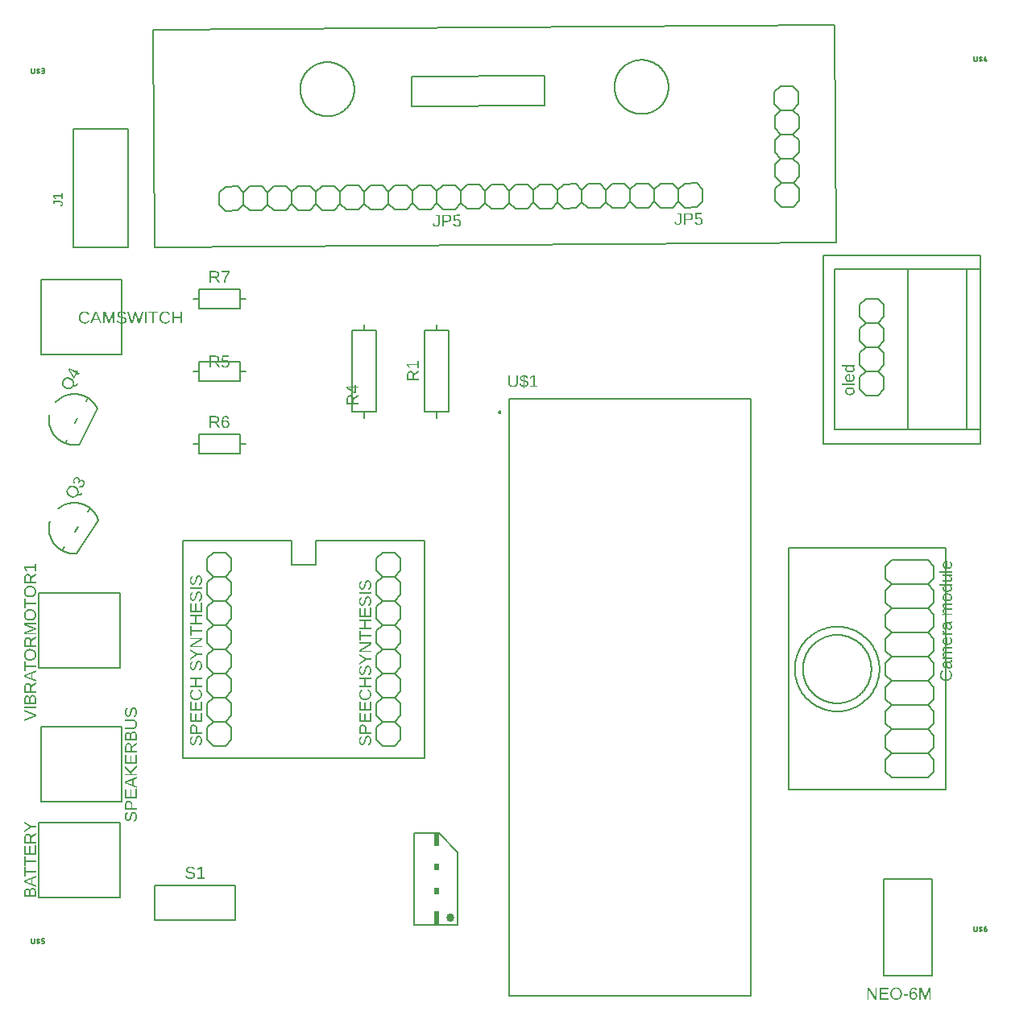
<source format=gbr>
G04 EAGLE Gerber RS-274X export*
G75*
%MOMM*%
%FSLAX34Y34*%
%LPD*%
%INSilkscreen Top*%
%IPPOS*%
%AMOC8*
5,1,8,0,0,1.08239X$1,22.5*%
G01*
G04 Define Apertures*
%ADD10C,0.127000*%
%ADD11C,0.152400*%
%ADD12C,0.863600*%
%ADD13R,0.508000X1.397000*%
%ADD14R,0.508000X0.762000*%
%ADD15C,0.200000*%
%ADD16C,0.203200*%
G36*
X35980Y107738D02*
X23639Y107738D01*
X23639Y112222D01*
X23651Y112748D01*
X23686Y113241D01*
X23745Y113699D01*
X23826Y114123D01*
X23932Y114513D01*
X24060Y114870D01*
X24213Y115192D01*
X24388Y115481D01*
X24587Y115735D01*
X24809Y115956D01*
X25055Y116142D01*
X25324Y116295D01*
X25617Y116414D01*
X25933Y116499D01*
X26272Y116550D01*
X26635Y116567D01*
X26903Y116557D01*
X27160Y116528D01*
X27407Y116480D01*
X27642Y116413D01*
X27866Y116327D01*
X28080Y116222D01*
X28282Y116097D01*
X28474Y115954D01*
X28652Y115792D01*
X28744Y115693D01*
X28816Y115615D01*
X28963Y115422D01*
X29096Y115213D01*
X29213Y114989D01*
X29315Y114748D01*
X29401Y114492D01*
X29472Y114219D01*
X29526Y114577D01*
X29600Y114913D01*
X29693Y115228D01*
X29806Y115522D01*
X29939Y115795D01*
X30092Y116047D01*
X30265Y116278D01*
X30354Y116375D01*
X30458Y116488D01*
X30667Y116675D01*
X30889Y116836D01*
X31125Y116973D01*
X31374Y117086D01*
X31636Y117173D01*
X31912Y117235D01*
X32201Y117272D01*
X32503Y117285D01*
X32903Y117266D01*
X33280Y117210D01*
X33635Y117116D01*
X33967Y116985D01*
X34275Y116816D01*
X34561Y116610D01*
X34825Y116366D01*
X35065Y116085D01*
X35279Y115770D01*
X35465Y115426D01*
X35623Y115053D01*
X35751Y114651D01*
X35851Y114219D01*
X35923Y113758D01*
X35966Y113268D01*
X35980Y112748D01*
X35980Y107738D01*
G37*
%LPC*%
G36*
X34640Y109411D02*
X34640Y112660D01*
X34631Y113030D01*
X34604Y113375D01*
X34560Y113693D01*
X34498Y113985D01*
X34418Y114251D01*
X34320Y114491D01*
X34204Y114706D01*
X34071Y114894D01*
X33920Y115058D01*
X33751Y115200D01*
X33565Y115321D01*
X33361Y115419D01*
X33140Y115496D01*
X32901Y115551D01*
X32645Y115583D01*
X32372Y115594D01*
X32107Y115582D01*
X31860Y115547D01*
X31630Y115487D01*
X31417Y115403D01*
X31221Y115295D01*
X31043Y115163D01*
X30881Y115008D01*
X30736Y114828D01*
X30608Y114624D01*
X30497Y114397D01*
X30404Y114145D01*
X30327Y113870D01*
X30267Y113571D01*
X30225Y113247D01*
X30199Y112900D01*
X30191Y112529D01*
X30191Y109411D01*
X34640Y109411D01*
G37*
G36*
X28886Y109411D02*
X28886Y112222D01*
X28878Y112547D01*
X28854Y112850D01*
X28815Y113132D01*
X28760Y113393D01*
X28689Y113632D01*
X28602Y113851D01*
X28500Y114048D01*
X28382Y114224D01*
X28248Y114379D01*
X28097Y114513D01*
X27929Y114627D01*
X27744Y114720D01*
X27542Y114792D01*
X27324Y114844D01*
X27088Y114875D01*
X26836Y114885D01*
X26595Y114874D01*
X26372Y114842D01*
X26167Y114789D01*
X25980Y114714D01*
X25810Y114618D01*
X25659Y114501D01*
X25525Y114362D01*
X25408Y114202D01*
X25308Y114021D01*
X25221Y113822D01*
X25147Y113603D01*
X25087Y113365D01*
X25040Y113108D01*
X25006Y112832D01*
X24986Y112537D01*
X24979Y112222D01*
X24979Y109411D01*
X28886Y109411D01*
G37*
%LPD*%
G36*
X35980Y164207D02*
X23639Y164207D01*
X23639Y170014D01*
X23654Y170520D01*
X23698Y170997D01*
X23770Y171443D01*
X23872Y171861D01*
X24004Y172248D01*
X24164Y172606D01*
X24353Y172934D01*
X24572Y173232D01*
X24817Y173498D01*
X25084Y173729D01*
X25374Y173924D01*
X25688Y174083D01*
X26024Y174207D01*
X26383Y174296D01*
X26764Y174349D01*
X27169Y174367D01*
X27506Y174354D01*
X27829Y174317D01*
X28139Y174254D01*
X28435Y174166D01*
X28717Y174054D01*
X28985Y173916D01*
X29240Y173753D01*
X29481Y173565D01*
X29705Y173355D01*
X29907Y173127D01*
X30087Y172879D01*
X30153Y172768D01*
X30245Y172612D01*
X30382Y172326D01*
X30498Y172021D01*
X30591Y171697D01*
X30664Y171354D01*
X32927Y172845D01*
X35980Y174857D01*
X35980Y172930D01*
X30856Y169725D01*
X30856Y165880D01*
X35980Y165880D01*
X35980Y164207D01*
G37*
%LPC*%
G36*
X29534Y165880D02*
X29534Y169917D01*
X29524Y170239D01*
X29495Y170541D01*
X29447Y170825D01*
X29379Y171090D01*
X29293Y171336D01*
X29186Y171564D01*
X29061Y171772D01*
X28916Y171962D01*
X28754Y172132D01*
X28577Y172279D01*
X28384Y172403D01*
X28175Y172504D01*
X27951Y172583D01*
X27712Y172640D01*
X27457Y172674D01*
X27186Y172685D01*
X26925Y172674D01*
X26680Y172639D01*
X26451Y172582D01*
X26237Y172502D01*
X26040Y172399D01*
X25859Y172274D01*
X25693Y172125D01*
X25544Y171954D01*
X25412Y171761D01*
X25297Y171548D01*
X25200Y171315D01*
X25121Y171061D01*
X25059Y170788D01*
X25015Y170495D01*
X24988Y170181D01*
X24979Y169847D01*
X24979Y165880D01*
X29534Y165880D01*
G37*
%LPD*%
G36*
X35980Y118239D02*
X23639Y123275D01*
X23639Y125176D01*
X35980Y130133D01*
X35980Y128425D01*
X32372Y127015D01*
X32372Y121392D01*
X35980Y119973D01*
X35980Y118239D01*
G37*
%LPC*%
G36*
X31066Y121900D02*
X31066Y126516D01*
X26994Y124931D01*
X26350Y124685D01*
X25627Y124440D01*
X24900Y124204D01*
X25146Y124125D01*
X25976Y123853D01*
X27011Y123477D01*
X31066Y121900D01*
G37*
%LPD*%
G36*
X35980Y152238D02*
X23639Y152238D01*
X23639Y161601D01*
X25006Y161601D01*
X25006Y153911D01*
X28964Y153911D01*
X28964Y161075D01*
X30313Y161075D01*
X30313Y153911D01*
X34614Y153911D01*
X34614Y161960D01*
X35980Y161960D01*
X35980Y152238D01*
G37*
G36*
X23639Y175754D02*
X23639Y177594D01*
X29516Y181351D01*
X23639Y185091D01*
X23639Y186930D01*
X30865Y182166D01*
X35980Y182166D01*
X35980Y180502D01*
X30865Y180502D01*
X23639Y175754D01*
G37*
G36*
X25006Y129263D02*
X23639Y129263D01*
X23639Y139406D01*
X25006Y139406D01*
X25006Y135166D01*
X35980Y135166D01*
X35980Y133502D01*
X25006Y133502D01*
X25006Y129263D01*
G37*
G36*
X25006Y140201D02*
X23639Y140201D01*
X23639Y150343D01*
X25006Y150343D01*
X25006Y146104D01*
X35980Y146104D01*
X35980Y144440D01*
X25006Y144440D01*
X25006Y140201D01*
G37*
G36*
X993905Y428353D02*
X993305Y428366D01*
X992743Y428407D01*
X992220Y428475D01*
X991736Y428571D01*
X991291Y428693D01*
X990884Y428843D01*
X990516Y429020D01*
X990187Y429224D01*
X989897Y429456D01*
X989645Y429715D01*
X989432Y430000D01*
X989258Y430314D01*
X989122Y430654D01*
X989025Y431022D01*
X988967Y431417D01*
X988948Y431839D01*
X988954Y432102D01*
X988972Y432355D01*
X989003Y432596D01*
X989046Y432826D01*
X989102Y433045D01*
X989170Y433253D01*
X989250Y433449D01*
X989342Y433634D01*
X989448Y433809D01*
X989568Y433976D01*
X989703Y434133D01*
X989852Y434282D01*
X990194Y434554D01*
X990594Y434790D01*
X990594Y434808D01*
X989535Y434790D01*
X985602Y434790D01*
X985602Y436367D01*
X996647Y436367D01*
X997875Y436380D01*
X998300Y436396D01*
X998600Y436419D01*
X998600Y434913D01*
X998368Y434886D01*
X997952Y434856D01*
X997479Y434833D01*
X997076Y434825D01*
X997076Y434790D01*
X997499Y434554D01*
X997686Y434422D01*
X997857Y434281D01*
X998012Y434132D01*
X998151Y433973D01*
X998274Y433806D01*
X998381Y433630D01*
X998473Y433444D01*
X998553Y433247D01*
X998621Y433039D01*
X998676Y432821D01*
X998719Y432591D01*
X998750Y432351D01*
X998769Y432100D01*
X998775Y431839D01*
X998756Y431405D01*
X998699Y431000D01*
X998605Y430626D01*
X998473Y430281D01*
X998303Y429966D01*
X998095Y429680D01*
X997849Y429424D01*
X997566Y429198D01*
X997245Y429000D01*
X996884Y428828D01*
X996485Y428683D01*
X996047Y428564D01*
X995570Y428472D01*
X995054Y428406D01*
X994499Y428366D01*
X993905Y428353D01*
G37*
%LPC*%
G36*
X993853Y430008D02*
X994332Y430016D01*
X994776Y430041D01*
X995185Y430082D01*
X995558Y430140D01*
X995896Y430213D01*
X996199Y430304D01*
X996467Y430411D01*
X996699Y430534D01*
X996900Y430675D01*
X997075Y430838D01*
X997222Y431020D01*
X997343Y431223D01*
X997437Y431447D01*
X997504Y431691D01*
X997544Y431956D01*
X997557Y432242D01*
X997543Y432565D01*
X997499Y432866D01*
X997427Y433143D01*
X997325Y433398D01*
X997195Y433629D01*
X997035Y433838D01*
X996847Y434023D01*
X996655Y434166D01*
X996629Y434186D01*
X996381Y434328D01*
X996101Y434450D01*
X995789Y434554D01*
X995444Y434639D01*
X995068Y434705D01*
X994660Y434753D01*
X994220Y434781D01*
X993747Y434790D01*
X993292Y434781D01*
X992869Y434753D01*
X992477Y434705D01*
X992116Y434639D01*
X991787Y434554D01*
X991489Y434450D01*
X991223Y434328D01*
X990989Y434186D01*
X990783Y434024D01*
X990605Y433839D01*
X990455Y433632D01*
X990332Y433402D01*
X990236Y433150D01*
X990167Y432876D01*
X990126Y432579D01*
X990113Y432259D01*
X990126Y431972D01*
X990168Y431705D01*
X990236Y431459D01*
X990333Y431233D01*
X990457Y431028D01*
X990608Y430844D01*
X990787Y430681D01*
X990993Y430538D01*
X991230Y430414D01*
X991502Y430306D01*
X991808Y430215D01*
X992148Y430141D01*
X992523Y430083D01*
X992932Y430041D01*
X993375Y430016D01*
X993853Y430008D01*
G37*
%LPD*%
G36*
X993853Y418384D02*
X993259Y418401D01*
X992703Y418450D01*
X992186Y418533D01*
X991707Y418650D01*
X991266Y418799D01*
X990864Y418981D01*
X990500Y419197D01*
X990174Y419446D01*
X989887Y419728D01*
X989638Y420043D01*
X989427Y420392D01*
X989254Y420774D01*
X989120Y421188D01*
X989024Y421636D01*
X988967Y422118D01*
X988948Y422632D01*
X988966Y423157D01*
X989023Y423646D01*
X989116Y424100D01*
X989247Y424517D01*
X989415Y424899D01*
X989620Y425245D01*
X989863Y425555D01*
X990143Y425829D01*
X990463Y426069D01*
X990823Y426277D01*
X991225Y426453D01*
X991668Y426597D01*
X992153Y426709D01*
X992678Y426790D01*
X993245Y426838D01*
X993853Y426854D01*
X994455Y426836D01*
X995017Y426785D01*
X995540Y426700D01*
X996023Y426580D01*
X996466Y426426D01*
X996869Y426238D01*
X997233Y426015D01*
X997557Y425759D01*
X997843Y425470D01*
X998090Y425150D01*
X998299Y424798D01*
X998471Y424417D01*
X998604Y424004D01*
X998699Y423560D01*
X998756Y423085D01*
X998775Y422579D01*
X998755Y422076D01*
X998696Y421605D01*
X998597Y421165D01*
X998458Y420758D01*
X998281Y420382D01*
X998063Y420037D01*
X997806Y419725D01*
X997509Y419444D01*
X997175Y419195D01*
X996806Y418980D01*
X996402Y418798D01*
X995962Y418649D01*
X995488Y418533D01*
X994978Y418450D01*
X994433Y418401D01*
X993853Y418384D01*
G37*
%LPC*%
G36*
X993853Y420039D02*
X994307Y420049D01*
X994731Y420077D01*
X995127Y420125D01*
X995494Y420192D01*
X995831Y420277D01*
X996139Y420382D01*
X996418Y420505D01*
X996668Y420648D01*
X996889Y420811D01*
X997080Y420996D01*
X997242Y421203D01*
X997375Y421431D01*
X997478Y421681D01*
X997551Y421953D01*
X997595Y422247D01*
X997610Y422562D01*
X997596Y422904D01*
X997553Y423221D01*
X997482Y423512D01*
X997382Y423778D01*
X997254Y424019D01*
X997098Y424235D01*
X996913Y424425D01*
X996699Y424590D01*
X996455Y424732D01*
X996180Y424856D01*
X995872Y424960D01*
X995532Y425046D01*
X995160Y425113D01*
X994756Y425160D01*
X994320Y425189D01*
X993853Y425198D01*
X993379Y425189D01*
X992939Y425162D01*
X992532Y425116D01*
X992159Y425053D01*
X991819Y424971D01*
X991513Y424871D01*
X991241Y424752D01*
X991002Y424616D01*
X990793Y424458D01*
X990613Y424275D01*
X990460Y424067D01*
X990335Y423835D01*
X990238Y423578D01*
X990168Y423296D01*
X990127Y422990D01*
X990113Y422658D01*
X990127Y422324D01*
X990169Y422014D01*
X990240Y421728D01*
X990339Y421466D01*
X990467Y421228D01*
X990623Y421014D01*
X990807Y420823D01*
X991019Y420657D01*
X991262Y420512D01*
X991536Y420387D01*
X991843Y420281D01*
X992181Y420194D01*
X992551Y420126D01*
X992953Y420078D01*
X993387Y420049D01*
X993853Y420039D01*
G37*
%LPD*%
G36*
X995955Y347612D02*
X995597Y347627D01*
X995262Y347672D01*
X994947Y347748D01*
X994654Y347854D01*
X994382Y347990D01*
X994132Y348156D01*
X993903Y348353D01*
X993695Y348579D01*
X993509Y348840D01*
X993347Y349137D01*
X993207Y349472D01*
X993091Y349844D01*
X992997Y350253D01*
X992926Y350699D01*
X992879Y351182D01*
X992854Y351702D01*
X992819Y353830D01*
X992302Y353830D01*
X992024Y353822D01*
X991765Y353799D01*
X991528Y353761D01*
X991310Y353708D01*
X991114Y353639D01*
X990938Y353554D01*
X990782Y353455D01*
X990647Y353340D01*
X990530Y353208D01*
X990429Y353059D01*
X990343Y352893D01*
X990273Y352709D01*
X990218Y352508D01*
X990179Y352289D01*
X990156Y352052D01*
X990148Y351798D01*
X990170Y351304D01*
X990198Y351085D01*
X990237Y350883D01*
X990288Y350699D01*
X990350Y350534D01*
X990423Y350386D01*
X990507Y350257D01*
X990603Y350142D01*
X990713Y350040D01*
X990837Y349950D01*
X990973Y349871D01*
X991123Y349805D01*
X991287Y349751D01*
X991464Y349709D01*
X991654Y349679D01*
X991505Y348032D01*
X991196Y348094D01*
X990906Y348180D01*
X990636Y348288D01*
X990386Y348421D01*
X990157Y348576D01*
X989947Y348755D01*
X989757Y348958D01*
X989587Y349184D01*
X989437Y349433D01*
X989307Y349706D01*
X989198Y350002D01*
X989108Y350321D01*
X989038Y350664D01*
X988988Y351030D01*
X988958Y351420D01*
X988948Y351833D01*
X988961Y352266D01*
X988999Y352671D01*
X989063Y353049D01*
X989153Y353399D01*
X989268Y353721D01*
X989408Y354016D01*
X989575Y354283D01*
X989767Y354522D01*
X989983Y354734D01*
X990222Y354917D01*
X990484Y355072D01*
X990768Y355199D01*
X991076Y355297D01*
X991406Y355368D01*
X991760Y355410D01*
X992136Y355424D01*
X996217Y355424D01*
X996546Y355436D01*
X996832Y355470D01*
X997074Y355528D01*
X997273Y355608D01*
X997428Y355721D01*
X997539Y355875D01*
X997605Y356071D01*
X997628Y356309D01*
X997612Y356552D01*
X997566Y356826D01*
X998547Y356826D01*
X998608Y356526D01*
X998652Y356223D01*
X998679Y355917D01*
X998687Y355608D01*
X998680Y355397D01*
X998659Y355200D01*
X998623Y355018D01*
X998572Y354852D01*
X998508Y354700D01*
X998429Y354563D01*
X998335Y354441D01*
X998227Y354334D01*
X998104Y354240D01*
X997965Y354156D01*
X997809Y354084D01*
X997637Y354022D01*
X997449Y353971D01*
X997245Y353931D01*
X996787Y353883D01*
X996787Y353830D01*
X997290Y353516D01*
X997512Y353349D01*
X997714Y353177D01*
X997896Y352998D01*
X998059Y352813D01*
X998201Y352622D01*
X998324Y352424D01*
X998430Y352219D01*
X998521Y352002D01*
X998599Y351775D01*
X998662Y351537D01*
X998711Y351288D01*
X998747Y351028D01*
X998768Y350757D01*
X998775Y350476D01*
X998763Y350130D01*
X998728Y349806D01*
X998669Y349505D01*
X998587Y349225D01*
X998481Y348968D01*
X998351Y348733D01*
X998198Y348520D01*
X998022Y348330D01*
X997825Y348161D01*
X997610Y348016D01*
X997378Y347892D01*
X997128Y347791D01*
X996861Y347713D01*
X996576Y347656D01*
X996274Y347623D01*
X995955Y347612D01*
G37*
%LPC*%
G36*
X995981Y349232D02*
X996168Y349238D01*
X996344Y349258D01*
X996510Y349290D01*
X996664Y349336D01*
X996808Y349394D01*
X996940Y349466D01*
X997061Y349550D01*
X997172Y349648D01*
X997271Y349757D01*
X997356Y349878D01*
X997428Y350010D01*
X997487Y350153D01*
X997533Y350307D01*
X997566Y350472D01*
X997586Y350648D01*
X997592Y350835D01*
X997586Y351048D01*
X997568Y351256D01*
X997494Y351654D01*
X997371Y352027D01*
X997198Y352376D01*
X996983Y352696D01*
X996731Y352979D01*
X996442Y353228D01*
X996117Y353440D01*
X995770Y353611D01*
X995419Y353733D01*
X995063Y353806D01*
X994702Y353830D01*
X993923Y353830D01*
X993958Y352105D01*
X993978Y351582D01*
X994023Y351127D01*
X994092Y350739D01*
X994185Y350419D01*
X994305Y350149D01*
X994453Y349912D01*
X994629Y349708D01*
X994834Y349538D01*
X995069Y349404D01*
X995339Y349309D01*
X995643Y349251D01*
X995981Y349232D01*
G37*
%LPD*%
G36*
X995955Y388487D02*
X995597Y388502D01*
X995262Y388547D01*
X994947Y388623D01*
X994654Y388729D01*
X994382Y388865D01*
X994132Y389031D01*
X993903Y389228D01*
X993695Y389454D01*
X993509Y389715D01*
X993347Y390012D01*
X993207Y390347D01*
X993091Y390719D01*
X992997Y391128D01*
X992926Y391574D01*
X992879Y392057D01*
X992854Y392577D01*
X992819Y394705D01*
X992302Y394705D01*
X992024Y394697D01*
X991765Y394674D01*
X991528Y394636D01*
X991310Y394583D01*
X991114Y394514D01*
X990938Y394429D01*
X990782Y394330D01*
X990647Y394215D01*
X990530Y394083D01*
X990429Y393934D01*
X990343Y393768D01*
X990273Y393584D01*
X990218Y393383D01*
X990179Y393164D01*
X990156Y392927D01*
X990148Y392673D01*
X990170Y392179D01*
X990198Y391960D01*
X990237Y391758D01*
X990288Y391574D01*
X990350Y391409D01*
X990423Y391261D01*
X990507Y391132D01*
X990603Y391017D01*
X990713Y390915D01*
X990837Y390825D01*
X990973Y390746D01*
X991123Y390680D01*
X991287Y390626D01*
X991464Y390584D01*
X991654Y390554D01*
X991505Y388907D01*
X991196Y388969D01*
X990906Y389055D01*
X990636Y389163D01*
X990386Y389296D01*
X990157Y389451D01*
X989947Y389630D01*
X989757Y389833D01*
X989587Y390059D01*
X989437Y390308D01*
X989307Y390581D01*
X989198Y390877D01*
X989108Y391196D01*
X989038Y391539D01*
X988988Y391905D01*
X988958Y392295D01*
X988948Y392708D01*
X988961Y393141D01*
X988999Y393546D01*
X989063Y393924D01*
X989153Y394274D01*
X989268Y394596D01*
X989408Y394891D01*
X989575Y395158D01*
X989767Y395397D01*
X989983Y395609D01*
X990222Y395792D01*
X990484Y395947D01*
X990768Y396074D01*
X991076Y396172D01*
X991406Y396243D01*
X991760Y396285D01*
X992136Y396299D01*
X996217Y396299D01*
X996546Y396311D01*
X996832Y396345D01*
X997074Y396403D01*
X997273Y396483D01*
X997428Y396596D01*
X997539Y396750D01*
X997605Y396946D01*
X997628Y397184D01*
X997612Y397427D01*
X997566Y397701D01*
X998547Y397701D01*
X998608Y397401D01*
X998652Y397098D01*
X998679Y396792D01*
X998687Y396483D01*
X998680Y396272D01*
X998659Y396075D01*
X998623Y395893D01*
X998572Y395727D01*
X998508Y395575D01*
X998429Y395438D01*
X998335Y395316D01*
X998227Y395209D01*
X998104Y395115D01*
X997965Y395031D01*
X997809Y394959D01*
X997637Y394897D01*
X997449Y394846D01*
X997245Y394806D01*
X996787Y394758D01*
X996787Y394705D01*
X997290Y394391D01*
X997512Y394224D01*
X997714Y394052D01*
X997896Y393873D01*
X998059Y393688D01*
X998201Y393497D01*
X998324Y393299D01*
X998430Y393094D01*
X998521Y392877D01*
X998599Y392650D01*
X998662Y392412D01*
X998711Y392163D01*
X998747Y391903D01*
X998768Y391632D01*
X998775Y391351D01*
X998763Y391005D01*
X998728Y390681D01*
X998669Y390380D01*
X998587Y390100D01*
X998481Y389843D01*
X998351Y389608D01*
X998198Y389395D01*
X998022Y389205D01*
X997825Y389036D01*
X997610Y388891D01*
X997378Y388767D01*
X997128Y388666D01*
X996861Y388588D01*
X996576Y388531D01*
X996274Y388498D01*
X995955Y388487D01*
G37*
%LPC*%
G36*
X995981Y390107D02*
X996168Y390113D01*
X996344Y390133D01*
X996510Y390165D01*
X996664Y390211D01*
X996808Y390269D01*
X996940Y390341D01*
X997061Y390425D01*
X997172Y390523D01*
X997271Y390632D01*
X997356Y390753D01*
X997428Y390885D01*
X997487Y391028D01*
X997533Y391182D01*
X997566Y391347D01*
X997586Y391523D01*
X997592Y391710D01*
X997586Y391923D01*
X997568Y392131D01*
X997494Y392529D01*
X997371Y392902D01*
X997198Y393251D01*
X996983Y393571D01*
X996731Y393854D01*
X996442Y394103D01*
X996117Y394315D01*
X995770Y394486D01*
X995419Y394608D01*
X995063Y394681D01*
X994702Y394705D01*
X993923Y394705D01*
X993958Y392980D01*
X993978Y392457D01*
X994023Y392002D01*
X994092Y391614D01*
X994185Y391294D01*
X994305Y391024D01*
X994453Y390787D01*
X994629Y390583D01*
X994834Y390413D01*
X995069Y390279D01*
X995339Y390184D01*
X995643Y390126D01*
X995981Y390107D01*
G37*
%LPD*%
G36*
X989123Y358010D02*
X989123Y359498D01*
X989359Y359516D01*
X989802Y359538D01*
X990743Y359569D01*
X990743Y359595D01*
X990278Y359858D01*
X989889Y360140D01*
X989724Y360288D01*
X989577Y360441D01*
X989450Y360598D01*
X989342Y360760D01*
X989170Y361106D01*
X989046Y361489D01*
X989003Y361694D01*
X988972Y361908D01*
X988954Y362131D01*
X988948Y362363D01*
X988955Y362625D01*
X988975Y362873D01*
X989008Y363107D01*
X989055Y363327D01*
X989115Y363533D01*
X989189Y363725D01*
X989276Y363902D01*
X989377Y364066D01*
X989492Y364217D01*
X989623Y364355D01*
X989770Y364482D01*
X989933Y364597D01*
X990112Y364700D01*
X990306Y364791D01*
X990517Y364870D01*
X990743Y364938D01*
X990743Y364964D01*
X990299Y365222D01*
X989922Y365506D01*
X989612Y365815D01*
X989482Y365980D01*
X989368Y366151D01*
X989270Y366329D01*
X989184Y366517D01*
X989112Y366714D01*
X989053Y366920D01*
X989007Y367136D01*
X988974Y367360D01*
X988954Y367594D01*
X988948Y367837D01*
X988960Y368183D01*
X988997Y368506D01*
X989057Y368804D01*
X989143Y369077D01*
X989252Y369326D01*
X989386Y369550D01*
X989545Y369750D01*
X989727Y369926D01*
X989938Y370078D01*
X990179Y370211D01*
X990452Y370323D01*
X990756Y370415D01*
X991092Y370486D01*
X991458Y370537D01*
X991856Y370568D01*
X992285Y370578D01*
X998600Y370578D01*
X998600Y369019D01*
X992591Y369019D01*
X992261Y369013D01*
X991957Y368995D01*
X991680Y368966D01*
X991429Y368925D01*
X991204Y368872D01*
X991007Y368807D01*
X990835Y368731D01*
X990691Y368642D01*
X990568Y368539D01*
X990461Y368416D01*
X990371Y368275D01*
X990297Y368115D01*
X990239Y367936D01*
X990198Y367738D01*
X990173Y367521D01*
X990165Y367285D01*
X990177Y367034D01*
X990213Y366797D01*
X990273Y366574D01*
X990357Y366366D01*
X990465Y366173D01*
X990596Y365993D01*
X990752Y365828D01*
X990932Y365678D01*
X991133Y365543D01*
X991355Y365427D01*
X991597Y365328D01*
X991859Y365247D01*
X992141Y365185D01*
X992443Y365140D01*
X992766Y365113D01*
X993108Y365104D01*
X998600Y365104D01*
X998600Y363545D01*
X992591Y363545D01*
X992261Y363539D01*
X991957Y363521D01*
X991680Y363492D01*
X991429Y363451D01*
X991204Y363398D01*
X991007Y363333D01*
X990835Y363257D01*
X990691Y363168D01*
X990568Y363065D01*
X990461Y362942D01*
X990371Y362801D01*
X990297Y362641D01*
X990239Y362461D01*
X990198Y362263D01*
X990173Y362047D01*
X990165Y361811D01*
X990177Y361565D01*
X990213Y361333D01*
X990274Y361114D01*
X990358Y360909D01*
X990466Y360716D01*
X990599Y360536D01*
X990755Y360370D01*
X990936Y360217D01*
X991139Y360079D01*
X991361Y359960D01*
X991603Y359859D01*
X991864Y359777D01*
X992146Y359712D01*
X992447Y359667D01*
X992768Y359639D01*
X993108Y359630D01*
X998600Y359630D01*
X998600Y358062D01*
X991146Y358062D01*
X989813Y358049D01*
X989387Y358032D01*
X989123Y358010D01*
G37*
G36*
X989123Y403853D02*
X989123Y405342D01*
X989359Y405360D01*
X989802Y405382D01*
X990743Y405412D01*
X990743Y405439D01*
X990278Y405702D01*
X989889Y405984D01*
X989724Y406132D01*
X989577Y406284D01*
X989450Y406442D01*
X989342Y406603D01*
X989170Y406950D01*
X989046Y407333D01*
X989003Y407537D01*
X988972Y407751D01*
X988954Y407974D01*
X988948Y408206D01*
X988955Y408469D01*
X988975Y408717D01*
X989008Y408951D01*
X989055Y409171D01*
X989115Y409377D01*
X989189Y409568D01*
X989276Y409746D01*
X989377Y409910D01*
X989492Y410060D01*
X989623Y410199D01*
X989770Y410326D01*
X989933Y410441D01*
X990112Y410544D01*
X990306Y410635D01*
X990517Y410714D01*
X990743Y410781D01*
X990743Y410808D01*
X990299Y411066D01*
X989922Y411349D01*
X989612Y411659D01*
X989482Y411823D01*
X989368Y411994D01*
X989270Y412173D01*
X989184Y412361D01*
X989112Y412558D01*
X989053Y412764D01*
X989007Y412979D01*
X988974Y413204D01*
X988954Y413437D01*
X988948Y413680D01*
X988960Y414027D01*
X988997Y414350D01*
X989057Y414647D01*
X989143Y414921D01*
X989252Y415170D01*
X989386Y415394D01*
X989545Y415594D01*
X989727Y415769D01*
X989938Y415922D01*
X990179Y416055D01*
X990452Y416167D01*
X990756Y416259D01*
X991092Y416330D01*
X991458Y416381D01*
X991856Y416412D01*
X992285Y416422D01*
X998600Y416422D01*
X998600Y414863D01*
X992591Y414863D01*
X992261Y414857D01*
X991957Y414839D01*
X991680Y414810D01*
X991429Y414769D01*
X991204Y414716D01*
X991007Y414651D01*
X990835Y414574D01*
X990691Y414486D01*
X990568Y414383D01*
X990461Y414260D01*
X990371Y414119D01*
X990297Y413958D01*
X990239Y413779D01*
X990198Y413581D01*
X990173Y413364D01*
X990165Y413129D01*
X990177Y412877D01*
X990213Y412641D01*
X990273Y412418D01*
X990357Y412210D01*
X990465Y412016D01*
X990596Y411837D01*
X990752Y411672D01*
X990932Y411521D01*
X991133Y411387D01*
X991355Y411270D01*
X991597Y411172D01*
X991859Y411091D01*
X992141Y411028D01*
X992443Y410984D01*
X992766Y410957D01*
X993108Y410948D01*
X998600Y410948D01*
X998600Y409389D01*
X992591Y409389D01*
X992261Y409383D01*
X991957Y409365D01*
X991680Y409336D01*
X991429Y409295D01*
X991204Y409242D01*
X991007Y409177D01*
X990835Y409100D01*
X990691Y409012D01*
X990568Y408908D01*
X990461Y408786D01*
X990371Y408645D01*
X990297Y408484D01*
X990239Y408305D01*
X990198Y408107D01*
X990173Y407890D01*
X990165Y407654D01*
X990177Y407409D01*
X990213Y407177D01*
X990274Y406958D01*
X990358Y406752D01*
X990466Y406560D01*
X990599Y406380D01*
X990755Y406214D01*
X990936Y406060D01*
X991139Y405923D01*
X991361Y405804D01*
X991603Y405703D01*
X991864Y405620D01*
X992146Y405556D01*
X992447Y405510D01*
X992768Y405483D01*
X993108Y405474D01*
X998600Y405474D01*
X998600Y403906D01*
X991146Y403906D01*
X989813Y403893D01*
X989387Y403876D01*
X989123Y403853D01*
G37*
G36*
X993800Y372518D02*
X993230Y372535D01*
X992695Y372587D01*
X992194Y372672D01*
X991726Y372793D01*
X991294Y372947D01*
X990895Y373136D01*
X990530Y373359D01*
X990200Y373617D01*
X989907Y373907D01*
X989652Y374225D01*
X989437Y374574D01*
X989261Y374952D01*
X989124Y375359D01*
X989026Y375795D01*
X988967Y376261D01*
X988948Y376757D01*
X988967Y377263D01*
X989026Y377736D01*
X989125Y378177D01*
X989263Y378585D01*
X989440Y378960D01*
X989656Y379303D01*
X989912Y379613D01*
X990207Y379890D01*
X990541Y380135D01*
X990915Y380347D01*
X991328Y380527D01*
X991781Y380674D01*
X992272Y380788D01*
X992804Y380870D01*
X993374Y380918D01*
X993984Y380935D01*
X994194Y380935D01*
X994194Y374173D01*
X994590Y374184D01*
X994962Y374215D01*
X995311Y374268D01*
X995637Y374342D01*
X995940Y374437D01*
X996219Y374553D01*
X996475Y374690D01*
X996708Y374848D01*
X996915Y375026D01*
X997095Y375224D01*
X997247Y375441D01*
X997371Y375677D01*
X997468Y375934D01*
X997537Y376209D01*
X997579Y376504D01*
X997592Y376818D01*
X997586Y377068D01*
X997567Y377305D01*
X997535Y377530D01*
X997490Y377741D01*
X997432Y377940D01*
X997361Y378126D01*
X997277Y378300D01*
X997181Y378461D01*
X996961Y378744D01*
X996714Y378978D01*
X996440Y379163D01*
X996139Y379297D01*
X996533Y380681D01*
X996804Y380566D01*
X997058Y380435D01*
X997295Y380286D01*
X997514Y380121D01*
X997715Y379939D01*
X997899Y379739D01*
X998065Y379523D01*
X998214Y379290D01*
X998346Y379041D01*
X998460Y378774D01*
X998556Y378490D01*
X998635Y378190D01*
X998696Y377872D01*
X998740Y377538D01*
X998766Y377186D01*
X998775Y376818D01*
X998755Y376308D01*
X998697Y375830D01*
X998599Y375383D01*
X998462Y374967D01*
X998286Y374582D01*
X998070Y374229D01*
X997816Y373908D01*
X997522Y373617D01*
X997190Y373359D01*
X996820Y373136D01*
X996412Y372947D01*
X995966Y372793D01*
X995481Y372672D01*
X994959Y372587D01*
X994398Y372535D01*
X993800Y372518D01*
G37*
%LPC*%
G36*
X992985Y374191D02*
X992985Y379306D01*
X992624Y379265D01*
X992287Y379209D01*
X991976Y379137D01*
X991690Y379050D01*
X991430Y378946D01*
X991195Y378828D01*
X990985Y378694D01*
X990800Y378544D01*
X990639Y378377D01*
X990499Y378194D01*
X990381Y377993D01*
X990285Y377775D01*
X990209Y377540D01*
X990156Y377287D01*
X990123Y377018D01*
X990113Y376731D01*
X990125Y376451D01*
X990161Y376187D01*
X990220Y375937D01*
X990304Y375703D01*
X990412Y375483D01*
X990544Y375278D01*
X990699Y375088D01*
X990879Y374913D01*
X991080Y374755D01*
X991298Y374617D01*
X991535Y374498D01*
X991789Y374398D01*
X992061Y374317D01*
X992351Y374256D01*
X992659Y374214D01*
X992985Y374191D01*
G37*
%LPD*%
G36*
X993800Y452299D02*
X993230Y452316D01*
X992695Y452368D01*
X992194Y452454D01*
X991726Y452574D01*
X991294Y452728D01*
X990895Y452917D01*
X990530Y453141D01*
X990200Y453398D01*
X989907Y453688D01*
X989652Y454007D01*
X989437Y454355D01*
X989261Y454733D01*
X989124Y455140D01*
X989026Y455577D01*
X988967Y456043D01*
X988948Y456538D01*
X988967Y457044D01*
X989026Y457517D01*
X989125Y457958D01*
X989263Y458366D01*
X989440Y458741D01*
X989656Y459084D01*
X989912Y459394D01*
X990207Y459672D01*
X990541Y459916D01*
X990915Y460129D01*
X991328Y460308D01*
X991781Y460455D01*
X992272Y460569D01*
X992804Y460651D01*
X993374Y460700D01*
X993984Y460716D01*
X994194Y460716D01*
X994194Y453954D01*
X994590Y453965D01*
X994962Y453997D01*
X995311Y454049D01*
X995637Y454123D01*
X995940Y454218D01*
X996219Y454334D01*
X996475Y454471D01*
X996708Y454629D01*
X996915Y454807D01*
X997095Y455005D01*
X997247Y455222D01*
X997371Y455459D01*
X997468Y455715D01*
X997537Y455990D01*
X997579Y456285D01*
X997592Y456600D01*
X997586Y456849D01*
X997567Y457086D01*
X997535Y457311D01*
X997490Y457522D01*
X997432Y457721D01*
X997361Y457908D01*
X997277Y458081D01*
X997181Y458242D01*
X996961Y458526D01*
X996714Y458760D01*
X996440Y458944D01*
X996139Y459078D01*
X996533Y460462D01*
X996804Y460347D01*
X997058Y460216D01*
X997295Y460067D01*
X997514Y459902D01*
X997715Y459720D01*
X997899Y459521D01*
X998065Y459305D01*
X998214Y459072D01*
X998346Y458822D01*
X998460Y458555D01*
X998556Y458271D01*
X998635Y457971D01*
X998696Y457653D01*
X998740Y457319D01*
X998766Y456968D01*
X998775Y456600D01*
X998755Y456090D01*
X998697Y455611D01*
X998599Y455164D01*
X998462Y454748D01*
X998286Y454364D01*
X998070Y454011D01*
X997816Y453689D01*
X997522Y453398D01*
X997190Y453141D01*
X996820Y452917D01*
X996412Y452728D01*
X995966Y452574D01*
X995481Y452454D01*
X994959Y452368D01*
X994398Y452316D01*
X993800Y452299D01*
G37*
%LPC*%
G36*
X992985Y453972D02*
X992985Y459087D01*
X992624Y459046D01*
X992287Y458990D01*
X991976Y458918D01*
X991690Y458831D01*
X991430Y458728D01*
X991195Y458609D01*
X990985Y458475D01*
X990800Y458325D01*
X990639Y458159D01*
X990499Y457975D01*
X990381Y457774D01*
X990285Y457556D01*
X990209Y457321D01*
X990156Y457069D01*
X990123Y456799D01*
X990113Y456512D01*
X990125Y456233D01*
X990161Y455968D01*
X990220Y455719D01*
X990304Y455484D01*
X990412Y455264D01*
X990544Y455059D01*
X990699Y454870D01*
X990879Y454695D01*
X991080Y454537D01*
X991298Y454398D01*
X991535Y454279D01*
X991789Y454179D01*
X992061Y454098D01*
X992351Y454037D01*
X992659Y453995D01*
X992985Y453972D01*
G37*
%LPD*%
G36*
X992372Y334823D02*
X992008Y334829D01*
X991654Y334848D01*
X991310Y334879D01*
X990977Y334923D01*
X990653Y334979D01*
X990338Y335047D01*
X990034Y335128D01*
X989740Y335221D01*
X989456Y335327D01*
X989182Y335446D01*
X988664Y335720D01*
X988186Y336043D01*
X987748Y336417D01*
X987356Y336835D01*
X987016Y337291D01*
X986866Y337533D01*
X986728Y337785D01*
X986604Y338047D01*
X986493Y338318D01*
X986395Y338598D01*
X986310Y338889D01*
X986238Y339188D01*
X986180Y339498D01*
X986134Y339817D01*
X986101Y340145D01*
X986082Y340484D01*
X986075Y340831D01*
X986087Y341314D01*
X986123Y341776D01*
X986183Y342218D01*
X986268Y342640D01*
X986376Y343042D01*
X986509Y343423D01*
X986665Y343784D01*
X986846Y344125D01*
X987050Y344444D01*
X987278Y344742D01*
X987529Y345018D01*
X987803Y345272D01*
X988100Y345504D01*
X988421Y345714D01*
X988765Y345903D01*
X989132Y346069D01*
X989657Y344484D01*
X989396Y344368D01*
X989150Y344237D01*
X988921Y344088D01*
X988707Y343924D01*
X988509Y343744D01*
X988327Y343547D01*
X988161Y343334D01*
X988011Y343104D01*
X987877Y342861D01*
X987762Y342607D01*
X987664Y342342D01*
X987584Y342065D01*
X987521Y341778D01*
X987477Y341479D01*
X987450Y341170D01*
X987441Y340849D01*
X987462Y340351D01*
X987524Y339881D01*
X987627Y339440D01*
X987771Y339027D01*
X987956Y338643D01*
X988183Y338287D01*
X988451Y337960D01*
X988759Y337661D01*
X989104Y337394D01*
X989480Y337163D01*
X989885Y336967D01*
X990322Y336807D01*
X990789Y336682D01*
X991286Y336593D01*
X991814Y336540D01*
X992372Y336522D01*
X992926Y336541D01*
X993451Y336596D01*
X993949Y336689D01*
X994419Y336819D01*
X994861Y336986D01*
X995275Y337190D01*
X995662Y337431D01*
X996020Y337709D01*
X996344Y338019D01*
X996624Y338355D01*
X996861Y338717D01*
X997055Y339105D01*
X997206Y339519D01*
X997314Y339960D01*
X997378Y340426D01*
X997400Y340919D01*
X997390Y341238D01*
X997360Y341547D01*
X997310Y341846D01*
X997239Y342135D01*
X997149Y342414D01*
X997039Y342682D01*
X996909Y342941D01*
X996758Y343190D01*
X996588Y343428D01*
X996397Y343657D01*
X996187Y343875D01*
X995956Y344084D01*
X995706Y344282D01*
X995435Y344470D01*
X995144Y344648D01*
X994834Y344816D01*
X995517Y346183D01*
X995903Y345983D01*
X996266Y345763D01*
X996605Y345524D01*
X996920Y345266D01*
X997212Y344989D01*
X997479Y344692D01*
X997723Y344377D01*
X997943Y344041D01*
X998138Y343690D01*
X998307Y343324D01*
X998450Y342945D01*
X998567Y342551D01*
X998658Y342144D01*
X998723Y341723D01*
X998762Y341289D01*
X998775Y340840D01*
X998763Y340382D01*
X998726Y339939D01*
X998666Y339512D01*
X998581Y339100D01*
X998472Y338705D01*
X998339Y338325D01*
X998181Y337961D01*
X998000Y337613D01*
X997796Y337282D01*
X997571Y336972D01*
X997325Y336682D01*
X997058Y336413D01*
X996771Y336163D01*
X996463Y335934D01*
X996134Y335725D01*
X995784Y335537D01*
X995415Y335370D01*
X995030Y335225D01*
X994629Y335102D01*
X994211Y335001D01*
X993776Y334923D01*
X993325Y334868D01*
X992857Y334834D01*
X992372Y334823D01*
G37*
G36*
X995438Y438733D02*
X989123Y438733D01*
X989123Y440319D01*
X995131Y440319D01*
X995574Y440330D01*
X995963Y440365D01*
X996301Y440422D01*
X996585Y440502D01*
X996826Y440608D01*
X997030Y440741D01*
X997198Y440902D01*
X997330Y441089D01*
X997429Y441314D01*
X997501Y441586D01*
X997543Y441905D01*
X997557Y442272D01*
X997545Y442549D01*
X997509Y442811D01*
X997448Y443058D01*
X997363Y443290D01*
X997253Y443507D01*
X997119Y443709D01*
X996961Y443895D01*
X996778Y444067D01*
X996574Y444221D01*
X996350Y444355D01*
X996108Y444467D01*
X995847Y444560D01*
X995567Y444632D01*
X995269Y444683D01*
X994951Y444714D01*
X994615Y444724D01*
X989123Y444724D01*
X989123Y446301D01*
X996576Y446301D01*
X997910Y446314D01*
X998335Y446330D01*
X998600Y446353D01*
X998600Y444864D01*
X998363Y444847D01*
X997921Y444825D01*
X996979Y444794D01*
X996979Y444768D01*
X997434Y444486D01*
X997817Y444182D01*
X997981Y444022D01*
X998128Y443857D01*
X998257Y443687D01*
X998368Y443511D01*
X998463Y443327D01*
X998546Y443132D01*
X998616Y442927D01*
X998673Y442711D01*
X998718Y442484D01*
X998749Y442246D01*
X998768Y441997D01*
X998775Y441737D01*
X998763Y441361D01*
X998726Y441010D01*
X998666Y440686D01*
X998581Y440388D01*
X998472Y440115D01*
X998339Y439869D01*
X998181Y439650D01*
X998000Y439456D01*
X997790Y439286D01*
X997549Y439140D01*
X997276Y439015D01*
X996972Y438914D01*
X996636Y438835D01*
X996268Y438778D01*
X995869Y438745D01*
X995438Y438733D01*
G37*
G36*
X998600Y448746D02*
X985602Y448746D01*
X985602Y450322D01*
X998600Y450322D01*
X998600Y448746D01*
G37*
G36*
X989123Y382947D02*
X989123Y384436D01*
X991059Y384506D01*
X991059Y384541D01*
X990498Y384736D01*
X990034Y384946D01*
X989666Y385170D01*
X989518Y385287D01*
X989394Y385408D01*
X989290Y385537D01*
X989199Y385679D01*
X989122Y385833D01*
X989059Y385999D01*
X989011Y386179D01*
X988976Y386371D01*
X988955Y386575D01*
X988948Y386792D01*
X988970Y387110D01*
X989035Y387431D01*
X990481Y387431D01*
X990442Y387261D01*
X990415Y387064D01*
X990393Y386591D01*
X990406Y386353D01*
X990446Y386129D01*
X990512Y385920D01*
X990604Y385726D01*
X990723Y385546D01*
X990868Y385380D01*
X991040Y385229D01*
X991238Y385093D01*
X991461Y384972D01*
X991706Y384867D01*
X991975Y384778D01*
X992266Y384705D01*
X992580Y384649D01*
X992917Y384608D01*
X993277Y384584D01*
X993660Y384576D01*
X998600Y384576D01*
X998600Y383000D01*
X991330Y383000D01*
X990279Y382986D01*
X989123Y382947D01*
G37*
G36*
X891417Y658897D02*
X890817Y658911D01*
X890256Y658952D01*
X889733Y659020D01*
X889249Y659115D01*
X888803Y659238D01*
X888397Y659388D01*
X888029Y659565D01*
X887699Y659769D01*
X887409Y660000D01*
X887157Y660259D01*
X886944Y660545D01*
X886770Y660858D01*
X886634Y661199D01*
X886538Y661566D01*
X886479Y661961D01*
X886460Y662383D01*
X886466Y662647D01*
X886485Y662900D01*
X886516Y663141D01*
X886559Y663371D01*
X886614Y663590D01*
X886682Y663797D01*
X886762Y663994D01*
X886854Y664179D01*
X886960Y664354D01*
X887080Y664520D01*
X887215Y664678D01*
X887364Y664827D01*
X887707Y665099D01*
X888107Y665335D01*
X888107Y665353D01*
X887047Y665335D01*
X883114Y665335D01*
X883114Y666912D01*
X894159Y666912D01*
X895387Y666925D01*
X895813Y666941D01*
X896112Y666964D01*
X896112Y665458D01*
X895880Y665430D01*
X895464Y665401D01*
X894991Y665378D01*
X894588Y665370D01*
X894588Y665335D01*
X895011Y665098D01*
X895199Y664967D01*
X895370Y664826D01*
X895525Y664676D01*
X895664Y664518D01*
X895786Y664351D01*
X895893Y664175D01*
X895985Y663988D01*
X896066Y663792D01*
X896133Y663584D01*
X896189Y663365D01*
X896232Y663136D01*
X896263Y662896D01*
X896281Y662645D01*
X896287Y662383D01*
X896268Y661949D01*
X896212Y661545D01*
X896117Y661170D01*
X895985Y660825D01*
X895815Y660510D01*
X895607Y660225D01*
X895362Y659969D01*
X895079Y659743D01*
X894757Y659545D01*
X894396Y659373D01*
X893997Y659228D01*
X893559Y659109D01*
X893082Y659016D01*
X892566Y658950D01*
X892011Y658911D01*
X891417Y658897D01*
G37*
%LPC*%
G36*
X891365Y660553D02*
X891844Y660561D01*
X892288Y660586D01*
X892697Y660627D01*
X893071Y660684D01*
X893409Y660758D01*
X893712Y660848D01*
X893979Y660955D01*
X894211Y661078D01*
X894413Y661220D01*
X894587Y661382D01*
X894734Y661565D01*
X894855Y661768D01*
X894949Y661992D01*
X895016Y662236D01*
X895056Y662501D01*
X895070Y662786D01*
X895055Y663110D01*
X895012Y663410D01*
X894939Y663688D01*
X894838Y663942D01*
X894707Y664174D01*
X894548Y664383D01*
X894359Y664568D01*
X894168Y664711D01*
X894141Y664731D01*
X893893Y664872D01*
X893613Y664995D01*
X893301Y665099D01*
X892957Y665184D01*
X892581Y665250D01*
X892172Y665297D01*
X891732Y665326D01*
X891260Y665335D01*
X890805Y665326D01*
X890381Y665297D01*
X889989Y665250D01*
X889629Y665184D01*
X889299Y665099D01*
X889002Y664995D01*
X888736Y664872D01*
X888501Y664731D01*
X888296Y664568D01*
X888118Y664384D01*
X887967Y664176D01*
X887844Y663947D01*
X887748Y663695D01*
X887680Y663420D01*
X887639Y663123D01*
X887625Y662804D01*
X887639Y662516D01*
X887680Y662250D01*
X887749Y662003D01*
X887845Y661778D01*
X887969Y661573D01*
X888120Y661389D01*
X888299Y661226D01*
X888505Y661083D01*
X888742Y660959D01*
X889014Y660851D01*
X889320Y660760D01*
X889660Y660685D01*
X890035Y660627D01*
X890444Y660586D01*
X890887Y660561D01*
X891365Y660553D01*
G37*
%LPD*%
G36*
X891365Y634991D02*
X890771Y635008D01*
X890215Y635058D01*
X889698Y635141D01*
X889219Y635257D01*
X888778Y635406D01*
X888376Y635589D01*
X888012Y635804D01*
X887686Y636053D01*
X887399Y636335D01*
X887150Y636651D01*
X886939Y636999D01*
X886767Y637381D01*
X886633Y637796D01*
X886537Y638244D01*
X886479Y638725D01*
X886460Y639239D01*
X886479Y639764D01*
X886535Y640253D01*
X886628Y640707D01*
X886759Y641124D01*
X886927Y641506D01*
X887133Y641852D01*
X887375Y642162D01*
X887656Y642436D01*
X887975Y642676D01*
X888336Y642884D01*
X888738Y643060D01*
X889181Y643205D01*
X889665Y643317D01*
X890190Y643397D01*
X890757Y643445D01*
X891365Y643461D01*
X891967Y643444D01*
X892529Y643392D01*
X893052Y643307D01*
X893535Y643187D01*
X893978Y643033D01*
X894382Y642845D01*
X894746Y642623D01*
X895070Y642366D01*
X895355Y642077D01*
X895602Y641757D01*
X895812Y641406D01*
X895983Y641024D01*
X896116Y640611D01*
X896211Y640167D01*
X896268Y639692D01*
X896287Y639187D01*
X896267Y638684D01*
X896208Y638212D01*
X896109Y637773D01*
X895971Y637365D01*
X895793Y636989D01*
X895575Y636644D01*
X895318Y636332D01*
X895022Y636051D01*
X894688Y635803D01*
X894318Y635587D01*
X893914Y635405D01*
X893475Y635256D01*
X893000Y635140D01*
X892490Y635057D01*
X891945Y635008D01*
X891365Y634991D01*
G37*
%LPC*%
G36*
X891365Y636647D02*
X891819Y636656D01*
X892244Y636685D01*
X892639Y636732D01*
X893006Y636799D01*
X893343Y636884D01*
X893652Y636989D01*
X893931Y637113D01*
X894181Y637255D01*
X894401Y637418D01*
X894593Y637603D01*
X894755Y637810D01*
X894887Y638038D01*
X894990Y638288D01*
X895063Y638560D01*
X895108Y638854D01*
X895122Y639169D01*
X895108Y639511D01*
X895065Y639828D01*
X894994Y640119D01*
X894895Y640385D01*
X894766Y640626D01*
X894610Y640842D01*
X894425Y641032D01*
X894211Y641197D01*
X893968Y641339D01*
X893692Y641463D01*
X893384Y641568D01*
X893044Y641653D01*
X892673Y641720D01*
X892269Y641767D01*
X891833Y641796D01*
X891365Y641805D01*
X890891Y641796D01*
X890451Y641769D01*
X890044Y641723D01*
X889671Y641660D01*
X889332Y641578D01*
X889026Y641478D01*
X888753Y641359D01*
X888514Y641223D01*
X888306Y641065D01*
X888125Y640882D01*
X887972Y640675D01*
X887847Y640442D01*
X887750Y640185D01*
X887681Y639903D01*
X887639Y639597D01*
X887625Y639265D01*
X887639Y638931D01*
X887682Y638621D01*
X887752Y638335D01*
X887852Y638073D01*
X887979Y637835D01*
X888135Y637621D01*
X888319Y637430D01*
X888532Y637264D01*
X888774Y637119D01*
X889049Y636994D01*
X889355Y636888D01*
X889693Y636801D01*
X890063Y636733D01*
X890465Y636685D01*
X890899Y636656D01*
X891365Y636647D01*
G37*
%LPD*%
G36*
X891312Y648937D02*
X890743Y648955D01*
X890207Y649006D01*
X889706Y649092D01*
X889239Y649212D01*
X888806Y649367D01*
X888407Y649556D01*
X888043Y649779D01*
X887713Y650037D01*
X887419Y650326D01*
X887165Y650645D01*
X886949Y650993D01*
X886773Y651371D01*
X886636Y651778D01*
X886538Y652215D01*
X886480Y652681D01*
X886460Y653177D01*
X886480Y653683D01*
X886539Y654156D01*
X886637Y654596D01*
X886775Y655004D01*
X886952Y655380D01*
X887168Y655722D01*
X887424Y656033D01*
X887719Y656310D01*
X888054Y656555D01*
X888427Y656767D01*
X888840Y656946D01*
X889293Y657093D01*
X889785Y657208D01*
X890316Y657289D01*
X890886Y657338D01*
X891496Y657354D01*
X891706Y657354D01*
X891706Y650593D01*
X892102Y650603D01*
X892474Y650635D01*
X892824Y650688D01*
X893149Y650761D01*
X893452Y650856D01*
X893731Y650972D01*
X893987Y651109D01*
X894220Y651267D01*
X894428Y651446D01*
X894607Y651643D01*
X894759Y651861D01*
X894884Y652097D01*
X894980Y652353D01*
X895050Y652629D01*
X895091Y652924D01*
X895105Y653238D01*
X895098Y653488D01*
X895079Y653725D01*
X895047Y653949D01*
X895002Y654161D01*
X894944Y654360D01*
X894873Y654546D01*
X894790Y654719D01*
X894693Y654880D01*
X894474Y655164D01*
X894227Y655398D01*
X893953Y655582D01*
X893651Y655717D01*
X894045Y657100D01*
X894317Y656986D01*
X894571Y656854D01*
X894807Y656706D01*
X895026Y656540D01*
X895227Y656358D01*
X895411Y656159D01*
X895578Y655943D01*
X895727Y655710D01*
X895858Y655460D01*
X895972Y655193D01*
X896068Y654910D01*
X896147Y654609D01*
X896208Y654292D01*
X896252Y653957D01*
X896278Y653606D01*
X896287Y653238D01*
X896268Y652728D01*
X896209Y652250D01*
X896111Y651802D01*
X895974Y651387D01*
X895798Y651002D01*
X895583Y650649D01*
X895328Y650327D01*
X895035Y650037D01*
X894703Y649779D01*
X894332Y649556D01*
X893924Y649367D01*
X893478Y649212D01*
X892994Y649092D01*
X892471Y649006D01*
X891911Y648955D01*
X891312Y648937D01*
G37*
%LPC*%
G36*
X890498Y650610D02*
X890498Y655725D01*
X890136Y655685D01*
X889800Y655628D01*
X889488Y655557D01*
X889203Y655469D01*
X888942Y655366D01*
X888707Y655247D01*
X888497Y655113D01*
X888313Y654963D01*
X888151Y654797D01*
X888012Y654614D01*
X887894Y654413D01*
X887797Y654195D01*
X887722Y653960D01*
X887668Y653707D01*
X887636Y653437D01*
X887625Y653150D01*
X887637Y652871D01*
X887673Y652607D01*
X887733Y652357D01*
X887817Y652122D01*
X887924Y651903D01*
X888056Y651698D01*
X888212Y651508D01*
X888391Y651333D01*
X888592Y651175D01*
X888810Y651037D01*
X889047Y650917D01*
X889301Y650817D01*
X889573Y650737D01*
X889864Y650675D01*
X890172Y650633D01*
X890498Y650610D01*
G37*
%LPD*%
G36*
X896112Y645415D02*
X883114Y645415D01*
X883114Y646992D01*
X896112Y646992D01*
X896112Y645415D01*
G37*
G36*
X463108Y812210D02*
X463022Y824550D01*
X468215Y824586D01*
X468720Y824575D01*
X469195Y824532D01*
X469641Y824460D01*
X470058Y824356D01*
X470446Y824222D01*
X470806Y824057D01*
X471135Y823862D01*
X471436Y823637D01*
X471705Y823383D01*
X471938Y823104D01*
X472136Y822800D01*
X472298Y822471D01*
X472425Y822117D01*
X472517Y821737D01*
X472573Y821333D01*
X472594Y820903D01*
X472579Y820476D01*
X472528Y820072D01*
X472442Y819689D01*
X472319Y819329D01*
X472161Y818991D01*
X471967Y818675D01*
X471737Y818381D01*
X471471Y818110D01*
X471174Y817866D01*
X470851Y817654D01*
X470503Y817473D01*
X470128Y817325D01*
X469728Y817210D01*
X469302Y817126D01*
X468850Y817074D01*
X468373Y817055D01*
X464747Y817030D01*
X464781Y812221D01*
X463108Y812210D01*
G37*
%LPC*%
G36*
X464738Y818352D02*
X468127Y818376D01*
X468467Y818388D01*
X468784Y818419D01*
X469079Y818469D01*
X469352Y818539D01*
X469604Y818628D01*
X469833Y818736D01*
X470040Y818864D01*
X470225Y819010D01*
X470388Y819176D01*
X470529Y819361D01*
X470648Y819565D01*
X470745Y819788D01*
X470820Y820031D01*
X470873Y820293D01*
X470904Y820574D01*
X470913Y820874D01*
X470899Y821163D01*
X470864Y821434D01*
X470806Y821686D01*
X470726Y821919D01*
X470623Y822133D01*
X470498Y822328D01*
X470351Y822505D01*
X470182Y822662D01*
X469990Y822801D01*
X469776Y822921D01*
X469540Y823022D01*
X469281Y823104D01*
X469000Y823168D01*
X468697Y823212D01*
X468371Y823238D01*
X468023Y823245D01*
X464704Y823222D01*
X464738Y818352D01*
G37*
%LPD*%
G36*
X478418Y812141D02*
X477997Y812150D01*
X477597Y812183D01*
X477217Y812239D01*
X476858Y812319D01*
X476519Y812422D01*
X476201Y812549D01*
X475904Y812700D01*
X475628Y812875D01*
X475374Y813072D01*
X475144Y813290D01*
X474938Y813530D01*
X474756Y813791D01*
X474599Y814073D01*
X474466Y814376D01*
X474357Y814701D01*
X474272Y815046D01*
X475865Y815242D01*
X475935Y815020D01*
X476017Y814814D01*
X476112Y814621D01*
X476218Y814443D01*
X476337Y814279D01*
X476468Y814130D01*
X476611Y813995D01*
X476766Y813875D01*
X476933Y813769D01*
X477113Y813677D01*
X477304Y813600D01*
X477508Y813537D01*
X477724Y813488D01*
X477952Y813454D01*
X478192Y813434D01*
X478444Y813429D01*
X478753Y813443D01*
X479044Y813481D01*
X479318Y813543D01*
X479575Y813628D01*
X479814Y813738D01*
X480036Y813871D01*
X480240Y814028D01*
X480427Y814209D01*
X480594Y814411D01*
X480738Y814630D01*
X480860Y814868D01*
X480959Y815123D01*
X481036Y815396D01*
X481090Y815686D01*
X481121Y815994D01*
X481130Y816321D01*
X481117Y816605D01*
X481081Y816875D01*
X481023Y817131D01*
X480942Y817373D01*
X480839Y817600D01*
X480714Y817814D01*
X480565Y818013D01*
X480395Y818199D01*
X480205Y818366D01*
X480000Y818510D01*
X479779Y818632D01*
X479542Y818731D01*
X479290Y818808D01*
X479023Y818862D01*
X478740Y818894D01*
X478441Y818903D01*
X478127Y818888D01*
X477824Y818849D01*
X477532Y818783D01*
X477251Y818693D01*
X476976Y818573D01*
X476701Y818418D01*
X476427Y818228D01*
X476152Y818003D01*
X474611Y817992D01*
X474976Y824633D01*
X481992Y824682D01*
X482001Y823342D01*
X476422Y823303D01*
X476213Y819387D01*
X476476Y819573D01*
X476754Y819735D01*
X477048Y819873D01*
X477358Y819986D01*
X477684Y820075D01*
X478026Y820139D01*
X478383Y820178D01*
X478756Y820193D01*
X479200Y820179D01*
X479621Y820132D01*
X480019Y820051D01*
X480395Y819937D01*
X480747Y819789D01*
X481077Y819608D01*
X481383Y819393D01*
X481667Y819145D01*
X481922Y818869D01*
X482144Y818573D01*
X482332Y818257D01*
X482487Y817920D01*
X482608Y817562D01*
X482695Y817184D01*
X482748Y816786D01*
X482768Y816367D01*
X482753Y815892D01*
X482702Y815442D01*
X482614Y815018D01*
X482490Y814620D01*
X482329Y814248D01*
X482132Y813901D01*
X481899Y813580D01*
X481629Y813285D01*
X481327Y813020D01*
X480996Y812790D01*
X480637Y812595D01*
X480250Y812434D01*
X479834Y812309D01*
X479391Y812218D01*
X478919Y812162D01*
X478418Y812141D01*
G37*
G36*
X456672Y811989D02*
X456289Y811999D01*
X455927Y812035D01*
X455585Y812096D01*
X455262Y812182D01*
X454959Y812294D01*
X454675Y812431D01*
X454412Y812594D01*
X454168Y812782D01*
X453943Y812996D01*
X453739Y813235D01*
X453554Y813499D01*
X453389Y813789D01*
X453244Y814105D01*
X453118Y814446D01*
X453013Y814812D01*
X452927Y815204D01*
X454563Y815487D01*
X454610Y815240D01*
X454669Y815008D01*
X454741Y814789D01*
X454825Y814584D01*
X454921Y814394D01*
X455030Y814217D01*
X455150Y814055D01*
X455283Y813907D01*
X455426Y813774D01*
X455578Y813660D01*
X455739Y813563D01*
X455908Y813484D01*
X456086Y813423D01*
X456272Y813380D01*
X456467Y813354D01*
X456671Y813347D01*
X456892Y813358D01*
X457102Y813389D01*
X457299Y813439D01*
X457484Y813509D01*
X457657Y813599D01*
X457818Y813707D01*
X457966Y813836D01*
X458103Y813983D01*
X458225Y814150D01*
X458330Y814334D01*
X458419Y814537D01*
X458492Y814758D01*
X458547Y814997D01*
X458587Y815254D01*
X458609Y815529D01*
X458616Y815822D01*
X458564Y823153D01*
X456191Y823136D01*
X456181Y824502D01*
X460219Y824530D01*
X460279Y815868D01*
X460267Y815431D01*
X460225Y815018D01*
X460151Y814629D01*
X460048Y814263D01*
X459913Y813921D01*
X459748Y813603D01*
X459553Y813308D01*
X459327Y813037D01*
X459074Y812794D01*
X458799Y812583D01*
X458501Y812404D01*
X458181Y812257D01*
X457837Y812142D01*
X457471Y812059D01*
X457083Y812008D01*
X456672Y811989D01*
G37*
G36*
X717102Y813983D02*
X717015Y826323D01*
X722209Y826360D01*
X722713Y826348D01*
X723189Y826306D01*
X723635Y826233D01*
X724052Y826129D01*
X724440Y825995D01*
X724799Y825831D01*
X725129Y825636D01*
X725430Y825410D01*
X725699Y825156D01*
X725932Y824877D01*
X726130Y824573D01*
X726292Y824244D01*
X726419Y823890D01*
X726511Y823511D01*
X726567Y823106D01*
X726588Y822676D01*
X726573Y822250D01*
X726522Y821845D01*
X726436Y821463D01*
X726313Y821102D01*
X726155Y820764D01*
X725960Y820448D01*
X725730Y820155D01*
X725464Y819883D01*
X725167Y819639D01*
X724845Y819427D01*
X724496Y819247D01*
X724122Y819099D01*
X723722Y818983D01*
X723296Y818899D01*
X722844Y818848D01*
X722367Y818828D01*
X718741Y818803D01*
X718774Y813994D01*
X717102Y813983D01*
G37*
%LPC*%
G36*
X718732Y820125D02*
X722121Y820149D01*
X722460Y820161D01*
X722778Y820192D01*
X723073Y820243D01*
X723346Y820312D01*
X723597Y820401D01*
X723826Y820509D01*
X724034Y820637D01*
X724219Y820783D01*
X724382Y820949D01*
X724523Y821134D01*
X724642Y821338D01*
X724739Y821562D01*
X724814Y821804D01*
X724867Y822066D01*
X724898Y822347D01*
X724906Y822647D01*
X724893Y822937D01*
X724858Y823207D01*
X724800Y823459D01*
X724720Y823692D01*
X724617Y823906D01*
X724492Y824101D01*
X724345Y824278D01*
X724176Y824435D01*
X723984Y824574D01*
X723770Y824694D01*
X723534Y824795D01*
X723275Y824877D01*
X722994Y824941D01*
X722691Y824985D01*
X722365Y825011D01*
X722017Y825018D01*
X718698Y824995D01*
X718732Y820125D01*
G37*
%LPD*%
G36*
X732412Y813915D02*
X731991Y813923D01*
X731590Y813956D01*
X731211Y814012D01*
X730852Y814092D01*
X730513Y814195D01*
X730195Y814323D01*
X729898Y814474D01*
X729622Y814648D01*
X729367Y814845D01*
X729137Y815064D01*
X728932Y815303D01*
X728750Y815564D01*
X728593Y815846D01*
X728460Y816149D01*
X728351Y816474D01*
X728266Y816820D01*
X729859Y817015D01*
X729929Y816794D01*
X730011Y816587D01*
X730106Y816394D01*
X730212Y816216D01*
X730331Y816053D01*
X730462Y815903D01*
X730605Y815769D01*
X730760Y815648D01*
X730927Y815542D01*
X731106Y815450D01*
X731298Y815373D01*
X731502Y815310D01*
X731717Y815262D01*
X731946Y815227D01*
X732186Y815208D01*
X732438Y815202D01*
X732747Y815216D01*
X733038Y815254D01*
X733312Y815316D01*
X733569Y815402D01*
X733808Y815511D01*
X734030Y815644D01*
X734234Y815802D01*
X734421Y815982D01*
X734588Y816184D01*
X734732Y816404D01*
X734854Y816641D01*
X734953Y816896D01*
X735030Y817169D01*
X735084Y817459D01*
X735115Y817768D01*
X735124Y818094D01*
X735111Y818378D01*
X735075Y818648D01*
X735017Y818904D01*
X734936Y819146D01*
X734833Y819373D01*
X734707Y819587D01*
X734559Y819786D01*
X734389Y819972D01*
X734199Y820139D01*
X733994Y820283D01*
X733773Y820405D01*
X733536Y820505D01*
X733284Y820581D01*
X733017Y820636D01*
X732734Y820667D01*
X732435Y820676D01*
X732121Y820662D01*
X731818Y820622D01*
X731526Y820557D01*
X731245Y820467D01*
X730970Y820346D01*
X730695Y820191D01*
X730421Y820001D01*
X730146Y819776D01*
X728605Y819765D01*
X728970Y826407D01*
X735986Y826456D01*
X735995Y825116D01*
X730416Y825077D01*
X730207Y821160D01*
X730469Y821347D01*
X730748Y821509D01*
X731042Y821646D01*
X731352Y821759D01*
X731678Y821848D01*
X732019Y821912D01*
X732377Y821951D01*
X732750Y821966D01*
X733194Y821953D01*
X733615Y821905D01*
X734013Y821825D01*
X734388Y821710D01*
X734741Y821563D01*
X735070Y821381D01*
X735377Y821166D01*
X735661Y820918D01*
X735916Y820642D01*
X736138Y820346D01*
X736326Y820030D01*
X736481Y819693D01*
X736601Y819336D01*
X736688Y818958D01*
X736742Y818559D01*
X736762Y818140D01*
X736747Y817665D01*
X736696Y817215D01*
X736608Y816791D01*
X736484Y816393D01*
X736323Y816021D01*
X736126Y815674D01*
X735893Y815353D01*
X735623Y815058D01*
X735320Y814793D01*
X734990Y814563D01*
X734631Y814368D01*
X734244Y814208D01*
X733828Y814082D01*
X733384Y813991D01*
X732912Y813936D01*
X732412Y813915D01*
G37*
G36*
X710665Y813763D02*
X710283Y813773D01*
X709921Y813808D01*
X709578Y813869D01*
X709256Y813955D01*
X708952Y814067D01*
X708669Y814204D01*
X708405Y814367D01*
X708161Y814555D01*
X707937Y814769D01*
X707733Y815008D01*
X707548Y815273D01*
X707383Y815563D01*
X707238Y815878D01*
X707112Y816219D01*
X707006Y816585D01*
X706920Y816977D01*
X708556Y817260D01*
X708604Y817014D01*
X708663Y816781D01*
X708735Y816562D01*
X708819Y816358D01*
X708915Y816167D01*
X709023Y815991D01*
X709144Y815828D01*
X709277Y815680D01*
X709420Y815547D01*
X709572Y815433D01*
X709733Y815336D01*
X709902Y815257D01*
X710079Y815196D01*
X710266Y815153D01*
X710461Y815128D01*
X710665Y815120D01*
X710886Y815132D01*
X711096Y815162D01*
X711293Y815213D01*
X711478Y815283D01*
X711651Y815372D01*
X711812Y815481D01*
X711960Y815609D01*
X712097Y815757D01*
X712219Y815923D01*
X712324Y816108D01*
X712413Y816310D01*
X712485Y816531D01*
X712541Y816770D01*
X712580Y817027D01*
X712603Y817302D01*
X712609Y817595D01*
X712558Y824926D01*
X710185Y824909D01*
X710175Y826276D01*
X714213Y826304D01*
X714273Y817642D01*
X714261Y817205D01*
X714218Y816791D01*
X714145Y816402D01*
X714041Y816036D01*
X713907Y815694D01*
X713742Y815376D01*
X713547Y815081D01*
X713321Y814810D01*
X713068Y814567D01*
X712793Y814356D01*
X712495Y814177D01*
X712174Y814030D01*
X711831Y813916D01*
X711465Y813833D01*
X711077Y813782D01*
X710665Y813763D01*
G37*
G36*
X74887Y527359D02*
X74510Y527376D01*
X74127Y527421D01*
X73741Y527490D01*
X73354Y527585D01*
X72967Y527705D01*
X72580Y527850D01*
X72192Y528020D01*
X71804Y528215D01*
X71416Y528435D01*
X71027Y528680D01*
X70726Y528886D01*
X70440Y529098D01*
X70170Y529315D01*
X69916Y529537D01*
X69676Y529763D01*
X69453Y529995D01*
X69244Y530232D01*
X69051Y530473D01*
X68873Y530720D01*
X68711Y530971D01*
X68564Y531228D01*
X68433Y531490D01*
X68216Y532028D01*
X68061Y532586D01*
X67970Y533156D01*
X67948Y533443D01*
X67943Y533730D01*
X67955Y534019D01*
X67983Y534309D01*
X68027Y534600D01*
X68087Y534892D01*
X68164Y535185D01*
X68257Y535480D01*
X68367Y535775D01*
X68493Y536071D01*
X68635Y536369D01*
X68793Y536668D01*
X68968Y536967D01*
X69159Y537268D01*
X69425Y537648D01*
X69701Y538001D01*
X69988Y538329D01*
X70286Y538631D01*
X70595Y538907D01*
X70915Y539157D01*
X71245Y539381D01*
X71587Y539579D01*
X71937Y539750D01*
X72294Y539892D01*
X72657Y540005D01*
X73027Y540090D01*
X73403Y540146D01*
X73785Y540173D01*
X74174Y540172D01*
X74569Y540141D01*
X74968Y540083D01*
X75368Y539996D01*
X75769Y539882D01*
X76170Y539740D01*
X76573Y539569D01*
X76976Y539371D01*
X77380Y539144D01*
X77785Y538890D01*
X78306Y538521D01*
X78780Y538133D01*
X79206Y537728D01*
X79587Y537304D01*
X79920Y536862D01*
X80206Y536401D01*
X80446Y535923D01*
X80639Y535426D01*
X80781Y534918D01*
X80870Y534408D01*
X80906Y533895D01*
X80888Y533378D01*
X80816Y532859D01*
X80691Y532337D01*
X80513Y531811D01*
X80281Y531283D01*
X80816Y531161D01*
X81302Y531104D01*
X81527Y531101D01*
X81740Y531113D01*
X81941Y531143D01*
X82130Y531188D01*
X82309Y531250D01*
X82480Y531329D01*
X82644Y531424D01*
X82801Y531536D01*
X82950Y531664D01*
X83092Y531809D01*
X83226Y531970D01*
X83353Y532148D01*
X83482Y532355D01*
X83601Y532575D01*
X83814Y533051D01*
X84793Y532403D01*
X84641Y532021D01*
X84473Y531659D01*
X84291Y531317D01*
X84093Y530997D01*
X83905Y530734D01*
X83705Y530496D01*
X83494Y530283D01*
X83272Y530095D01*
X83038Y529932D01*
X82792Y529795D01*
X82536Y529682D01*
X82267Y529595D01*
X81983Y529533D01*
X81678Y529497D01*
X81352Y529485D01*
X81005Y529500D01*
X80638Y529539D01*
X80250Y529604D01*
X79841Y529695D01*
X79411Y529810D01*
X79148Y529473D01*
X78876Y529161D01*
X78593Y528873D01*
X78300Y528609D01*
X77997Y528371D01*
X77683Y528156D01*
X77360Y527967D01*
X77026Y527802D01*
X76685Y527662D01*
X76337Y527549D01*
X75983Y527462D01*
X75624Y527401D01*
X75259Y527367D01*
X74887Y527359D01*
G37*
%LPC*%
G36*
X75234Y529006D02*
X75681Y529039D01*
X76117Y529118D01*
X76532Y529245D01*
X76928Y529418D01*
X77303Y529639D01*
X77659Y529907D01*
X77995Y530222D01*
X78312Y530584D01*
X78608Y530993D01*
X78877Y531437D01*
X79095Y531878D01*
X79261Y532315D01*
X79376Y532750D01*
X79439Y533181D01*
X79450Y533609D01*
X79410Y534034D01*
X79319Y534456D01*
X79178Y534871D01*
X78989Y535274D01*
X78751Y535667D01*
X78466Y536049D01*
X78132Y536419D01*
X77750Y536779D01*
X77320Y537128D01*
X76842Y537466D01*
X76365Y537760D01*
X75894Y538007D01*
X75428Y538208D01*
X74969Y538361D01*
X74515Y538467D01*
X74068Y538525D01*
X73626Y538537D01*
X73190Y538502D01*
X72766Y538419D01*
X72360Y538289D01*
X71972Y538112D01*
X71602Y537887D01*
X71249Y537615D01*
X70915Y537295D01*
X70598Y536928D01*
X70299Y536514D01*
X70032Y536073D01*
X69815Y535636D01*
X69648Y535201D01*
X69532Y534768D01*
X69466Y534339D01*
X69451Y533912D01*
X69486Y533488D01*
X69572Y533067D01*
X69706Y532653D01*
X69887Y532251D01*
X70116Y531862D01*
X70391Y531484D01*
X70714Y531119D01*
X71084Y530766D01*
X71501Y530425D01*
X71965Y530097D01*
X72446Y529800D01*
X72923Y529550D01*
X73395Y529347D01*
X73862Y529192D01*
X74324Y529083D01*
X74781Y529021D01*
X75234Y529006D01*
G37*
%LPD*%
G36*
X82979Y538023D02*
X82629Y538038D01*
X82274Y538091D01*
X81914Y538182D01*
X81548Y538310D01*
X81177Y538476D01*
X81952Y539917D01*
X82199Y539810D01*
X82441Y539726D01*
X82677Y539665D01*
X82908Y539627D01*
X83134Y539611D01*
X83354Y539619D01*
X83569Y539649D01*
X83779Y539702D01*
X83983Y539778D01*
X84182Y539877D01*
X84375Y539999D01*
X84563Y540144D01*
X84746Y540311D01*
X84923Y540501D01*
X85095Y540714D01*
X85262Y540950D01*
X85414Y541197D01*
X85542Y541441D01*
X85646Y541681D01*
X85726Y541918D01*
X85782Y542152D01*
X85813Y542382D01*
X85821Y542609D01*
X85804Y542834D01*
X85762Y543052D01*
X85694Y543263D01*
X85599Y543466D01*
X85477Y543661D01*
X85329Y543848D01*
X85154Y544027D01*
X84953Y544198D01*
X84726Y544362D01*
X84515Y544487D01*
X84302Y544584D01*
X84087Y544653D01*
X83871Y544695D01*
X83653Y544709D01*
X83432Y544695D01*
X83210Y544653D01*
X82987Y544583D01*
X82763Y544486D01*
X82543Y544360D01*
X82325Y544208D01*
X82111Y544027D01*
X81899Y543819D01*
X81690Y543583D01*
X81484Y543320D01*
X81280Y543029D01*
X80787Y542284D01*
X79648Y543038D01*
X80122Y543754D01*
X80288Y544021D01*
X80430Y544283D01*
X80547Y544540D01*
X80639Y544791D01*
X80707Y545037D01*
X80749Y545277D01*
X80767Y545512D01*
X80760Y545742D01*
X80729Y545963D01*
X80674Y546173D01*
X80596Y546372D01*
X80494Y546560D01*
X80369Y546736D01*
X80220Y546902D01*
X80047Y547056D01*
X79850Y547200D01*
X79645Y547325D01*
X79439Y547428D01*
X79235Y547509D01*
X79031Y547567D01*
X78829Y547603D01*
X78627Y547617D01*
X78426Y547608D01*
X78225Y547577D01*
X78028Y547522D01*
X77836Y547443D01*
X77649Y547339D01*
X77467Y547211D01*
X77291Y547058D01*
X77119Y546880D01*
X76953Y546678D01*
X76792Y546451D01*
X76659Y546234D01*
X76546Y546019D01*
X76454Y545805D01*
X76383Y545591D01*
X76333Y545379D01*
X76304Y545168D01*
X76295Y544959D01*
X76307Y544750D01*
X76340Y544546D01*
X76394Y544347D01*
X76468Y544156D01*
X76563Y543970D01*
X76679Y543792D01*
X76815Y543619D01*
X76972Y543454D01*
X77150Y543294D01*
X76173Y542040D01*
X75898Y542292D01*
X75655Y542556D01*
X75446Y542832D01*
X75270Y543120D01*
X75126Y543420D01*
X75016Y543732D01*
X74939Y544057D01*
X74894Y544393D01*
X74883Y544737D01*
X74904Y545082D01*
X74958Y545428D01*
X75045Y545776D01*
X75165Y546125D01*
X75318Y546476D01*
X75503Y546828D01*
X75721Y547181D01*
X75981Y547550D01*
X76250Y547882D01*
X76526Y548178D01*
X76811Y548438D01*
X77104Y548661D01*
X77406Y548848D01*
X77715Y548998D01*
X78033Y549112D01*
X78355Y549188D01*
X78677Y549226D01*
X78998Y549225D01*
X79320Y549185D01*
X79642Y549108D01*
X79963Y548991D01*
X80285Y548836D01*
X80606Y548643D01*
X80841Y548475D01*
X81053Y548297D01*
X81242Y548110D01*
X81409Y547913D01*
X81552Y547707D01*
X81672Y547491D01*
X81770Y547265D01*
X81844Y547030D01*
X81896Y546787D01*
X81925Y546535D01*
X81931Y546277D01*
X81914Y546011D01*
X81875Y545738D01*
X81812Y545457D01*
X81727Y545169D01*
X81619Y544874D01*
X81649Y544854D01*
X81873Y545109D01*
X82104Y545336D01*
X82341Y545537D01*
X82583Y545711D01*
X82832Y545858D01*
X83086Y545979D01*
X83346Y546072D01*
X83612Y546139D01*
X83879Y546178D01*
X84144Y546191D01*
X84406Y546176D01*
X84665Y546135D01*
X84921Y546066D01*
X85175Y545971D01*
X85425Y545848D01*
X85673Y545698D01*
X86010Y545455D01*
X86308Y545197D01*
X86567Y544924D01*
X86787Y544636D01*
X86968Y544332D01*
X87111Y544014D01*
X87215Y543681D01*
X87280Y543333D01*
X87305Y542973D01*
X87290Y542605D01*
X87234Y542230D01*
X87138Y541846D01*
X87002Y541454D01*
X86825Y541054D01*
X86607Y540646D01*
X86350Y540230D01*
X86087Y539857D01*
X85815Y539517D01*
X85534Y539212D01*
X85244Y538942D01*
X84945Y538705D01*
X84637Y538503D01*
X84320Y538336D01*
X83994Y538202D01*
X83661Y538105D01*
X83323Y538045D01*
X82979Y538023D01*
G37*
G36*
X70228Y641229D02*
X69836Y641251D01*
X69441Y641298D01*
X69042Y641370D01*
X68640Y641466D01*
X68234Y641588D01*
X67825Y641734D01*
X67413Y641905D01*
X66997Y642100D01*
X66674Y642269D01*
X66364Y642444D01*
X66070Y642626D01*
X65790Y642815D01*
X65525Y643011D01*
X65275Y643214D01*
X65039Y643423D01*
X64818Y643640D01*
X64611Y643863D01*
X64420Y644093D01*
X64243Y644330D01*
X64080Y644573D01*
X63800Y645081D01*
X63578Y645616D01*
X63417Y646171D01*
X63361Y646453D01*
X63321Y646738D01*
X63298Y647026D01*
X63290Y647317D01*
X63298Y647611D01*
X63323Y647908D01*
X63363Y648209D01*
X63420Y648512D01*
X63492Y648819D01*
X63581Y649128D01*
X63686Y649441D01*
X63807Y649757D01*
X63944Y650075D01*
X64097Y650397D01*
X64314Y650806D01*
X64545Y651191D01*
X64790Y651551D01*
X65049Y651887D01*
X65322Y652199D01*
X65609Y652486D01*
X65910Y652748D01*
X66225Y652987D01*
X66552Y653199D01*
X66889Y653383D01*
X67235Y653540D01*
X67592Y653669D01*
X67958Y653771D01*
X68335Y653844D01*
X68721Y653890D01*
X69117Y653908D01*
X69520Y653899D01*
X69927Y653862D01*
X70339Y653797D01*
X70755Y653705D01*
X71175Y653585D01*
X71599Y653437D01*
X72028Y653261D01*
X72461Y653058D01*
X73023Y652755D01*
X73540Y652428D01*
X74013Y652078D01*
X74442Y651703D01*
X74827Y651305D01*
X75167Y650883D01*
X75464Y650437D01*
X75715Y649968D01*
X75919Y649481D01*
X76069Y648986D01*
X76167Y648480D01*
X76212Y647966D01*
X76205Y647442D01*
X76144Y646908D01*
X76031Y646365D01*
X75865Y645812D01*
X76411Y645756D01*
X76901Y645759D01*
X77124Y645783D01*
X77334Y645822D01*
X77530Y645875D01*
X77712Y645943D01*
X77882Y646027D01*
X78042Y646126D01*
X78194Y646240D01*
X78336Y646370D01*
X78468Y646516D01*
X78591Y646677D01*
X78705Y646853D01*
X78809Y647045D01*
X78912Y647266D01*
X79004Y647499D01*
X79157Y647997D01*
X80207Y647474D01*
X80103Y647076D01*
X79981Y646696D01*
X79841Y646335D01*
X79684Y645993D01*
X79529Y645708D01*
X79360Y645448D01*
X79176Y645211D01*
X78978Y644997D01*
X78766Y644807D01*
X78539Y644641D01*
X78298Y644498D01*
X78043Y644379D01*
X77768Y644283D01*
X77470Y644209D01*
X77147Y644158D01*
X76802Y644130D01*
X76432Y644125D01*
X76039Y644142D01*
X75622Y644182D01*
X75181Y644244D01*
X74962Y643878D01*
X74729Y643534D01*
X74483Y643214D01*
X74225Y642917D01*
X73953Y642643D01*
X73668Y642392D01*
X73370Y642165D01*
X73059Y641960D01*
X72737Y641780D01*
X72406Y641625D01*
X72066Y641496D01*
X71716Y641392D01*
X71358Y641313D01*
X70990Y641260D01*
X70614Y641231D01*
X70228Y641229D01*
G37*
%LPC*%
G36*
X70682Y642897D02*
X71133Y642937D01*
X71573Y643024D01*
X71996Y643156D01*
X72393Y643332D01*
X72764Y643553D01*
X73110Y643818D01*
X73431Y644127D01*
X73726Y644480D01*
X73996Y644878D01*
X74240Y645320D01*
X74453Y645794D01*
X74615Y646258D01*
X74727Y646713D01*
X74788Y647158D01*
X74798Y647593D01*
X74757Y648020D01*
X74666Y648437D01*
X74524Y648844D01*
X74333Y649239D01*
X74096Y649616D01*
X73813Y649977D01*
X73483Y650321D01*
X73107Y650648D01*
X72684Y650959D01*
X72214Y651253D01*
X71699Y651530D01*
X71189Y651764D01*
X70691Y651952D01*
X70205Y652094D01*
X69730Y652190D01*
X69267Y652240D01*
X68816Y652243D01*
X68376Y652201D01*
X67948Y652113D01*
X67537Y651980D01*
X67150Y651801D01*
X66786Y651578D01*
X66446Y651309D01*
X66129Y650996D01*
X65836Y650638D01*
X65566Y650235D01*
X65320Y649787D01*
X65108Y649318D01*
X64947Y648857D01*
X64834Y648405D01*
X64772Y647962D01*
X64759Y647527D01*
X64796Y647102D01*
X64882Y646685D01*
X65019Y646278D01*
X65202Y645883D01*
X65431Y645507D01*
X65705Y645148D01*
X66025Y644807D01*
X66390Y644484D01*
X66800Y644178D01*
X67255Y643891D01*
X67756Y643621D01*
X68270Y643385D01*
X68773Y643195D01*
X69266Y643052D01*
X69749Y642954D01*
X70221Y642902D01*
X70682Y642897D01*
G37*
%LPD*%
G36*
X76094Y652650D02*
X74996Y653197D01*
X70070Y661965D01*
X70809Y663447D01*
X78240Y659742D01*
X79014Y661294D01*
X80127Y660739D01*
X79353Y659187D01*
X81853Y657940D01*
X81189Y656608D01*
X78688Y657854D01*
X76094Y652650D01*
G37*
%LPC*%
G36*
X75629Y654506D02*
X77575Y658409D01*
X71736Y661321D01*
X72042Y660894D01*
X72407Y660331D01*
X75166Y655422D01*
X75535Y654709D01*
X75629Y654506D01*
G37*
%LPD*%
G36*
X438350Y650407D02*
X426009Y650407D01*
X426009Y656214D01*
X426024Y656720D01*
X426068Y657197D01*
X426140Y657644D01*
X426242Y658061D01*
X426374Y658448D01*
X426534Y658806D01*
X426723Y659134D01*
X426942Y659433D01*
X427187Y659698D01*
X427454Y659929D01*
X427744Y660124D01*
X428058Y660283D01*
X428394Y660407D01*
X428753Y660496D01*
X429134Y660549D01*
X429539Y660567D01*
X429876Y660554D01*
X430199Y660517D01*
X430509Y660454D01*
X430805Y660366D01*
X431087Y660254D01*
X431355Y660116D01*
X431610Y659953D01*
X431851Y659765D01*
X432075Y659555D01*
X432277Y659327D01*
X432457Y659079D01*
X432523Y658968D01*
X432615Y658812D01*
X432752Y658526D01*
X432868Y658221D01*
X432961Y657897D01*
X433034Y657554D01*
X435297Y659045D01*
X438350Y661057D01*
X438350Y659130D01*
X433226Y655925D01*
X433226Y652080D01*
X438350Y652080D01*
X438350Y650407D01*
G37*
%LPC*%
G36*
X431904Y652080D02*
X431904Y656117D01*
X431894Y656439D01*
X431865Y656741D01*
X431817Y657025D01*
X431749Y657290D01*
X431663Y657536D01*
X431556Y657764D01*
X431431Y657973D01*
X431286Y658163D01*
X431124Y658332D01*
X430947Y658479D01*
X430754Y658603D01*
X430545Y658704D01*
X430321Y658784D01*
X430082Y658840D01*
X429827Y658874D01*
X429556Y658885D01*
X429295Y658874D01*
X429050Y658839D01*
X428821Y658782D01*
X428607Y658702D01*
X428410Y658599D01*
X428229Y658474D01*
X428063Y658325D01*
X427914Y658154D01*
X427782Y657961D01*
X427667Y657748D01*
X427570Y657515D01*
X427491Y657261D01*
X427429Y656988D01*
X427385Y656695D01*
X427358Y656381D01*
X427349Y656047D01*
X427349Y652080D01*
X431904Y652080D01*
G37*
%LPD*%
G36*
X438350Y663239D02*
X437010Y663239D01*
X437010Y666384D01*
X427516Y666384D01*
X429504Y663598D01*
X428015Y663598D01*
X426009Y666515D01*
X426009Y667969D01*
X437010Y667969D01*
X437010Y670973D01*
X438350Y670973D01*
X438350Y663239D01*
G37*
G36*
X374850Y625007D02*
X362509Y625007D01*
X362509Y630814D01*
X362524Y631320D01*
X362568Y631797D01*
X362640Y632244D01*
X362742Y632661D01*
X362874Y633048D01*
X363034Y633406D01*
X363223Y633734D01*
X363442Y634033D01*
X363687Y634298D01*
X363954Y634529D01*
X364244Y634724D01*
X364558Y634883D01*
X364894Y635007D01*
X365253Y635096D01*
X365634Y635149D01*
X366039Y635167D01*
X366376Y635154D01*
X366699Y635117D01*
X367009Y635054D01*
X367305Y634966D01*
X367587Y634854D01*
X367855Y634716D01*
X368110Y634553D01*
X368351Y634365D01*
X368575Y634155D01*
X368777Y633927D01*
X368957Y633679D01*
X369023Y633568D01*
X369115Y633412D01*
X369252Y633126D01*
X369368Y632821D01*
X369461Y632497D01*
X369534Y632154D01*
X371797Y633645D01*
X374850Y635657D01*
X374850Y633730D01*
X369726Y630525D01*
X369726Y626680D01*
X374850Y626680D01*
X374850Y625007D01*
G37*
%LPC*%
G36*
X368404Y626680D02*
X368404Y630717D01*
X368394Y631039D01*
X368365Y631341D01*
X368317Y631625D01*
X368249Y631890D01*
X368163Y632136D01*
X368056Y632364D01*
X367931Y632573D01*
X367786Y632763D01*
X367624Y632932D01*
X367447Y633079D01*
X367254Y633203D01*
X367045Y633304D01*
X366821Y633384D01*
X366582Y633440D01*
X366327Y633474D01*
X366056Y633485D01*
X365795Y633474D01*
X365550Y633439D01*
X365321Y633382D01*
X365107Y633302D01*
X364910Y633199D01*
X364729Y633074D01*
X364563Y632925D01*
X364414Y632754D01*
X364282Y632561D01*
X364167Y632348D01*
X364070Y632115D01*
X363991Y631861D01*
X363929Y631588D01*
X363885Y631295D01*
X363858Y630981D01*
X363849Y630647D01*
X363849Y626680D01*
X368404Y626680D01*
G37*
%LPD*%
G36*
X372056Y636885D02*
X370830Y636885D01*
X362509Y642534D01*
X362509Y644189D01*
X370812Y644189D01*
X370812Y645923D01*
X372056Y645923D01*
X372056Y644189D01*
X374850Y644189D01*
X374850Y642700D01*
X372056Y642700D01*
X372056Y636885D01*
G37*
%LPC*%
G36*
X370812Y638338D02*
X370812Y642700D01*
X364287Y642700D01*
X364751Y642455D01*
X365329Y642113D01*
X369989Y638952D01*
X370637Y638479D01*
X370812Y638338D01*
G37*
%LPD*%
G36*
X220280Y664200D02*
X218607Y664200D01*
X218607Y676541D01*
X224414Y676541D01*
X224920Y676526D01*
X225397Y676482D01*
X225844Y676410D01*
X226261Y676308D01*
X226648Y676176D01*
X227006Y676016D01*
X227334Y675827D01*
X227633Y675608D01*
X227898Y675363D01*
X228129Y675096D01*
X228324Y674806D01*
X228483Y674492D01*
X228607Y674156D01*
X228696Y673797D01*
X228749Y673416D01*
X228767Y673011D01*
X228754Y672674D01*
X228717Y672351D01*
X228654Y672041D01*
X228566Y671745D01*
X228454Y671463D01*
X228316Y671195D01*
X228153Y670940D01*
X227965Y670699D01*
X227755Y670475D01*
X227527Y670274D01*
X227279Y670093D01*
X227168Y670027D01*
X227012Y669935D01*
X226726Y669798D01*
X226421Y669682D01*
X226097Y669589D01*
X225754Y669516D01*
X227245Y667253D01*
X229257Y664200D01*
X227330Y664200D01*
X224125Y669324D01*
X220280Y669324D01*
X220280Y664200D01*
G37*
%LPC*%
G36*
X224317Y670646D02*
X224639Y670656D01*
X224941Y670685D01*
X225225Y670733D01*
X225490Y670801D01*
X225736Y670887D01*
X225964Y670994D01*
X226173Y671119D01*
X226363Y671264D01*
X226532Y671426D01*
X226679Y671603D01*
X226803Y671796D01*
X226904Y672005D01*
X226984Y672229D01*
X227040Y672468D01*
X227074Y672723D01*
X227085Y672994D01*
X227074Y673255D01*
X227039Y673500D01*
X226982Y673730D01*
X226902Y673943D01*
X226799Y674140D01*
X226674Y674321D01*
X226525Y674487D01*
X226354Y674636D01*
X226161Y674768D01*
X225948Y674883D01*
X225715Y674980D01*
X225461Y675060D01*
X225188Y675121D01*
X224895Y675165D01*
X224581Y675192D01*
X224247Y675201D01*
X220280Y675201D01*
X220280Y670646D01*
X224317Y670646D01*
G37*
%LPD*%
G36*
X234916Y664025D02*
X234495Y664037D01*
X234095Y664072D01*
X233716Y664131D01*
X233357Y664213D01*
X233020Y664319D01*
X232703Y664449D01*
X232407Y664602D01*
X232131Y664778D01*
X231878Y664977D01*
X231650Y665197D01*
X231446Y665438D01*
X231266Y665700D01*
X231111Y665983D01*
X230980Y666287D01*
X230873Y666613D01*
X230791Y666959D01*
X232385Y667143D01*
X232454Y666921D01*
X232534Y666714D01*
X232627Y666521D01*
X232733Y666342D01*
X232850Y666178D01*
X232980Y666027D01*
X233122Y665892D01*
X233276Y665770D01*
X233443Y665663D01*
X233622Y665570D01*
X233813Y665491D01*
X234016Y665427D01*
X234231Y665377D01*
X234459Y665341D01*
X234699Y665319D01*
X234951Y665312D01*
X235260Y665324D01*
X235552Y665360D01*
X235826Y665420D01*
X236083Y665504D01*
X236323Y665612D01*
X236546Y665743D01*
X236751Y665899D01*
X236940Y666079D01*
X237108Y666279D01*
X237254Y666498D01*
X237377Y666734D01*
X237478Y666989D01*
X237557Y667261D01*
X237613Y667551D01*
X237647Y667859D01*
X237658Y668185D01*
X237647Y668469D01*
X237613Y668740D01*
X237556Y668996D01*
X237477Y669238D01*
X237376Y669467D01*
X237251Y669681D01*
X237105Y669882D01*
X236935Y670068D01*
X236747Y670237D01*
X236542Y670382D01*
X236322Y670506D01*
X236087Y670607D01*
X235835Y670685D01*
X235568Y670742D01*
X235285Y670775D01*
X234986Y670786D01*
X234672Y670774D01*
X234369Y670736D01*
X234077Y670673D01*
X233795Y670585D01*
X233519Y670467D01*
X233243Y670313D01*
X232968Y670125D01*
X232692Y669902D01*
X231150Y669902D01*
X231562Y676541D01*
X238577Y676541D01*
X238577Y675201D01*
X232998Y675201D01*
X232762Y671286D01*
X233026Y671470D01*
X233305Y671631D01*
X233601Y671766D01*
X233911Y671877D01*
X234238Y671963D01*
X234580Y672025D01*
X234937Y672062D01*
X235311Y672074D01*
X235754Y672057D01*
X236175Y672007D01*
X236573Y671924D01*
X236947Y671807D01*
X237299Y671657D01*
X237627Y671473D01*
X237932Y671256D01*
X238214Y671005D01*
X238467Y670728D01*
X238687Y670431D01*
X238873Y670113D01*
X239025Y669775D01*
X239144Y669417D01*
X239228Y669038D01*
X239279Y668639D01*
X239296Y668220D01*
X239278Y667745D01*
X239223Y667296D01*
X239132Y666872D01*
X239006Y666475D01*
X238842Y666104D01*
X238643Y665758D01*
X238407Y665439D01*
X238135Y665146D01*
X237831Y664883D01*
X237499Y664655D01*
X237139Y664463D01*
X236750Y664305D01*
X236334Y664183D01*
X235889Y664095D01*
X235417Y664042D01*
X234916Y664025D01*
G37*
G36*
X220280Y600700D02*
X218607Y600700D01*
X218607Y613041D01*
X224414Y613041D01*
X224920Y613026D01*
X225397Y612982D01*
X225844Y612910D01*
X226261Y612808D01*
X226648Y612676D01*
X227006Y612516D01*
X227334Y612327D01*
X227633Y612108D01*
X227898Y611863D01*
X228129Y611596D01*
X228324Y611306D01*
X228483Y610992D01*
X228607Y610656D01*
X228696Y610297D01*
X228749Y609916D01*
X228767Y609511D01*
X228754Y609174D01*
X228717Y608851D01*
X228654Y608541D01*
X228566Y608245D01*
X228454Y607963D01*
X228316Y607695D01*
X228153Y607440D01*
X227965Y607199D01*
X227755Y606975D01*
X227527Y606774D01*
X227279Y606593D01*
X227168Y606527D01*
X227012Y606435D01*
X226726Y606298D01*
X226421Y606182D01*
X226097Y606089D01*
X225754Y606016D01*
X227245Y603753D01*
X229257Y600700D01*
X227330Y600700D01*
X224125Y605824D01*
X220280Y605824D01*
X220280Y600700D01*
G37*
%LPC*%
G36*
X224317Y607146D02*
X224639Y607156D01*
X224941Y607185D01*
X225225Y607233D01*
X225490Y607301D01*
X225736Y607387D01*
X225964Y607494D01*
X226173Y607619D01*
X226363Y607764D01*
X226532Y607926D01*
X226679Y608103D01*
X226803Y608296D01*
X226904Y608505D01*
X226984Y608729D01*
X227040Y608968D01*
X227074Y609223D01*
X227085Y609494D01*
X227074Y609755D01*
X227039Y610000D01*
X226982Y610230D01*
X226902Y610443D01*
X226799Y610640D01*
X226674Y610821D01*
X226525Y610987D01*
X226354Y611136D01*
X226161Y611268D01*
X225948Y611383D01*
X225715Y611480D01*
X225461Y611560D01*
X225188Y611621D01*
X224895Y611665D01*
X224581Y611692D01*
X224247Y611701D01*
X220280Y611701D01*
X220280Y607146D01*
X224317Y607146D01*
G37*
%LPD*%
G36*
X235275Y600525D02*
X235019Y600531D01*
X234770Y600549D01*
X234295Y600622D01*
X233850Y600743D01*
X233436Y600912D01*
X233053Y601130D01*
X232700Y601397D01*
X232379Y601712D01*
X232087Y602075D01*
X231829Y602485D01*
X231605Y602938D01*
X231415Y603436D01*
X231260Y603978D01*
X231139Y604564D01*
X231053Y605194D01*
X231001Y605868D01*
X230984Y606586D01*
X231002Y607364D01*
X231056Y608095D01*
X231145Y608781D01*
X231271Y609419D01*
X231432Y610011D01*
X231629Y610557D01*
X231862Y611056D01*
X232131Y611508D01*
X232433Y611910D01*
X232766Y612259D01*
X233128Y612554D01*
X233522Y612796D01*
X233945Y612983D01*
X234168Y613057D01*
X234399Y613117D01*
X234637Y613164D01*
X234883Y613198D01*
X235137Y613218D01*
X235398Y613225D01*
X235739Y613215D01*
X236064Y613185D01*
X236373Y613136D01*
X236666Y613068D01*
X236942Y612979D01*
X237203Y612871D01*
X237447Y612744D01*
X237675Y612596D01*
X237887Y612429D01*
X238083Y612243D01*
X238263Y612037D01*
X238426Y611811D01*
X238574Y611565D01*
X238705Y611300D01*
X238820Y611015D01*
X238919Y610711D01*
X237413Y610440D01*
X237279Y610793D01*
X237111Y611099D01*
X236909Y611358D01*
X236672Y611569D01*
X236401Y611734D01*
X236096Y611852D01*
X235755Y611922D01*
X235381Y611946D01*
X235053Y611926D01*
X234744Y611867D01*
X234455Y611769D01*
X234184Y611632D01*
X233932Y611455D01*
X233700Y611239D01*
X233486Y610984D01*
X233292Y610689D01*
X233118Y610357D01*
X232968Y609990D01*
X232841Y609588D01*
X232737Y609151D01*
X232656Y608678D01*
X232598Y608171D01*
X232563Y607628D01*
X232552Y607050D01*
X232788Y607425D01*
X233068Y607752D01*
X233392Y608031D01*
X233760Y608263D01*
X234164Y608445D01*
X234597Y608575D01*
X234824Y608621D01*
X235058Y608653D01*
X235299Y608673D01*
X235547Y608679D01*
X235963Y608662D01*
X236357Y608612D01*
X236729Y608529D01*
X237079Y608412D01*
X237406Y608262D01*
X237712Y608078D01*
X237996Y607861D01*
X238258Y607610D01*
X238493Y607332D01*
X238697Y607030D01*
X238869Y606706D01*
X239010Y606358D01*
X239120Y605987D01*
X239198Y605594D01*
X239245Y605177D01*
X239261Y604738D01*
X239244Y604262D01*
X239194Y603813D01*
X239112Y603389D01*
X238996Y602990D01*
X238847Y602618D01*
X238664Y602271D01*
X238449Y601950D01*
X238201Y601655D01*
X237923Y601390D01*
X237621Y601160D01*
X237293Y600966D01*
X236940Y600807D01*
X236561Y600684D01*
X236158Y600595D01*
X235729Y600543D01*
X235275Y600525D01*
G37*
%LPC*%
G36*
X235223Y601795D02*
X235500Y601807D01*
X235762Y601843D01*
X236008Y601903D01*
X236239Y601986D01*
X236455Y602094D01*
X236655Y602226D01*
X236840Y602382D01*
X237010Y602561D01*
X237162Y602762D01*
X237293Y602980D01*
X237405Y603217D01*
X237496Y603471D01*
X237567Y603743D01*
X237617Y604033D01*
X237648Y604342D01*
X237658Y604668D01*
X237648Y604993D01*
X237617Y605299D01*
X237565Y605586D01*
X237494Y605854D01*
X237401Y606103D01*
X237288Y606333D01*
X237155Y606543D01*
X237001Y606735D01*
X236829Y606905D01*
X236640Y607053D01*
X236436Y607178D01*
X236215Y607280D01*
X235978Y607359D01*
X235725Y607416D01*
X235456Y607450D01*
X235170Y607462D01*
X234901Y607452D01*
X234645Y607421D01*
X234402Y607371D01*
X234173Y607301D01*
X233957Y607210D01*
X233754Y607099D01*
X233564Y606969D01*
X233388Y606818D01*
X233229Y606649D01*
X233091Y606466D01*
X232974Y606267D01*
X232879Y606053D01*
X232805Y605823D01*
X232752Y605579D01*
X232720Y605319D01*
X232709Y605044D01*
X232720Y604695D01*
X232753Y604363D01*
X232808Y604046D01*
X232885Y603746D01*
X232985Y603462D01*
X233106Y603193D01*
X233249Y602942D01*
X233414Y602706D01*
X233597Y602492D01*
X233792Y602307D01*
X233999Y602151D01*
X234219Y602023D01*
X234451Y601923D01*
X234696Y601852D01*
X234953Y601809D01*
X235223Y601795D01*
G37*
%LPD*%
G36*
X220280Y753100D02*
X218607Y753100D01*
X218607Y765441D01*
X224414Y765441D01*
X224920Y765426D01*
X225397Y765382D01*
X225844Y765310D01*
X226261Y765208D01*
X226648Y765076D01*
X227006Y764916D01*
X227334Y764727D01*
X227633Y764508D01*
X227898Y764263D01*
X228129Y763996D01*
X228324Y763706D01*
X228483Y763392D01*
X228607Y763056D01*
X228696Y762697D01*
X228749Y762316D01*
X228767Y761911D01*
X228754Y761574D01*
X228717Y761251D01*
X228654Y760941D01*
X228566Y760645D01*
X228454Y760363D01*
X228316Y760095D01*
X228153Y759840D01*
X227965Y759599D01*
X227755Y759375D01*
X227527Y759174D01*
X227279Y758993D01*
X227168Y758927D01*
X227012Y758835D01*
X226726Y758698D01*
X226421Y758582D01*
X226097Y758489D01*
X225754Y758416D01*
X227245Y756153D01*
X229257Y753100D01*
X227330Y753100D01*
X224125Y758224D01*
X220280Y758224D01*
X220280Y753100D01*
G37*
%LPC*%
G36*
X224317Y759546D02*
X224639Y759556D01*
X224941Y759585D01*
X225225Y759633D01*
X225490Y759701D01*
X225736Y759787D01*
X225964Y759894D01*
X226173Y760019D01*
X226363Y760164D01*
X226532Y760326D01*
X226679Y760503D01*
X226803Y760696D01*
X226904Y760905D01*
X226984Y761129D01*
X227040Y761368D01*
X227074Y761623D01*
X227085Y761894D01*
X227074Y762155D01*
X227039Y762400D01*
X226982Y762630D01*
X226902Y762843D01*
X226799Y763040D01*
X226674Y763221D01*
X226525Y763387D01*
X226354Y763536D01*
X226161Y763668D01*
X225948Y763783D01*
X225715Y763880D01*
X225461Y763960D01*
X225188Y764021D01*
X224895Y764065D01*
X224581Y764092D01*
X224247Y764101D01*
X220280Y764101D01*
X220280Y759546D01*
X224317Y759546D01*
G37*
%LPD*%
G36*
X234916Y753100D02*
X233270Y753100D01*
X233285Y753695D01*
X233332Y754298D01*
X233411Y754909D01*
X233520Y755527D01*
X233662Y756154D01*
X233834Y756788D01*
X234038Y757430D01*
X234273Y758079D01*
X234544Y758745D01*
X234858Y759436D01*
X235214Y760152D01*
X235612Y760892D01*
X236051Y761657D01*
X236533Y762447D01*
X237057Y763261D01*
X237623Y764101D01*
X230993Y764101D01*
X230993Y765441D01*
X239147Y765441D01*
X239147Y764162D01*
X238270Y762795D01*
X237533Y761585D01*
X236935Y760531D01*
X236475Y759634D01*
X236110Y758818D01*
X235793Y758007D01*
X235525Y757202D01*
X235306Y756402D01*
X235136Y755598D01*
X235014Y754779D01*
X234941Y753947D01*
X234922Y753525D01*
X234916Y753100D01*
G37*
G36*
X210312Y279347D02*
X197971Y279347D01*
X197971Y284541D01*
X197986Y285045D01*
X198032Y285520D01*
X198108Y285966D01*
X198214Y286382D01*
X198351Y286769D01*
X198518Y287127D01*
X198716Y287456D01*
X198943Y287755D01*
X199199Y288022D01*
X199479Y288253D01*
X199785Y288449D01*
X200115Y288609D01*
X200470Y288734D01*
X200850Y288823D01*
X201255Y288876D01*
X201685Y288894D01*
X202112Y288876D01*
X202516Y288822D01*
X202898Y288733D01*
X203257Y288608D01*
X203594Y288447D01*
X203908Y288251D01*
X204200Y288019D01*
X204470Y287751D01*
X204712Y287452D01*
X204922Y287128D01*
X205100Y286778D01*
X205245Y286403D01*
X205358Y286002D01*
X205439Y285576D01*
X205487Y285124D01*
X205504Y284646D01*
X205504Y281020D01*
X210312Y281020D01*
X210312Y279347D01*
G37*
%LPC*%
G36*
X204181Y281020D02*
X204181Y284409D01*
X204171Y284749D01*
X204142Y285066D01*
X204094Y285362D01*
X204026Y285636D01*
X203939Y285887D01*
X203832Y286117D01*
X203707Y286325D01*
X203561Y286511D01*
X203397Y286676D01*
X203213Y286818D01*
X203009Y286938D01*
X202787Y287037D01*
X202545Y287114D01*
X202283Y287168D01*
X202003Y287201D01*
X201702Y287212D01*
X201413Y287201D01*
X201142Y287167D01*
X200890Y287111D01*
X200656Y287033D01*
X200441Y286932D01*
X200245Y286808D01*
X200068Y286662D01*
X199909Y286494D01*
X199769Y286303D01*
X199648Y286090D01*
X199545Y285854D01*
X199461Y285596D01*
X199395Y285316D01*
X199349Y285013D01*
X199321Y284687D01*
X199311Y284339D01*
X199311Y281020D01*
X204181Y281020D01*
G37*
%LPD*%
G36*
X210312Y370066D02*
X197971Y370066D01*
X197971Y372010D01*
X208552Y378684D01*
X207071Y378605D01*
X206064Y378579D01*
X197971Y378579D01*
X197971Y380085D01*
X210312Y380085D01*
X210312Y378071D01*
X199802Y371467D01*
X200651Y371511D01*
X202114Y371555D01*
X210312Y371555D01*
X210312Y370066D01*
G37*
G36*
X210312Y291316D02*
X197971Y291316D01*
X197971Y300679D01*
X199338Y300679D01*
X199338Y292989D01*
X203296Y292989D01*
X203296Y300153D01*
X204645Y300153D01*
X204645Y292989D01*
X208946Y292989D01*
X208946Y301038D01*
X210312Y301038D01*
X210312Y291316D01*
G37*
G36*
X210312Y303284D02*
X197971Y303284D01*
X197971Y312647D01*
X199338Y312647D01*
X199338Y304957D01*
X203296Y304957D01*
X203296Y312122D01*
X204645Y312122D01*
X204645Y304957D01*
X208946Y304957D01*
X208946Y313006D01*
X210312Y313006D01*
X210312Y303284D01*
G37*
G36*
X210312Y406941D02*
X197971Y406941D01*
X197971Y416304D01*
X199338Y416304D01*
X199338Y408614D01*
X203296Y408614D01*
X203296Y415778D01*
X204645Y415778D01*
X204645Y408614D01*
X208946Y408614D01*
X208946Y416663D01*
X210312Y416663D01*
X210312Y406941D01*
G37*
G36*
X210312Y328191D02*
X197971Y328191D01*
X197971Y329864D01*
X203191Y329864D01*
X203191Y336538D01*
X197971Y336538D01*
X197971Y338210D01*
X210312Y338210D01*
X210312Y336538D01*
X204593Y336538D01*
X204593Y329864D01*
X210312Y329864D01*
X210312Y328191D01*
G37*
G36*
X210312Y393972D02*
X197971Y393972D01*
X197971Y395645D01*
X203191Y395645D01*
X203191Y402319D01*
X197971Y402319D01*
X197971Y403992D01*
X210312Y403992D01*
X210312Y402319D01*
X204593Y402319D01*
X204593Y395645D01*
X210312Y395645D01*
X210312Y393972D01*
G37*
G36*
X207352Y266753D02*
X207028Y268373D01*
X207296Y268453D01*
X207547Y268552D01*
X207779Y268672D01*
X207992Y268811D01*
X208187Y268970D01*
X208364Y269148D01*
X208522Y269346D01*
X208661Y269564D01*
X208783Y269802D01*
X208889Y270061D01*
X208979Y270340D01*
X209052Y270639D01*
X209109Y270959D01*
X209150Y271300D01*
X209174Y271661D01*
X209182Y272043D01*
X209173Y272436D01*
X209147Y272807D01*
X209104Y273154D01*
X209043Y273478D01*
X208965Y273779D01*
X208869Y274057D01*
X208756Y274312D01*
X208626Y274543D01*
X208479Y274750D01*
X208315Y274928D01*
X208136Y275080D01*
X207940Y275203D01*
X207727Y275300D01*
X207499Y275368D01*
X207254Y275410D01*
X206993Y275424D01*
X206705Y275406D01*
X206445Y275355D01*
X206214Y275268D01*
X206012Y275148D01*
X205831Y274996D01*
X205668Y274816D01*
X205521Y274608D01*
X205390Y274372D01*
X205272Y274111D01*
X205164Y273825D01*
X205066Y273515D01*
X204978Y273181D01*
X204619Y271649D01*
X204457Y270961D01*
X204295Y270362D01*
X204133Y269851D01*
X203971Y269428D01*
X203804Y269069D01*
X203628Y268751D01*
X203443Y268472D01*
X203248Y268233D01*
X203041Y268027D01*
X202816Y267846D01*
X202574Y267692D01*
X202315Y267563D01*
X202038Y267461D01*
X201742Y267389D01*
X201425Y267345D01*
X201089Y267331D01*
X200704Y267350D01*
X200342Y267406D01*
X200003Y267501D01*
X199686Y267634D01*
X199392Y267804D01*
X199120Y268013D01*
X198872Y268259D01*
X198646Y268544D01*
X198444Y268863D01*
X198270Y269216D01*
X198123Y269601D01*
X198002Y270018D01*
X197908Y270469D01*
X197841Y270952D01*
X197801Y271468D01*
X197787Y272016D01*
X197797Y272526D01*
X197828Y273006D01*
X197878Y273454D01*
X197948Y273871D01*
X198039Y274257D01*
X198149Y274613D01*
X198280Y274937D01*
X198431Y275231D01*
X198606Y275498D01*
X198810Y275745D01*
X199041Y275971D01*
X199301Y276177D01*
X199590Y276361D01*
X199907Y276525D01*
X200252Y276668D01*
X200625Y276790D01*
X200914Y275143D01*
X200677Y275068D01*
X200457Y274977D01*
X200254Y274871D01*
X200068Y274749D01*
X199898Y274612D01*
X199746Y274460D01*
X199610Y274293D01*
X199491Y274110D01*
X199387Y273910D01*
X199297Y273692D01*
X199221Y273456D01*
X199159Y273201D01*
X199111Y272928D01*
X199076Y272637D01*
X199055Y272327D01*
X199049Y271999D01*
X199056Y271640D01*
X199079Y271303D01*
X199118Y270987D01*
X199171Y270694D01*
X199240Y270422D01*
X199324Y270173D01*
X199424Y269945D01*
X199539Y269739D01*
X199669Y269557D01*
X199814Y269398D01*
X199975Y269264D01*
X200150Y269155D01*
X200340Y269069D01*
X200546Y269008D01*
X200766Y268972D01*
X201002Y268960D01*
X201274Y268979D01*
X201522Y269035D01*
X201745Y269130D01*
X201943Y269262D01*
X202122Y269430D01*
X202287Y269631D01*
X202438Y269865D01*
X202574Y270133D01*
X202710Y270489D01*
X202862Y270985D01*
X203028Y271623D01*
X203209Y272402D01*
X203476Y273536D01*
X203625Y274089D01*
X203800Y274618D01*
X204005Y275118D01*
X204242Y275586D01*
X204376Y275804D01*
X204525Y276007D01*
X204687Y276196D01*
X204864Y276369D01*
X205056Y276527D01*
X205265Y276666D01*
X205490Y276787D01*
X205731Y276891D01*
X205992Y276973D01*
X206274Y277032D01*
X206579Y277067D01*
X206905Y277079D01*
X207320Y277058D01*
X207711Y276995D01*
X208078Y276891D01*
X208420Y276745D01*
X208739Y276557D01*
X209033Y276328D01*
X209304Y276056D01*
X209550Y275743D01*
X209770Y275392D01*
X209960Y275007D01*
X210121Y274588D01*
X210253Y274135D01*
X210355Y273648D01*
X210429Y273126D01*
X210473Y272571D01*
X210487Y271981D01*
X210475Y271432D01*
X210438Y270913D01*
X210377Y270423D01*
X210291Y269963D01*
X210181Y269533D01*
X210046Y269132D01*
X209887Y268760D01*
X209703Y268419D01*
X209495Y268107D01*
X209262Y267825D01*
X209005Y267572D01*
X208723Y267349D01*
X208417Y267155D01*
X208087Y266991D01*
X207731Y266857D01*
X207352Y266753D01*
G37*
G36*
X207352Y345471D02*
X207028Y347092D01*
X207296Y347172D01*
X207547Y347271D01*
X207779Y347391D01*
X207992Y347530D01*
X208187Y347688D01*
X208364Y347867D01*
X208522Y348065D01*
X208661Y348283D01*
X208783Y348521D01*
X208889Y348779D01*
X208979Y349058D01*
X209052Y349358D01*
X209109Y349678D01*
X209150Y350019D01*
X209174Y350380D01*
X209182Y350761D01*
X209173Y351155D01*
X209147Y351525D01*
X209104Y351873D01*
X209043Y352197D01*
X208965Y352498D01*
X208869Y352776D01*
X208756Y353030D01*
X208626Y353262D01*
X208479Y353468D01*
X208315Y353647D01*
X208136Y353798D01*
X207940Y353922D01*
X207727Y354018D01*
X207499Y354087D01*
X207254Y354129D01*
X206993Y354142D01*
X206705Y354125D01*
X206445Y354073D01*
X206214Y353987D01*
X206012Y353866D01*
X205831Y353714D01*
X205668Y353535D01*
X205521Y353327D01*
X205390Y353091D01*
X205272Y352830D01*
X205164Y352544D01*
X205066Y352234D01*
X204978Y351900D01*
X204619Y350367D01*
X204457Y349680D01*
X204295Y349081D01*
X204133Y348570D01*
X203971Y348147D01*
X203804Y347788D01*
X203628Y347469D01*
X203443Y347190D01*
X203248Y346951D01*
X203041Y346745D01*
X202816Y346565D01*
X202574Y346410D01*
X202315Y346281D01*
X202038Y346180D01*
X201742Y346107D01*
X201425Y346064D01*
X201089Y346049D01*
X200704Y346068D01*
X200342Y346125D01*
X200003Y346220D01*
X199686Y346353D01*
X199392Y346523D01*
X199120Y346732D01*
X198872Y346978D01*
X198646Y347262D01*
X198444Y347582D01*
X198270Y347934D01*
X198123Y348319D01*
X198002Y348737D01*
X197908Y349188D01*
X197841Y349671D01*
X197801Y350187D01*
X197787Y350735D01*
X197797Y351245D01*
X197828Y351724D01*
X197878Y352173D01*
X197948Y352590D01*
X198039Y352976D01*
X198149Y353332D01*
X198280Y353656D01*
X198431Y353950D01*
X198606Y354217D01*
X198810Y354464D01*
X199041Y354690D01*
X199301Y354895D01*
X199590Y355080D01*
X199907Y355244D01*
X200252Y355387D01*
X200625Y355509D01*
X200914Y353862D01*
X200677Y353786D01*
X200457Y353696D01*
X200254Y353589D01*
X200068Y353468D01*
X199898Y353331D01*
X199746Y353179D01*
X199610Y353011D01*
X199491Y352828D01*
X199387Y352629D01*
X199297Y352411D01*
X199221Y352174D01*
X199159Y351920D01*
X199111Y351647D01*
X199076Y351355D01*
X199055Y351046D01*
X199049Y350718D01*
X199056Y350359D01*
X199079Y350021D01*
X199118Y349706D01*
X199171Y349413D01*
X199240Y349141D01*
X199324Y348892D01*
X199424Y348664D01*
X199539Y348458D01*
X199669Y348275D01*
X199814Y348117D01*
X199975Y347983D01*
X200150Y347873D01*
X200340Y347788D01*
X200546Y347727D01*
X200766Y347691D01*
X201002Y347678D01*
X201274Y347697D01*
X201522Y347754D01*
X201745Y347848D01*
X201943Y347981D01*
X202122Y348148D01*
X202287Y348350D01*
X202438Y348584D01*
X202574Y348852D01*
X202710Y349207D01*
X202862Y349704D01*
X203028Y350342D01*
X203209Y351121D01*
X203476Y352255D01*
X203625Y352808D01*
X203800Y353336D01*
X204005Y353837D01*
X204242Y354304D01*
X204376Y354522D01*
X204525Y354726D01*
X204687Y354914D01*
X204864Y355088D01*
X205056Y355246D01*
X205265Y355385D01*
X205490Y355506D01*
X205731Y355609D01*
X205992Y355692D01*
X206274Y355751D01*
X206579Y355786D01*
X206905Y355798D01*
X207320Y355777D01*
X207711Y355714D01*
X208078Y355610D01*
X208420Y355464D01*
X208739Y355276D01*
X209033Y355046D01*
X209304Y354775D01*
X209550Y354462D01*
X209770Y354111D01*
X209960Y353726D01*
X210121Y353307D01*
X210253Y352854D01*
X210355Y352366D01*
X210429Y351845D01*
X210473Y351290D01*
X210487Y350700D01*
X210475Y350151D01*
X210438Y349632D01*
X210377Y349142D01*
X210291Y348682D01*
X210181Y348251D01*
X210046Y347850D01*
X209887Y347479D01*
X209703Y347138D01*
X209495Y346826D01*
X209262Y346543D01*
X209005Y346291D01*
X208723Y346067D01*
X208417Y345874D01*
X208087Y345710D01*
X207731Y345576D01*
X207352Y345471D01*
G37*
G36*
X207352Y418253D02*
X207028Y419873D01*
X207296Y419953D01*
X207547Y420052D01*
X207779Y420172D01*
X207992Y420311D01*
X208187Y420470D01*
X208364Y420648D01*
X208522Y420846D01*
X208661Y421064D01*
X208783Y421302D01*
X208889Y421561D01*
X208979Y421840D01*
X209052Y422139D01*
X209109Y422459D01*
X209150Y422800D01*
X209174Y423161D01*
X209182Y423543D01*
X209173Y423936D01*
X209147Y424307D01*
X209104Y424654D01*
X209043Y424978D01*
X208965Y425279D01*
X208869Y425557D01*
X208756Y425812D01*
X208626Y426043D01*
X208479Y426250D01*
X208315Y426428D01*
X208136Y426580D01*
X207940Y426703D01*
X207727Y426800D01*
X207499Y426868D01*
X207254Y426910D01*
X206993Y426924D01*
X206705Y426906D01*
X206445Y426855D01*
X206214Y426768D01*
X206012Y426648D01*
X205831Y426496D01*
X205668Y426316D01*
X205521Y426108D01*
X205390Y425872D01*
X205272Y425611D01*
X205164Y425325D01*
X205066Y425015D01*
X204978Y424681D01*
X204619Y423149D01*
X204457Y422461D01*
X204295Y421862D01*
X204133Y421351D01*
X203971Y420928D01*
X203804Y420569D01*
X203628Y420251D01*
X203443Y419972D01*
X203248Y419733D01*
X203041Y419527D01*
X202816Y419346D01*
X202574Y419192D01*
X202315Y419063D01*
X202038Y418961D01*
X201742Y418889D01*
X201425Y418845D01*
X201089Y418831D01*
X200704Y418850D01*
X200342Y418906D01*
X200003Y419001D01*
X199686Y419134D01*
X199392Y419304D01*
X199120Y419513D01*
X198872Y419759D01*
X198646Y420044D01*
X198444Y420363D01*
X198270Y420716D01*
X198123Y421101D01*
X198002Y421518D01*
X197908Y421969D01*
X197841Y422452D01*
X197801Y422968D01*
X197787Y423516D01*
X197797Y424026D01*
X197828Y424506D01*
X197878Y424954D01*
X197948Y425371D01*
X198039Y425757D01*
X198149Y426113D01*
X198280Y426437D01*
X198431Y426731D01*
X198606Y426998D01*
X198810Y427245D01*
X199041Y427471D01*
X199301Y427677D01*
X199590Y427861D01*
X199907Y428025D01*
X200252Y428168D01*
X200625Y428290D01*
X200914Y426643D01*
X200677Y426568D01*
X200457Y426477D01*
X200254Y426371D01*
X200068Y426249D01*
X199898Y426112D01*
X199746Y425960D01*
X199610Y425793D01*
X199491Y425610D01*
X199387Y425410D01*
X199297Y425192D01*
X199221Y424956D01*
X199159Y424701D01*
X199111Y424428D01*
X199076Y424137D01*
X199055Y423827D01*
X199049Y423499D01*
X199056Y423140D01*
X199079Y422803D01*
X199118Y422487D01*
X199171Y422194D01*
X199240Y421922D01*
X199324Y421673D01*
X199424Y421445D01*
X199539Y421239D01*
X199669Y421057D01*
X199814Y420898D01*
X199975Y420764D01*
X200150Y420655D01*
X200340Y420569D01*
X200546Y420508D01*
X200766Y420472D01*
X201002Y420460D01*
X201274Y420479D01*
X201522Y420535D01*
X201745Y420630D01*
X201943Y420762D01*
X202122Y420930D01*
X202287Y421131D01*
X202438Y421365D01*
X202574Y421633D01*
X202710Y421989D01*
X202862Y422485D01*
X203028Y423123D01*
X203209Y423902D01*
X203476Y425036D01*
X203625Y425589D01*
X203800Y426118D01*
X204005Y426618D01*
X204242Y427086D01*
X204376Y427304D01*
X204525Y427507D01*
X204687Y427696D01*
X204864Y427869D01*
X205056Y428027D01*
X205265Y428166D01*
X205490Y428287D01*
X205731Y428391D01*
X205992Y428473D01*
X206274Y428532D01*
X206579Y428567D01*
X206905Y428579D01*
X207320Y428558D01*
X207711Y428495D01*
X208078Y428391D01*
X208420Y428245D01*
X208739Y428057D01*
X209033Y427828D01*
X209304Y427556D01*
X209550Y427243D01*
X209770Y426892D01*
X209960Y426507D01*
X210121Y426088D01*
X210253Y425635D01*
X210355Y425148D01*
X210429Y424626D01*
X210473Y424071D01*
X210487Y423481D01*
X210475Y422932D01*
X210438Y422413D01*
X210377Y421923D01*
X210291Y421463D01*
X210181Y421033D01*
X210046Y420632D01*
X209887Y420260D01*
X209703Y419919D01*
X209495Y419607D01*
X209262Y419325D01*
X209005Y419072D01*
X208723Y418849D01*
X208417Y418655D01*
X208087Y418491D01*
X207731Y418357D01*
X207352Y418253D01*
G37*
G36*
X207352Y435190D02*
X207028Y436810D01*
X207296Y436890D01*
X207547Y436990D01*
X207779Y437109D01*
X207992Y437248D01*
X208187Y437407D01*
X208364Y437586D01*
X208522Y437784D01*
X208661Y438002D01*
X208783Y438240D01*
X208889Y438498D01*
X208979Y438777D01*
X209052Y439077D01*
X209109Y439397D01*
X209150Y439737D01*
X209174Y440099D01*
X209182Y440480D01*
X209173Y440874D01*
X209147Y441244D01*
X209104Y441591D01*
X209043Y441916D01*
X208965Y442217D01*
X208869Y442494D01*
X208756Y442749D01*
X208626Y442981D01*
X208479Y443187D01*
X208315Y443366D01*
X208136Y443517D01*
X207940Y443641D01*
X207727Y443737D01*
X207499Y443806D01*
X207254Y443847D01*
X206993Y443861D01*
X206705Y443844D01*
X206445Y443792D01*
X206214Y443706D01*
X206012Y443585D01*
X205831Y443433D01*
X205668Y443253D01*
X205521Y443046D01*
X205390Y442810D01*
X205272Y442548D01*
X205164Y442263D01*
X205066Y441953D01*
X204978Y441619D01*
X204619Y440086D01*
X204457Y439399D01*
X204295Y438800D01*
X204133Y438289D01*
X203971Y437866D01*
X203804Y437507D01*
X203628Y437188D01*
X203443Y436909D01*
X203248Y436670D01*
X203041Y436464D01*
X202816Y436284D01*
X202574Y436129D01*
X202315Y436000D01*
X202038Y435899D01*
X201742Y435826D01*
X201425Y435783D01*
X201089Y435768D01*
X200704Y435787D01*
X200342Y435844D01*
X200003Y435939D01*
X199686Y436071D01*
X199392Y436242D01*
X199120Y436450D01*
X198872Y436697D01*
X198646Y436981D01*
X198444Y437301D01*
X198270Y437653D01*
X198123Y438038D01*
X198002Y438456D01*
X197908Y438906D01*
X197841Y439389D01*
X197801Y439905D01*
X197787Y440454D01*
X197797Y440964D01*
X197828Y441443D01*
X197878Y441891D01*
X197948Y442309D01*
X198039Y442695D01*
X198149Y443050D01*
X198280Y443375D01*
X198431Y443668D01*
X198606Y443936D01*
X198810Y444183D01*
X199041Y444409D01*
X199301Y444614D01*
X199590Y444799D01*
X199907Y444962D01*
X200252Y445105D01*
X200625Y445227D01*
X200914Y443581D01*
X200677Y443505D01*
X200457Y443414D01*
X200254Y443308D01*
X200068Y443187D01*
X199898Y443050D01*
X199746Y442898D01*
X199610Y442730D01*
X199491Y442547D01*
X199387Y442348D01*
X199297Y442130D01*
X199221Y441893D01*
X199159Y441639D01*
X199111Y441366D01*
X199076Y441074D01*
X199055Y440764D01*
X199049Y440436D01*
X199056Y440077D01*
X199079Y439740D01*
X199118Y439425D01*
X199171Y439131D01*
X199240Y438860D01*
X199324Y438610D01*
X199424Y438383D01*
X199539Y438177D01*
X199669Y437994D01*
X199814Y437836D01*
X199975Y437702D01*
X200150Y437592D01*
X200340Y437507D01*
X200546Y437446D01*
X200766Y437409D01*
X201002Y437397D01*
X201274Y437416D01*
X201522Y437473D01*
X201745Y437567D01*
X201943Y437699D01*
X202122Y437867D01*
X202287Y438068D01*
X202438Y438303D01*
X202574Y438571D01*
X202710Y438926D01*
X202862Y439423D01*
X203028Y440060D01*
X203209Y440839D01*
X203476Y441974D01*
X203625Y442526D01*
X203800Y443055D01*
X204005Y443556D01*
X204242Y444023D01*
X204376Y444241D01*
X204525Y444445D01*
X204687Y444633D01*
X204864Y444807D01*
X205056Y444964D01*
X205265Y445104D01*
X205490Y445225D01*
X205731Y445328D01*
X205992Y445410D01*
X206274Y445469D01*
X206579Y445505D01*
X206905Y445516D01*
X207320Y445495D01*
X207711Y445433D01*
X208078Y445329D01*
X208420Y445182D01*
X208739Y444995D01*
X209033Y444765D01*
X209304Y444494D01*
X209550Y444181D01*
X209770Y443830D01*
X209960Y443445D01*
X210121Y443026D01*
X210253Y442572D01*
X210355Y442085D01*
X210429Y441564D01*
X210473Y441008D01*
X210487Y440419D01*
X210475Y439870D01*
X210438Y439350D01*
X210377Y438861D01*
X210291Y438401D01*
X210181Y437970D01*
X210046Y437569D01*
X209887Y437198D01*
X209703Y436856D01*
X209495Y436544D01*
X209262Y436262D01*
X209005Y436009D01*
X208723Y435786D01*
X208417Y435593D01*
X208087Y435429D01*
X207731Y435295D01*
X207352Y435190D01*
G37*
G36*
X204085Y314693D02*
X203721Y314699D01*
X203367Y314718D01*
X203023Y314749D01*
X202689Y314792D01*
X202365Y314848D01*
X202051Y314917D01*
X201747Y314998D01*
X201453Y315091D01*
X201169Y315197D01*
X200895Y315315D01*
X200377Y315589D01*
X199898Y315913D01*
X199460Y316287D01*
X199068Y316704D01*
X198728Y317160D01*
X198578Y317403D01*
X198441Y317655D01*
X198317Y317916D01*
X198206Y318187D01*
X198108Y318468D01*
X198023Y318758D01*
X197951Y319058D01*
X197892Y319368D01*
X197846Y319687D01*
X197813Y320015D01*
X197794Y320353D01*
X197787Y320701D01*
X197799Y321184D01*
X197835Y321646D01*
X197896Y322088D01*
X197980Y322510D01*
X198088Y322911D01*
X198221Y323292D01*
X198377Y323653D01*
X198558Y323994D01*
X198762Y324314D01*
X198990Y324612D01*
X199241Y324888D01*
X199515Y325142D01*
X199812Y325374D01*
X200133Y325584D01*
X200477Y325772D01*
X200844Y325939D01*
X201370Y324353D01*
X201108Y324238D01*
X200863Y324106D01*
X200633Y323958D01*
X200419Y323794D01*
X200221Y323613D01*
X200039Y323416D01*
X199873Y323203D01*
X199723Y322974D01*
X199590Y322731D01*
X199474Y322477D01*
X199376Y322211D01*
X199296Y321935D01*
X199234Y321647D01*
X199189Y321349D01*
X199163Y321039D01*
X199154Y320719D01*
X199174Y320220D01*
X199236Y319751D01*
X199339Y319309D01*
X199483Y318897D01*
X199669Y318512D01*
X199895Y318157D01*
X200163Y317829D01*
X200472Y317530D01*
X200817Y317264D01*
X201192Y317032D01*
X201598Y316837D01*
X202034Y316676D01*
X202501Y316552D01*
X202998Y316463D01*
X203526Y316410D01*
X204085Y316392D01*
X204638Y316410D01*
X205163Y316466D01*
X205661Y316559D01*
X206131Y316688D01*
X206573Y316855D01*
X206987Y317059D01*
X207374Y317300D01*
X207733Y317579D01*
X208056Y317888D01*
X208336Y318224D01*
X208573Y318586D01*
X208767Y318974D01*
X208918Y319389D01*
X209026Y319829D01*
X209091Y320296D01*
X209112Y320789D01*
X209102Y321108D01*
X209072Y321417D01*
X209022Y321716D01*
X208952Y322004D01*
X208861Y322283D01*
X208751Y322552D01*
X208621Y322811D01*
X208471Y323059D01*
X208300Y323298D01*
X208110Y323526D01*
X207899Y323745D01*
X207669Y323953D01*
X207418Y324151D01*
X207147Y324340D01*
X206857Y324518D01*
X206546Y324686D01*
X207229Y326052D01*
X207616Y325852D01*
X207978Y325633D01*
X208317Y325394D01*
X208633Y325136D01*
X208924Y324859D01*
X209191Y324562D01*
X209435Y324246D01*
X209655Y323911D01*
X209850Y323559D01*
X210019Y323194D01*
X210162Y322814D01*
X210279Y322421D01*
X210370Y322014D01*
X210435Y321593D01*
X210474Y321158D01*
X210487Y320710D01*
X210475Y320251D01*
X210439Y319808D01*
X210378Y319381D01*
X210293Y318970D01*
X210184Y318575D01*
X210051Y318195D01*
X209894Y317831D01*
X209712Y317482D01*
X209508Y317152D01*
X209283Y316842D01*
X209037Y316552D01*
X208771Y316282D01*
X208483Y316033D01*
X208175Y315804D01*
X207846Y315595D01*
X207496Y315406D01*
X207128Y315239D01*
X206743Y315094D01*
X206341Y314971D01*
X205923Y314871D01*
X205488Y314793D01*
X205037Y314737D01*
X204569Y314704D01*
X204085Y314693D01*
G37*
G36*
X197971Y357020D02*
X197971Y358859D01*
X203848Y362616D01*
X197971Y366356D01*
X197971Y368196D01*
X205197Y363431D01*
X210312Y363431D01*
X210312Y361767D01*
X205197Y361767D01*
X197971Y357020D01*
G37*
G36*
X199338Y381966D02*
X197971Y381966D01*
X197971Y392108D01*
X199338Y392108D01*
X199338Y387869D01*
X210312Y387869D01*
X210312Y386205D01*
X199338Y386205D01*
X199338Y381966D01*
G37*
G36*
X210312Y431031D02*
X197971Y431031D01*
X197971Y432704D01*
X210312Y432704D01*
X210312Y431031D01*
G37*
G36*
X388112Y279347D02*
X375771Y279347D01*
X375771Y284541D01*
X375786Y285045D01*
X375832Y285520D01*
X375908Y285966D01*
X376014Y286382D01*
X376151Y286769D01*
X376318Y287127D01*
X376516Y287456D01*
X376743Y287755D01*
X376999Y288022D01*
X377279Y288253D01*
X377585Y288449D01*
X377915Y288609D01*
X378270Y288734D01*
X378650Y288823D01*
X379055Y288876D01*
X379485Y288894D01*
X379912Y288876D01*
X380316Y288822D01*
X380698Y288733D01*
X381057Y288608D01*
X381394Y288447D01*
X381708Y288251D01*
X382000Y288019D01*
X382270Y287751D01*
X382512Y287452D01*
X382722Y287128D01*
X382900Y286778D01*
X383045Y286403D01*
X383158Y286002D01*
X383239Y285576D01*
X383287Y285124D01*
X383304Y284646D01*
X383304Y281020D01*
X388112Y281020D01*
X388112Y279347D01*
G37*
%LPC*%
G36*
X381981Y281020D02*
X381981Y284409D01*
X381971Y284749D01*
X381942Y285066D01*
X381894Y285362D01*
X381826Y285636D01*
X381739Y285887D01*
X381632Y286117D01*
X381507Y286325D01*
X381361Y286511D01*
X381197Y286676D01*
X381013Y286818D01*
X380809Y286938D01*
X380587Y287037D01*
X380345Y287114D01*
X380083Y287168D01*
X379803Y287201D01*
X379502Y287212D01*
X379213Y287201D01*
X378942Y287167D01*
X378690Y287111D01*
X378456Y287033D01*
X378241Y286932D01*
X378045Y286808D01*
X377868Y286662D01*
X377709Y286494D01*
X377569Y286303D01*
X377448Y286090D01*
X377345Y285854D01*
X377261Y285596D01*
X377195Y285316D01*
X377149Y285013D01*
X377121Y284687D01*
X377111Y284339D01*
X377111Y281020D01*
X381981Y281020D01*
G37*
%LPD*%
G36*
X388112Y365097D02*
X375771Y365097D01*
X375771Y367041D01*
X386352Y373715D01*
X384871Y373637D01*
X383864Y373610D01*
X375771Y373610D01*
X375771Y375117D01*
X388112Y375117D01*
X388112Y373102D01*
X377602Y366498D01*
X378451Y366542D01*
X379914Y366586D01*
X388112Y366586D01*
X388112Y365097D01*
G37*
G36*
X388112Y291316D02*
X375771Y291316D01*
X375771Y300679D01*
X377138Y300679D01*
X377138Y292989D01*
X381096Y292989D01*
X381096Y300153D01*
X382445Y300153D01*
X382445Y292989D01*
X386746Y292989D01*
X386746Y301038D01*
X388112Y301038D01*
X388112Y291316D01*
G37*
G36*
X388112Y303284D02*
X375771Y303284D01*
X375771Y312647D01*
X377138Y312647D01*
X377138Y304957D01*
X381096Y304957D01*
X381096Y312122D01*
X382445Y312122D01*
X382445Y304957D01*
X386746Y304957D01*
X386746Y313006D01*
X388112Y313006D01*
X388112Y303284D01*
G37*
G36*
X388112Y401941D02*
X375771Y401941D01*
X375771Y411304D01*
X377138Y411304D01*
X377138Y403614D01*
X381096Y403614D01*
X381096Y410778D01*
X382445Y410778D01*
X382445Y403614D01*
X386746Y403614D01*
X386746Y411663D01*
X388112Y411663D01*
X388112Y401941D01*
G37*
G36*
X388112Y328191D02*
X375771Y328191D01*
X375771Y329864D01*
X380991Y329864D01*
X380991Y336538D01*
X375771Y336538D01*
X375771Y338210D01*
X388112Y338210D01*
X388112Y336538D01*
X382393Y336538D01*
X382393Y329864D01*
X388112Y329864D01*
X388112Y328191D01*
G37*
G36*
X388112Y389003D02*
X375771Y389003D01*
X375771Y390676D01*
X380991Y390676D01*
X380991Y397350D01*
X375771Y397350D01*
X375771Y399023D01*
X388112Y399023D01*
X388112Y397350D01*
X382393Y397350D01*
X382393Y390676D01*
X388112Y390676D01*
X388112Y389003D01*
G37*
G36*
X385152Y266753D02*
X384828Y268373D01*
X385096Y268453D01*
X385347Y268552D01*
X385579Y268672D01*
X385792Y268811D01*
X385987Y268970D01*
X386164Y269148D01*
X386322Y269346D01*
X386461Y269564D01*
X386583Y269802D01*
X386689Y270061D01*
X386779Y270340D01*
X386852Y270639D01*
X386909Y270959D01*
X386950Y271300D01*
X386974Y271661D01*
X386982Y272043D01*
X386973Y272436D01*
X386947Y272807D01*
X386904Y273154D01*
X386843Y273478D01*
X386765Y273779D01*
X386669Y274057D01*
X386556Y274312D01*
X386426Y274543D01*
X386279Y274750D01*
X386115Y274928D01*
X385936Y275080D01*
X385740Y275203D01*
X385527Y275300D01*
X385299Y275368D01*
X385054Y275410D01*
X384793Y275424D01*
X384505Y275406D01*
X384245Y275355D01*
X384014Y275268D01*
X383812Y275148D01*
X383631Y274996D01*
X383468Y274816D01*
X383321Y274608D01*
X383190Y274372D01*
X383072Y274111D01*
X382964Y273825D01*
X382866Y273515D01*
X382778Y273181D01*
X382419Y271649D01*
X382257Y270961D01*
X382095Y270362D01*
X381933Y269851D01*
X381771Y269428D01*
X381604Y269069D01*
X381428Y268751D01*
X381243Y268472D01*
X381048Y268233D01*
X380841Y268027D01*
X380616Y267846D01*
X380374Y267692D01*
X380115Y267563D01*
X379838Y267461D01*
X379542Y267389D01*
X379225Y267345D01*
X378889Y267331D01*
X378504Y267350D01*
X378142Y267406D01*
X377803Y267501D01*
X377486Y267634D01*
X377192Y267804D01*
X376920Y268013D01*
X376672Y268259D01*
X376446Y268544D01*
X376244Y268863D01*
X376070Y269216D01*
X375923Y269601D01*
X375802Y270018D01*
X375708Y270469D01*
X375641Y270952D01*
X375601Y271468D01*
X375587Y272016D01*
X375597Y272526D01*
X375628Y273006D01*
X375678Y273454D01*
X375748Y273871D01*
X375839Y274257D01*
X375949Y274613D01*
X376080Y274937D01*
X376231Y275231D01*
X376406Y275498D01*
X376610Y275745D01*
X376841Y275971D01*
X377101Y276177D01*
X377390Y276361D01*
X377707Y276525D01*
X378052Y276668D01*
X378425Y276790D01*
X378714Y275143D01*
X378477Y275068D01*
X378257Y274977D01*
X378054Y274871D01*
X377868Y274749D01*
X377698Y274612D01*
X377546Y274460D01*
X377410Y274293D01*
X377291Y274110D01*
X377187Y273910D01*
X377097Y273692D01*
X377021Y273456D01*
X376959Y273201D01*
X376911Y272928D01*
X376876Y272637D01*
X376855Y272327D01*
X376849Y271999D01*
X376856Y271640D01*
X376879Y271303D01*
X376918Y270987D01*
X376971Y270694D01*
X377040Y270422D01*
X377124Y270173D01*
X377224Y269945D01*
X377339Y269739D01*
X377469Y269557D01*
X377614Y269398D01*
X377775Y269264D01*
X377950Y269155D01*
X378140Y269069D01*
X378346Y269008D01*
X378566Y268972D01*
X378802Y268960D01*
X379074Y268979D01*
X379322Y269035D01*
X379545Y269130D01*
X379743Y269262D01*
X379922Y269430D01*
X380087Y269631D01*
X380238Y269865D01*
X380374Y270133D01*
X380510Y270489D01*
X380662Y270985D01*
X380828Y271623D01*
X381009Y272402D01*
X381276Y273536D01*
X381425Y274089D01*
X381600Y274618D01*
X381805Y275118D01*
X382042Y275586D01*
X382176Y275804D01*
X382325Y276007D01*
X382487Y276196D01*
X382664Y276369D01*
X382856Y276527D01*
X383065Y276666D01*
X383290Y276787D01*
X383531Y276891D01*
X383792Y276973D01*
X384074Y277032D01*
X384379Y277067D01*
X384705Y277079D01*
X385120Y277058D01*
X385511Y276995D01*
X385878Y276891D01*
X386220Y276745D01*
X386539Y276557D01*
X386833Y276328D01*
X387104Y276056D01*
X387350Y275743D01*
X387570Y275392D01*
X387760Y275007D01*
X387921Y274588D01*
X388053Y274135D01*
X388155Y273648D01*
X388229Y273126D01*
X388273Y272571D01*
X388287Y271981D01*
X388275Y271432D01*
X388238Y270913D01*
X388177Y270423D01*
X388091Y269963D01*
X387981Y269533D01*
X387846Y269132D01*
X387687Y268760D01*
X387503Y268419D01*
X387295Y268107D01*
X387062Y267825D01*
X386805Y267572D01*
X386523Y267349D01*
X386217Y267155D01*
X385887Y266991D01*
X385531Y266857D01*
X385152Y266753D01*
G37*
G36*
X385152Y340503D02*
X384828Y342123D01*
X385096Y342203D01*
X385347Y342302D01*
X385579Y342422D01*
X385792Y342561D01*
X385987Y342720D01*
X386164Y342898D01*
X386322Y343096D01*
X386461Y343314D01*
X386583Y343552D01*
X386689Y343811D01*
X386779Y344090D01*
X386852Y344389D01*
X386909Y344709D01*
X386950Y345050D01*
X386974Y345411D01*
X386982Y345793D01*
X386973Y346186D01*
X386947Y346557D01*
X386904Y346904D01*
X386843Y347228D01*
X386765Y347529D01*
X386669Y347807D01*
X386556Y348062D01*
X386426Y348293D01*
X386279Y348500D01*
X386115Y348678D01*
X385936Y348830D01*
X385740Y348953D01*
X385527Y349050D01*
X385299Y349118D01*
X385054Y349160D01*
X384793Y349174D01*
X384505Y349156D01*
X384245Y349105D01*
X384014Y349018D01*
X383812Y348898D01*
X383631Y348746D01*
X383468Y348566D01*
X383321Y348358D01*
X383190Y348122D01*
X383072Y347861D01*
X382964Y347575D01*
X382866Y347265D01*
X382778Y346931D01*
X382419Y345399D01*
X382257Y344711D01*
X382095Y344112D01*
X381933Y343601D01*
X381771Y343178D01*
X381604Y342819D01*
X381428Y342501D01*
X381243Y342222D01*
X381048Y341983D01*
X380841Y341777D01*
X380616Y341596D01*
X380374Y341442D01*
X380115Y341313D01*
X379838Y341211D01*
X379542Y341139D01*
X379225Y341095D01*
X378889Y341081D01*
X378504Y341100D01*
X378142Y341156D01*
X377803Y341251D01*
X377486Y341384D01*
X377192Y341554D01*
X376920Y341763D01*
X376672Y342009D01*
X376446Y342294D01*
X376244Y342613D01*
X376070Y342966D01*
X375923Y343351D01*
X375802Y343768D01*
X375708Y344219D01*
X375641Y344702D01*
X375601Y345218D01*
X375587Y345766D01*
X375597Y346276D01*
X375628Y346756D01*
X375678Y347204D01*
X375748Y347621D01*
X375839Y348007D01*
X375949Y348363D01*
X376080Y348687D01*
X376231Y348981D01*
X376406Y349248D01*
X376610Y349495D01*
X376841Y349721D01*
X377101Y349927D01*
X377390Y350111D01*
X377707Y350275D01*
X378052Y350418D01*
X378425Y350540D01*
X378714Y348893D01*
X378477Y348818D01*
X378257Y348727D01*
X378054Y348621D01*
X377868Y348499D01*
X377698Y348362D01*
X377546Y348210D01*
X377410Y348043D01*
X377291Y347860D01*
X377187Y347660D01*
X377097Y347442D01*
X377021Y347206D01*
X376959Y346951D01*
X376911Y346678D01*
X376876Y346387D01*
X376855Y346077D01*
X376849Y345749D01*
X376856Y345390D01*
X376879Y345053D01*
X376918Y344737D01*
X376971Y344444D01*
X377040Y344172D01*
X377124Y343923D01*
X377224Y343695D01*
X377339Y343489D01*
X377469Y343307D01*
X377614Y343148D01*
X377775Y343014D01*
X377950Y342905D01*
X378140Y342819D01*
X378346Y342758D01*
X378566Y342722D01*
X378802Y342710D01*
X379074Y342729D01*
X379322Y342785D01*
X379545Y342880D01*
X379743Y343012D01*
X379922Y343180D01*
X380087Y343381D01*
X380238Y343615D01*
X380374Y343883D01*
X380510Y344239D01*
X380662Y344735D01*
X380828Y345373D01*
X381009Y346152D01*
X381276Y347286D01*
X381425Y347839D01*
X381600Y348368D01*
X381805Y348868D01*
X382042Y349336D01*
X382176Y349554D01*
X382325Y349757D01*
X382487Y349946D01*
X382664Y350119D01*
X382856Y350277D01*
X383065Y350416D01*
X383290Y350537D01*
X383531Y350641D01*
X383792Y350723D01*
X384074Y350782D01*
X384379Y350817D01*
X384705Y350829D01*
X385120Y350808D01*
X385511Y350745D01*
X385878Y350641D01*
X386220Y350495D01*
X386539Y350307D01*
X386833Y350078D01*
X387104Y349806D01*
X387350Y349493D01*
X387570Y349142D01*
X387760Y348757D01*
X387921Y348338D01*
X388053Y347885D01*
X388155Y347398D01*
X388229Y346876D01*
X388273Y346321D01*
X388287Y345731D01*
X388275Y345182D01*
X388238Y344663D01*
X388177Y344173D01*
X388091Y343713D01*
X387981Y343283D01*
X387846Y342882D01*
X387687Y342510D01*
X387503Y342169D01*
X387295Y341857D01*
X387062Y341575D01*
X386805Y341322D01*
X386523Y341099D01*
X386217Y340905D01*
X385887Y340741D01*
X385531Y340607D01*
X385152Y340503D01*
G37*
G36*
X385152Y413253D02*
X384828Y414873D01*
X385096Y414953D01*
X385347Y415052D01*
X385579Y415172D01*
X385792Y415311D01*
X385987Y415470D01*
X386164Y415648D01*
X386322Y415846D01*
X386461Y416064D01*
X386583Y416302D01*
X386689Y416561D01*
X386779Y416840D01*
X386852Y417139D01*
X386909Y417459D01*
X386950Y417800D01*
X386974Y418161D01*
X386982Y418543D01*
X386973Y418936D01*
X386947Y419307D01*
X386904Y419654D01*
X386843Y419978D01*
X386765Y420279D01*
X386669Y420557D01*
X386556Y420812D01*
X386426Y421043D01*
X386279Y421250D01*
X386115Y421428D01*
X385936Y421580D01*
X385740Y421703D01*
X385527Y421800D01*
X385299Y421868D01*
X385054Y421910D01*
X384793Y421924D01*
X384505Y421906D01*
X384245Y421855D01*
X384014Y421768D01*
X383812Y421648D01*
X383631Y421496D01*
X383468Y421316D01*
X383321Y421108D01*
X383190Y420872D01*
X383072Y420611D01*
X382964Y420325D01*
X382866Y420015D01*
X382778Y419681D01*
X382419Y418149D01*
X382257Y417461D01*
X382095Y416862D01*
X381933Y416351D01*
X381771Y415928D01*
X381604Y415569D01*
X381428Y415251D01*
X381243Y414972D01*
X381048Y414733D01*
X380841Y414527D01*
X380616Y414346D01*
X380374Y414192D01*
X380115Y414063D01*
X379838Y413961D01*
X379542Y413889D01*
X379225Y413845D01*
X378889Y413831D01*
X378504Y413850D01*
X378142Y413906D01*
X377803Y414001D01*
X377486Y414134D01*
X377192Y414304D01*
X376920Y414513D01*
X376672Y414759D01*
X376446Y415044D01*
X376244Y415363D01*
X376070Y415716D01*
X375923Y416101D01*
X375802Y416518D01*
X375708Y416969D01*
X375641Y417452D01*
X375601Y417968D01*
X375587Y418516D01*
X375597Y419026D01*
X375628Y419506D01*
X375678Y419954D01*
X375748Y420371D01*
X375839Y420757D01*
X375949Y421113D01*
X376080Y421437D01*
X376231Y421731D01*
X376406Y421998D01*
X376610Y422245D01*
X376841Y422471D01*
X377101Y422677D01*
X377390Y422861D01*
X377707Y423025D01*
X378052Y423168D01*
X378425Y423290D01*
X378714Y421643D01*
X378477Y421568D01*
X378257Y421477D01*
X378054Y421371D01*
X377868Y421249D01*
X377698Y421112D01*
X377546Y420960D01*
X377410Y420793D01*
X377291Y420610D01*
X377187Y420410D01*
X377097Y420192D01*
X377021Y419956D01*
X376959Y419701D01*
X376911Y419428D01*
X376876Y419137D01*
X376855Y418827D01*
X376849Y418499D01*
X376856Y418140D01*
X376879Y417803D01*
X376918Y417487D01*
X376971Y417194D01*
X377040Y416922D01*
X377124Y416673D01*
X377224Y416445D01*
X377339Y416239D01*
X377469Y416057D01*
X377614Y415898D01*
X377775Y415764D01*
X377950Y415655D01*
X378140Y415569D01*
X378346Y415508D01*
X378566Y415472D01*
X378802Y415460D01*
X379074Y415479D01*
X379322Y415535D01*
X379545Y415630D01*
X379743Y415762D01*
X379922Y415930D01*
X380087Y416131D01*
X380238Y416365D01*
X380374Y416633D01*
X380510Y416989D01*
X380662Y417485D01*
X380828Y418123D01*
X381009Y418902D01*
X381276Y420036D01*
X381425Y420589D01*
X381600Y421118D01*
X381805Y421618D01*
X382042Y422086D01*
X382176Y422304D01*
X382325Y422507D01*
X382487Y422696D01*
X382664Y422869D01*
X382856Y423027D01*
X383065Y423166D01*
X383290Y423287D01*
X383531Y423391D01*
X383792Y423473D01*
X384074Y423532D01*
X384379Y423567D01*
X384705Y423579D01*
X385120Y423558D01*
X385511Y423495D01*
X385878Y423391D01*
X386220Y423245D01*
X386539Y423057D01*
X386833Y422828D01*
X387104Y422556D01*
X387350Y422243D01*
X387570Y421892D01*
X387760Y421507D01*
X387921Y421088D01*
X388053Y420635D01*
X388155Y420148D01*
X388229Y419626D01*
X388273Y419071D01*
X388287Y418481D01*
X388275Y417932D01*
X388238Y417413D01*
X388177Y416923D01*
X388091Y416463D01*
X387981Y416033D01*
X387846Y415632D01*
X387687Y415260D01*
X387503Y414919D01*
X387295Y414607D01*
X387062Y414325D01*
X386805Y414072D01*
X386523Y413849D01*
X386217Y413655D01*
X385887Y413491D01*
X385531Y413357D01*
X385152Y413253D01*
G37*
G36*
X385152Y430190D02*
X384828Y431810D01*
X385096Y431890D01*
X385347Y431990D01*
X385579Y432109D01*
X385792Y432248D01*
X385987Y432407D01*
X386164Y432586D01*
X386322Y432784D01*
X386461Y433002D01*
X386583Y433240D01*
X386689Y433498D01*
X386779Y433777D01*
X386852Y434077D01*
X386909Y434397D01*
X386950Y434737D01*
X386974Y435099D01*
X386982Y435480D01*
X386973Y435874D01*
X386947Y436244D01*
X386904Y436591D01*
X386843Y436916D01*
X386765Y437217D01*
X386669Y437494D01*
X386556Y437749D01*
X386426Y437981D01*
X386279Y438187D01*
X386115Y438366D01*
X385936Y438517D01*
X385740Y438641D01*
X385527Y438737D01*
X385299Y438806D01*
X385054Y438847D01*
X384793Y438861D01*
X384505Y438844D01*
X384245Y438792D01*
X384014Y438706D01*
X383812Y438585D01*
X383631Y438433D01*
X383468Y438253D01*
X383321Y438046D01*
X383190Y437810D01*
X383072Y437548D01*
X382964Y437263D01*
X382866Y436953D01*
X382778Y436619D01*
X382419Y435086D01*
X382257Y434399D01*
X382095Y433800D01*
X381933Y433289D01*
X381771Y432866D01*
X381604Y432507D01*
X381428Y432188D01*
X381243Y431909D01*
X381048Y431670D01*
X380841Y431464D01*
X380616Y431284D01*
X380374Y431129D01*
X380115Y431000D01*
X379838Y430899D01*
X379542Y430826D01*
X379225Y430783D01*
X378889Y430768D01*
X378504Y430787D01*
X378142Y430844D01*
X377803Y430939D01*
X377486Y431071D01*
X377192Y431242D01*
X376920Y431450D01*
X376672Y431697D01*
X376446Y431981D01*
X376244Y432301D01*
X376070Y432653D01*
X375923Y433038D01*
X375802Y433456D01*
X375708Y433906D01*
X375641Y434389D01*
X375601Y434905D01*
X375587Y435454D01*
X375597Y435964D01*
X375628Y436443D01*
X375678Y436891D01*
X375748Y437309D01*
X375839Y437695D01*
X375949Y438050D01*
X376080Y438375D01*
X376231Y438668D01*
X376406Y438936D01*
X376610Y439183D01*
X376841Y439409D01*
X377101Y439614D01*
X377390Y439799D01*
X377707Y439962D01*
X378052Y440105D01*
X378425Y440227D01*
X378714Y438581D01*
X378477Y438505D01*
X378257Y438414D01*
X378054Y438308D01*
X377868Y438187D01*
X377698Y438050D01*
X377546Y437898D01*
X377410Y437730D01*
X377291Y437547D01*
X377187Y437348D01*
X377097Y437130D01*
X377021Y436893D01*
X376959Y436639D01*
X376911Y436366D01*
X376876Y436074D01*
X376855Y435764D01*
X376849Y435436D01*
X376856Y435077D01*
X376879Y434740D01*
X376918Y434425D01*
X376971Y434131D01*
X377040Y433860D01*
X377124Y433610D01*
X377224Y433383D01*
X377339Y433177D01*
X377469Y432994D01*
X377614Y432836D01*
X377775Y432702D01*
X377950Y432592D01*
X378140Y432507D01*
X378346Y432446D01*
X378566Y432409D01*
X378802Y432397D01*
X379074Y432416D01*
X379322Y432473D01*
X379545Y432567D01*
X379743Y432699D01*
X379922Y432867D01*
X380087Y433068D01*
X380238Y433303D01*
X380374Y433571D01*
X380510Y433926D01*
X380662Y434423D01*
X380828Y435060D01*
X381009Y435839D01*
X381276Y436974D01*
X381425Y437526D01*
X381600Y438055D01*
X381805Y438556D01*
X382042Y439023D01*
X382176Y439241D01*
X382325Y439445D01*
X382487Y439633D01*
X382664Y439807D01*
X382856Y439964D01*
X383065Y440104D01*
X383290Y440225D01*
X383531Y440328D01*
X383792Y440410D01*
X384074Y440469D01*
X384379Y440505D01*
X384705Y440516D01*
X385120Y440495D01*
X385511Y440433D01*
X385878Y440329D01*
X386220Y440182D01*
X386539Y439995D01*
X386833Y439765D01*
X387104Y439494D01*
X387350Y439181D01*
X387570Y438830D01*
X387760Y438445D01*
X387921Y438026D01*
X388053Y437572D01*
X388155Y437085D01*
X388229Y436564D01*
X388273Y436008D01*
X388287Y435419D01*
X388275Y434870D01*
X388238Y434350D01*
X388177Y433861D01*
X388091Y433401D01*
X387981Y432970D01*
X387846Y432569D01*
X387687Y432198D01*
X387503Y431856D01*
X387295Y431544D01*
X387062Y431262D01*
X386805Y431009D01*
X386523Y430786D01*
X386217Y430593D01*
X385887Y430429D01*
X385531Y430295D01*
X385152Y430190D01*
G37*
G36*
X381885Y314693D02*
X381521Y314699D01*
X381167Y314718D01*
X380823Y314749D01*
X380489Y314792D01*
X380165Y314848D01*
X379851Y314917D01*
X379547Y314998D01*
X379253Y315091D01*
X378969Y315197D01*
X378695Y315315D01*
X378177Y315589D01*
X377698Y315913D01*
X377260Y316287D01*
X376868Y316704D01*
X376528Y317160D01*
X376378Y317403D01*
X376241Y317655D01*
X376117Y317916D01*
X376006Y318187D01*
X375908Y318468D01*
X375823Y318758D01*
X375751Y319058D01*
X375692Y319368D01*
X375646Y319687D01*
X375613Y320015D01*
X375594Y320353D01*
X375587Y320701D01*
X375599Y321184D01*
X375635Y321646D01*
X375696Y322088D01*
X375780Y322510D01*
X375888Y322911D01*
X376021Y323292D01*
X376177Y323653D01*
X376358Y323994D01*
X376562Y324314D01*
X376790Y324612D01*
X377041Y324888D01*
X377315Y325142D01*
X377612Y325374D01*
X377933Y325584D01*
X378277Y325772D01*
X378644Y325939D01*
X379170Y324353D01*
X378908Y324238D01*
X378663Y324106D01*
X378433Y323958D01*
X378219Y323794D01*
X378021Y323613D01*
X377839Y323416D01*
X377673Y323203D01*
X377523Y322974D01*
X377390Y322731D01*
X377274Y322477D01*
X377176Y322211D01*
X377096Y321935D01*
X377034Y321647D01*
X376989Y321349D01*
X376963Y321039D01*
X376954Y320719D01*
X376974Y320220D01*
X377036Y319751D01*
X377139Y319309D01*
X377283Y318897D01*
X377469Y318512D01*
X377695Y318157D01*
X377963Y317829D01*
X378272Y317530D01*
X378617Y317264D01*
X378992Y317032D01*
X379398Y316837D01*
X379834Y316676D01*
X380301Y316552D01*
X380798Y316463D01*
X381326Y316410D01*
X381885Y316392D01*
X382438Y316410D01*
X382963Y316466D01*
X383461Y316559D01*
X383931Y316688D01*
X384373Y316855D01*
X384787Y317059D01*
X385174Y317300D01*
X385533Y317579D01*
X385856Y317888D01*
X386136Y318224D01*
X386373Y318586D01*
X386567Y318974D01*
X386718Y319389D01*
X386826Y319829D01*
X386891Y320296D01*
X386912Y320789D01*
X386902Y321108D01*
X386872Y321417D01*
X386822Y321716D01*
X386752Y322004D01*
X386661Y322283D01*
X386551Y322552D01*
X386421Y322811D01*
X386271Y323059D01*
X386100Y323298D01*
X385910Y323526D01*
X385699Y323745D01*
X385469Y323953D01*
X385218Y324151D01*
X384947Y324340D01*
X384657Y324518D01*
X384346Y324686D01*
X385029Y326052D01*
X385416Y325852D01*
X385778Y325633D01*
X386117Y325394D01*
X386433Y325136D01*
X386724Y324859D01*
X386991Y324562D01*
X387235Y324246D01*
X387455Y323911D01*
X387650Y323559D01*
X387819Y323194D01*
X387962Y322814D01*
X388079Y322421D01*
X388170Y322014D01*
X388235Y321593D01*
X388274Y321158D01*
X388287Y320710D01*
X388275Y320251D01*
X388239Y319808D01*
X388178Y319381D01*
X388093Y318970D01*
X387984Y318575D01*
X387851Y318195D01*
X387694Y317831D01*
X387512Y317482D01*
X387308Y317152D01*
X387083Y316842D01*
X386837Y316552D01*
X386571Y316282D01*
X386283Y316033D01*
X385975Y315804D01*
X385646Y315595D01*
X385296Y315406D01*
X384928Y315239D01*
X384543Y315094D01*
X384141Y314971D01*
X383723Y314871D01*
X383288Y314793D01*
X382837Y314737D01*
X382369Y314704D01*
X381885Y314693D01*
G37*
G36*
X375771Y352051D02*
X375771Y353890D01*
X381648Y357648D01*
X375771Y361387D01*
X375771Y363227D01*
X382997Y358462D01*
X388112Y358462D01*
X388112Y356798D01*
X382997Y356798D01*
X375771Y352051D01*
G37*
G36*
X377138Y376966D02*
X375771Y376966D01*
X375771Y387108D01*
X377138Y387108D01*
X377138Y382869D01*
X388112Y382869D01*
X388112Y381205D01*
X377138Y381205D01*
X377138Y376966D01*
G37*
G36*
X388112Y426062D02*
X375771Y426062D01*
X375771Y427735D01*
X388112Y427735D01*
X388112Y426062D01*
G37*
G36*
X549460Y642456D02*
X548374Y642456D01*
X548374Y643875D01*
X547920Y643906D01*
X547490Y643959D01*
X547085Y644034D01*
X546704Y644131D01*
X546347Y644250D01*
X546015Y644391D01*
X545706Y644555D01*
X545423Y644740D01*
X545163Y644948D01*
X544928Y645177D01*
X544718Y645429D01*
X544532Y645703D01*
X544370Y645999D01*
X544232Y646317D01*
X544119Y646657D01*
X544030Y647019D01*
X545519Y647344D01*
X545581Y647091D01*
X545658Y646855D01*
X545750Y646635D01*
X545857Y646430D01*
X545979Y646243D01*
X546116Y646071D01*
X546268Y645915D01*
X546434Y645776D01*
X546617Y645651D01*
X546817Y645541D01*
X547034Y645444D01*
X547268Y645362D01*
X547519Y645293D01*
X547787Y645239D01*
X548039Y645203D01*
X548072Y645198D01*
X548374Y645171D01*
X548374Y649516D01*
X547659Y649703D01*
X547064Y649881D01*
X546835Y649962D01*
X546589Y650049D01*
X546233Y650208D01*
X545952Y650367D01*
X545699Y650537D01*
X545474Y650719D01*
X545278Y650913D01*
X545109Y651115D01*
X544965Y651325D01*
X544846Y651542D01*
X544753Y651767D01*
X544682Y652006D01*
X544631Y652268D01*
X544601Y652553D01*
X544591Y652861D01*
X544606Y653192D01*
X544652Y653503D01*
X544729Y653796D01*
X544837Y654071D01*
X544976Y654327D01*
X545145Y654565D01*
X545345Y654785D01*
X545576Y654985D01*
X545835Y655166D01*
X546120Y655326D01*
X546431Y655463D01*
X546768Y655580D01*
X547131Y655675D01*
X547520Y655748D01*
X547934Y655800D01*
X548374Y655831D01*
X548374Y656978D01*
X549460Y656978D01*
X549460Y655831D01*
X549858Y655802D01*
X550233Y655755D01*
X550584Y655690D01*
X550912Y655606D01*
X551217Y655505D01*
X551498Y655385D01*
X551757Y655247D01*
X551992Y655090D01*
X552207Y654914D01*
X552406Y654714D01*
X552588Y654490D01*
X552754Y654244D01*
X552903Y653975D01*
X553036Y653682D01*
X553153Y653367D01*
X553253Y653028D01*
X551729Y652739D01*
X551619Y653128D01*
X551464Y653471D01*
X551264Y653769D01*
X551020Y654022D01*
X550878Y654131D01*
X550722Y654229D01*
X550550Y654316D01*
X550363Y654391D01*
X550160Y654455D01*
X549942Y654507D01*
X549709Y654548D01*
X549460Y654578D01*
X549460Y650681D01*
X550188Y650500D01*
X550802Y650328D01*
X551302Y650163D01*
X551690Y650006D01*
X552003Y649848D01*
X552282Y649680D01*
X552526Y649502D01*
X552736Y649314D01*
X552917Y649113D01*
X553076Y648894D01*
X553211Y648657D01*
X553323Y648403D01*
X553411Y648129D01*
X553474Y647832D01*
X553512Y647512D01*
X553524Y647168D01*
X553508Y646816D01*
X553458Y646481D01*
X553375Y646165D01*
X553260Y645866D01*
X553110Y645584D01*
X552928Y645321D01*
X552713Y645075D01*
X552465Y644847D01*
X552186Y644641D01*
X551879Y644458D01*
X551545Y644300D01*
X551184Y644166D01*
X550794Y644057D01*
X550377Y643972D01*
X549933Y643911D01*
X549460Y643875D01*
X549460Y642456D01*
G37*
%LPC*%
G36*
X549460Y645163D02*
X549760Y645189D01*
X549850Y645202D01*
X550042Y645229D01*
X550306Y645282D01*
X550552Y645349D01*
X550780Y645429D01*
X550990Y645522D01*
X551182Y645629D01*
X551357Y645749D01*
X551512Y645883D01*
X551646Y646028D01*
X551760Y646185D01*
X551853Y646354D01*
X551925Y646535D01*
X551977Y646728D01*
X552008Y646934D01*
X552018Y647151D01*
X552004Y647423D01*
X551961Y647670D01*
X551890Y647892D01*
X551790Y648088D01*
X551664Y648264D01*
X551512Y648424D01*
X551335Y648568D01*
X551133Y648697D01*
X550868Y648822D01*
X550501Y648958D01*
X550031Y649105D01*
X549460Y649262D01*
X549460Y645163D01*
G37*
G36*
X548374Y650908D02*
X548374Y654596D01*
X548099Y654575D01*
X547841Y654542D01*
X547601Y654498D01*
X547378Y654442D01*
X547174Y654375D01*
X546987Y654297D01*
X546818Y654207D01*
X546667Y654105D01*
X546533Y653992D01*
X546417Y653868D01*
X546320Y653732D01*
X546240Y653584D01*
X546177Y653425D01*
X546133Y653254D01*
X546106Y653072D01*
X546097Y652879D01*
X546111Y652630D01*
X546152Y652402D01*
X546220Y652193D01*
X546316Y652003D01*
X546320Y651998D01*
X546439Y651831D01*
X546589Y651672D01*
X546765Y651528D01*
X546969Y651399D01*
X547219Y651276D01*
X547537Y651154D01*
X547922Y651031D01*
X548374Y650908D01*
G37*
%LPD*%
G36*
X537302Y643525D02*
X536930Y643533D01*
X536569Y643559D01*
X536220Y643602D01*
X535884Y643663D01*
X535559Y643740D01*
X535246Y643835D01*
X534946Y643947D01*
X534657Y644077D01*
X534383Y644222D01*
X534124Y644384D01*
X533881Y644561D01*
X533655Y644753D01*
X533444Y644961D01*
X533248Y645185D01*
X533069Y645424D01*
X532906Y645679D01*
X532760Y645948D01*
X532634Y646230D01*
X532527Y646524D01*
X532439Y646831D01*
X532371Y647151D01*
X532323Y647483D01*
X532294Y647827D01*
X532284Y648184D01*
X532284Y656041D01*
X533957Y656041D01*
X533957Y648325D01*
X533970Y647915D01*
X534010Y647530D01*
X534077Y647171D01*
X534171Y646838D01*
X534292Y646530D01*
X534440Y646247D01*
X534614Y645990D01*
X534815Y645758D01*
X535042Y645553D01*
X535292Y645375D01*
X535566Y645225D01*
X535864Y645101D01*
X536186Y645006D01*
X536531Y644937D01*
X536901Y644896D01*
X537294Y644882D01*
X537698Y644897D01*
X538080Y644939D01*
X538438Y645010D01*
X538773Y645109D01*
X539085Y645237D01*
X539374Y645392D01*
X539639Y645576D01*
X539882Y645789D01*
X540098Y646029D01*
X540286Y646294D01*
X540445Y646586D01*
X540575Y646905D01*
X540676Y647249D01*
X540748Y647619D01*
X540791Y648016D01*
X540806Y648438D01*
X540806Y656041D01*
X542470Y656041D01*
X542470Y648342D01*
X542460Y647974D01*
X542430Y647619D01*
X542381Y647277D01*
X542311Y646947D01*
X542222Y646631D01*
X542113Y646327D01*
X541984Y646036D01*
X541835Y645758D01*
X541668Y645495D01*
X541485Y645247D01*
X541285Y645016D01*
X541069Y644800D01*
X540836Y644601D01*
X540587Y644417D01*
X540321Y644250D01*
X540040Y644099D01*
X539743Y643964D01*
X539433Y643848D01*
X539111Y643749D01*
X538775Y643668D01*
X538426Y643606D01*
X538065Y643561D01*
X537690Y643534D01*
X537302Y643525D01*
G37*
G36*
X562906Y643700D02*
X555173Y643700D01*
X555173Y645040D01*
X558317Y645040D01*
X558317Y654534D01*
X555532Y652546D01*
X555532Y654035D01*
X558448Y656041D01*
X559902Y656041D01*
X559902Y645040D01*
X562906Y645040D01*
X562906Y643700D01*
G37*
G36*
X940009Y-175D02*
X939542Y-163D01*
X939091Y-127D01*
X938657Y-67D01*
X938239Y18D01*
X937837Y126D01*
X937451Y258D01*
X937082Y415D01*
X936729Y596D01*
X936394Y799D01*
X936080Y1024D01*
X935786Y1270D01*
X935513Y1538D01*
X935260Y1828D01*
X935027Y2138D01*
X934814Y2471D01*
X934623Y2825D01*
X934452Y3197D01*
X934304Y3584D01*
X934180Y3987D01*
X934077Y4404D01*
X933998Y4837D01*
X933941Y5286D01*
X933907Y5749D01*
X933896Y6227D01*
X933902Y6592D01*
X933921Y6947D01*
X933953Y7292D01*
X933997Y7627D01*
X934054Y7951D01*
X934123Y8266D01*
X934206Y8570D01*
X934301Y8865D01*
X934408Y9149D01*
X934529Y9423D01*
X934661Y9687D01*
X934807Y9941D01*
X935136Y10419D01*
X935516Y10856D01*
X935941Y11247D01*
X936168Y11423D01*
X936405Y11586D01*
X936653Y11736D01*
X936910Y11873D01*
X937177Y11997D01*
X937454Y12108D01*
X937741Y12205D01*
X938037Y12290D01*
X938344Y12362D01*
X938661Y12420D01*
X938987Y12466D01*
X939324Y12499D01*
X939670Y12518D01*
X940027Y12525D01*
X940490Y12513D01*
X940937Y12478D01*
X941369Y12419D01*
X941785Y12338D01*
X942185Y12232D01*
X942570Y12103D01*
X942940Y11951D01*
X943293Y11776D01*
X943629Y11578D01*
X943945Y11359D01*
X944240Y11119D01*
X944514Y10857D01*
X944768Y10575D01*
X945002Y10271D01*
X945216Y9946D01*
X945409Y9599D01*
X945580Y9234D01*
X945729Y8853D01*
X945854Y8456D01*
X945957Y8043D01*
X946037Y7613D01*
X946094Y7167D01*
X946129Y6705D01*
X946140Y6227D01*
X946128Y5751D01*
X946094Y5290D01*
X946036Y4843D01*
X945955Y4412D01*
X945851Y3996D01*
X945724Y3595D01*
X945573Y3209D01*
X945400Y2838D01*
X945205Y2485D01*
X944990Y2153D01*
X944754Y1842D01*
X944499Y1552D01*
X944223Y1284D01*
X943928Y1036D01*
X943612Y810D01*
X943276Y604D01*
X942922Y422D01*
X942553Y263D01*
X942168Y129D01*
X941767Y20D01*
X941351Y-66D01*
X940919Y-126D01*
X940472Y-163D01*
X940009Y-175D01*
G37*
%LPC*%
G36*
X940009Y1182D02*
X940528Y1203D01*
X941015Y1265D01*
X941472Y1368D01*
X941898Y1512D01*
X942292Y1697D01*
X942655Y1924D01*
X942988Y2192D01*
X943289Y2501D01*
X943557Y2847D01*
X943789Y3228D01*
X943986Y3643D01*
X944146Y4091D01*
X944271Y4574D01*
X944361Y5091D01*
X944414Y5642D01*
X944432Y6227D01*
X944414Y6788D01*
X944360Y7317D01*
X944270Y7816D01*
X944144Y8283D01*
X943982Y8720D01*
X943784Y9126D01*
X943550Y9501D01*
X943280Y9845D01*
X942978Y10153D01*
X942645Y10419D01*
X942283Y10645D01*
X941891Y10830D01*
X941469Y10974D01*
X941018Y11076D01*
X940537Y11138D01*
X940027Y11158D01*
X939512Y11138D01*
X939027Y11077D01*
X938572Y10976D01*
X938148Y10834D01*
X937753Y10652D01*
X937389Y10429D01*
X937055Y10166D01*
X936751Y9862D01*
X936480Y9522D01*
X936245Y9149D01*
X936046Y8743D01*
X935884Y8305D01*
X935757Y7835D01*
X935667Y7331D01*
X935613Y6796D01*
X935595Y6227D01*
X935613Y5662D01*
X935668Y5127D01*
X935759Y4621D01*
X935887Y4146D01*
X936051Y3701D01*
X936252Y3285D01*
X936490Y2900D01*
X936764Y2544D01*
X937070Y2225D01*
X937405Y1949D01*
X937768Y1714D01*
X938160Y1523D01*
X938580Y1374D01*
X939028Y1268D01*
X939504Y1204D01*
X940009Y1182D01*
G37*
%LPD*%
G36*
X958155Y-175D02*
X957898Y-169D01*
X957649Y-151D01*
X957174Y-78D01*
X956729Y43D01*
X956316Y212D01*
X955932Y430D01*
X955580Y697D01*
X955258Y1012D01*
X954967Y1375D01*
X954708Y1785D01*
X954484Y2238D01*
X954294Y2736D01*
X954139Y3278D01*
X954018Y3864D01*
X953932Y4494D01*
X953880Y5168D01*
X953863Y5886D01*
X953881Y6664D01*
X953935Y7395D01*
X954024Y8081D01*
X954150Y8719D01*
X954311Y9311D01*
X954509Y9857D01*
X954742Y10356D01*
X955011Y10808D01*
X955313Y11210D01*
X955645Y11559D01*
X956008Y11854D01*
X956401Y12096D01*
X956824Y12283D01*
X957048Y12357D01*
X957278Y12417D01*
X957517Y12464D01*
X957763Y12498D01*
X958016Y12518D01*
X958277Y12525D01*
X958619Y12515D01*
X958944Y12485D01*
X959253Y12436D01*
X959545Y12368D01*
X959822Y12279D01*
X960082Y12171D01*
X960327Y12044D01*
X960555Y11896D01*
X960767Y11729D01*
X960962Y11543D01*
X961142Y11337D01*
X961306Y11111D01*
X961453Y10865D01*
X961584Y10600D01*
X961699Y10315D01*
X961798Y10011D01*
X960292Y9740D01*
X960159Y10093D01*
X959991Y10399D01*
X959789Y10658D01*
X959552Y10869D01*
X959281Y11034D01*
X958975Y11152D01*
X958635Y11222D01*
X958260Y11246D01*
X957932Y11226D01*
X957624Y11167D01*
X957334Y11069D01*
X957063Y10932D01*
X956812Y10755D01*
X956579Y10539D01*
X956366Y10284D01*
X956171Y9989D01*
X955998Y9657D01*
X955847Y9290D01*
X955720Y8888D01*
X955616Y8451D01*
X955535Y7978D01*
X955477Y7471D01*
X955442Y6928D01*
X955431Y6350D01*
X955667Y6725D01*
X955948Y7052D01*
X956272Y7331D01*
X956640Y7563D01*
X957044Y7745D01*
X957476Y7875D01*
X957703Y7921D01*
X957937Y7953D01*
X958178Y7973D01*
X958426Y7979D01*
X958842Y7962D01*
X959236Y7912D01*
X959608Y7829D01*
X959958Y7712D01*
X960286Y7562D01*
X960592Y7378D01*
X960875Y7161D01*
X961137Y6910D01*
X961372Y6632D01*
X961576Y6330D01*
X961748Y6006D01*
X961889Y5658D01*
X961999Y5287D01*
X962077Y4894D01*
X962124Y4477D01*
X962140Y4038D01*
X962123Y3562D01*
X962074Y3113D01*
X961991Y2689D01*
X961875Y2290D01*
X961726Y1918D01*
X961544Y1571D01*
X961329Y1250D01*
X961080Y955D01*
X960803Y690D01*
X960500Y460D01*
X960172Y266D01*
X959819Y107D01*
X959441Y-16D01*
X959037Y-105D01*
X958609Y-158D01*
X958155Y-175D01*
G37*
%LPC*%
G36*
X958102Y1095D02*
X958379Y1107D01*
X958641Y1143D01*
X958887Y1203D01*
X959118Y1286D01*
X959334Y1394D01*
X959534Y1526D01*
X959719Y1682D01*
X959889Y1861D01*
X960041Y2062D01*
X960173Y2280D01*
X960284Y2517D01*
X960375Y2771D01*
X960446Y3043D01*
X960497Y3333D01*
X960527Y3642D01*
X960537Y3968D01*
X960527Y4293D01*
X960496Y4599D01*
X960445Y4886D01*
X960373Y5154D01*
X960281Y5403D01*
X960168Y5633D01*
X960034Y5843D01*
X959880Y6035D01*
X959708Y6205D01*
X959520Y6353D01*
X959315Y6478D01*
X959094Y6580D01*
X958857Y6659D01*
X958604Y6716D01*
X958335Y6750D01*
X958050Y6762D01*
X957780Y6752D01*
X957524Y6721D01*
X957282Y6671D01*
X957052Y6601D01*
X956836Y6510D01*
X956633Y6399D01*
X956444Y6269D01*
X956267Y6118D01*
X956108Y5949D01*
X955970Y5766D01*
X955854Y5567D01*
X955758Y5353D01*
X955684Y5123D01*
X955631Y4879D01*
X955599Y4619D01*
X955589Y4344D01*
X955600Y3995D01*
X955633Y3663D01*
X955688Y3346D01*
X955765Y3046D01*
X955864Y2762D01*
X955985Y2493D01*
X956128Y2242D01*
X956294Y2006D01*
X956476Y1792D01*
X956671Y1607D01*
X956878Y1451D01*
X957098Y1323D01*
X957331Y1223D01*
X957575Y1152D01*
X957833Y1109D01*
X958102Y1095D01*
G37*
%LPD*%
G36*
X965913Y0D02*
X964424Y0D01*
X964424Y12341D01*
X966622Y12341D01*
X969907Y3784D01*
X970078Y3248D01*
X970244Y2676D01*
X970458Y1822D01*
X970567Y2263D01*
X970752Y2886D01*
X970939Y3467D01*
X971054Y3784D01*
X974277Y12341D01*
X976423Y12341D01*
X976423Y0D01*
X974916Y0D01*
X974916Y8233D01*
X974936Y9573D01*
X974995Y10861D01*
X974588Y9464D01*
X974401Y8893D01*
X974224Y8408D01*
X971036Y0D01*
X969863Y0D01*
X966631Y8408D01*
X966140Y9897D01*
X965851Y10861D01*
X965878Y9888D01*
X965913Y8233D01*
X965913Y0D01*
G37*
G36*
X911100Y0D02*
X909611Y0D01*
X909611Y12341D01*
X911556Y12341D01*
X918230Y1760D01*
X918151Y3241D01*
X918124Y4248D01*
X918124Y12341D01*
X919631Y12341D01*
X919631Y0D01*
X917616Y0D01*
X911013Y10510D01*
X911056Y9661D01*
X911100Y8198D01*
X911100Y0D01*
G37*
G36*
X932271Y0D02*
X922549Y0D01*
X922549Y12341D01*
X931912Y12341D01*
X931912Y10974D01*
X924222Y10974D01*
X924222Y7016D01*
X931386Y7016D01*
X931386Y5667D01*
X924222Y5667D01*
X924222Y1366D01*
X932271Y1366D01*
X932271Y0D01*
G37*
G36*
X952160Y4064D02*
X947781Y4064D01*
X947781Y5465D01*
X952160Y5465D01*
X952160Y4064D01*
G37*
G36*
X29753Y356153D02*
X29388Y356159D01*
X29033Y356178D01*
X28688Y356210D01*
X28353Y356254D01*
X28029Y356311D01*
X27714Y356381D01*
X27410Y356463D01*
X27115Y356558D01*
X26831Y356666D01*
X26557Y356786D01*
X26293Y356919D01*
X26039Y357064D01*
X25561Y357393D01*
X25124Y357773D01*
X24733Y358198D01*
X24557Y358426D01*
X24394Y358663D01*
X24244Y358910D01*
X24107Y359167D01*
X23983Y359434D01*
X23872Y359711D01*
X23775Y359998D01*
X23690Y360295D01*
X23618Y360601D01*
X23560Y360918D01*
X23514Y361245D01*
X23481Y361581D01*
X23462Y361928D01*
X23455Y362284D01*
X23467Y362747D01*
X23502Y363194D01*
X23561Y363626D01*
X23643Y364042D01*
X23748Y364443D01*
X23877Y364828D01*
X24029Y365197D01*
X24204Y365551D01*
X24402Y365887D01*
X24621Y366202D01*
X24861Y366497D01*
X25123Y366772D01*
X25405Y367026D01*
X25709Y367260D01*
X26034Y367473D01*
X26381Y367666D01*
X26746Y367837D01*
X27127Y367986D01*
X27524Y368112D01*
X27937Y368215D01*
X28367Y368295D01*
X28813Y368352D01*
X29275Y368386D01*
X29753Y368397D01*
X30229Y368386D01*
X30690Y368351D01*
X31137Y368293D01*
X31568Y368212D01*
X31984Y368108D01*
X32385Y367981D01*
X32771Y367831D01*
X33142Y367657D01*
X33495Y367462D01*
X33827Y367247D01*
X34138Y367012D01*
X34428Y366756D01*
X34696Y366481D01*
X34944Y366185D01*
X35170Y365869D01*
X35376Y365533D01*
X35558Y365180D01*
X35717Y364810D01*
X35851Y364425D01*
X35960Y364025D01*
X36046Y363608D01*
X36106Y363177D01*
X36143Y362729D01*
X36155Y362266D01*
X36143Y361799D01*
X36107Y361349D01*
X36047Y360914D01*
X35963Y360496D01*
X35854Y360094D01*
X35722Y359709D01*
X35565Y359339D01*
X35384Y358986D01*
X35181Y358652D01*
X34956Y358337D01*
X34710Y358043D01*
X34442Y357770D01*
X34152Y357517D01*
X33842Y357284D01*
X33509Y357072D01*
X33155Y356880D01*
X32783Y356710D01*
X32396Y356562D01*
X31993Y356437D01*
X31576Y356335D01*
X31143Y356255D01*
X30695Y356198D01*
X30231Y356164D01*
X29753Y356153D01*
G37*
%LPC*%
G36*
X29753Y357852D02*
X30318Y357870D01*
X30853Y357925D01*
X31359Y358017D01*
X31834Y358144D01*
X32279Y358309D01*
X32695Y358510D01*
X33080Y358747D01*
X33436Y359021D01*
X33755Y359328D01*
X34032Y359663D01*
X34266Y360026D01*
X34457Y360417D01*
X34606Y360837D01*
X34713Y361285D01*
X34776Y361762D01*
X34798Y362266D01*
X34777Y362785D01*
X34715Y363273D01*
X34612Y363729D01*
X34468Y364155D01*
X34283Y364549D01*
X34056Y364913D01*
X33788Y365245D01*
X33479Y365546D01*
X33133Y365814D01*
X32752Y366047D01*
X32338Y366243D01*
X31889Y366404D01*
X31406Y366529D01*
X30889Y366618D01*
X30338Y366672D01*
X29753Y366689D01*
X29192Y366671D01*
X28663Y366617D01*
X28164Y366527D01*
X27697Y366402D01*
X27260Y366240D01*
X26854Y366042D01*
X26479Y365808D01*
X26135Y365538D01*
X25828Y365235D01*
X25561Y364902D01*
X25335Y364540D01*
X25150Y364148D01*
X25006Y363727D01*
X24904Y363276D01*
X24842Y362795D01*
X24822Y362284D01*
X24842Y361769D01*
X24903Y361284D01*
X25004Y360830D01*
X25146Y360405D01*
X25328Y360011D01*
X25551Y359646D01*
X25814Y359312D01*
X26118Y359008D01*
X26458Y358737D01*
X26831Y358502D01*
X27237Y358304D01*
X27675Y358141D01*
X28145Y358015D01*
X28649Y357924D01*
X29184Y357870D01*
X29753Y357852D01*
G37*
%LPD*%
G36*
X29753Y397997D02*
X29388Y398003D01*
X29033Y398022D01*
X28688Y398054D01*
X28353Y398098D01*
X28029Y398155D01*
X27714Y398225D01*
X27410Y398307D01*
X27115Y398402D01*
X26831Y398509D01*
X26557Y398630D01*
X26293Y398763D01*
X26039Y398908D01*
X25561Y399237D01*
X25124Y399617D01*
X24733Y400042D01*
X24557Y400269D01*
X24394Y400507D01*
X24244Y400754D01*
X24107Y401011D01*
X23983Y401278D01*
X23872Y401555D01*
X23775Y401842D01*
X23690Y402139D01*
X23618Y402445D01*
X23560Y402762D01*
X23514Y403088D01*
X23481Y403425D01*
X23462Y403771D01*
X23455Y404128D01*
X23467Y404591D01*
X23502Y405038D01*
X23561Y405470D01*
X23643Y405886D01*
X23748Y406286D01*
X23877Y406671D01*
X24029Y407041D01*
X24204Y407395D01*
X24402Y407730D01*
X24621Y408046D01*
X24861Y408341D01*
X25123Y408615D01*
X25405Y408870D01*
X25709Y409103D01*
X26034Y409317D01*
X26381Y409510D01*
X26746Y409681D01*
X27127Y409830D01*
X27524Y409955D01*
X27937Y410058D01*
X28367Y410138D01*
X28813Y410195D01*
X29275Y410230D01*
X29753Y410241D01*
X30229Y410230D01*
X30690Y410195D01*
X31137Y410137D01*
X31568Y410056D01*
X31984Y409952D01*
X32385Y409825D01*
X32771Y409674D01*
X33142Y409501D01*
X33495Y409306D01*
X33827Y409091D01*
X34138Y408855D01*
X34428Y408600D01*
X34696Y408324D01*
X34944Y408029D01*
X35170Y407713D01*
X35376Y407377D01*
X35558Y407023D01*
X35717Y406654D01*
X35851Y406269D01*
X35960Y405868D01*
X36046Y405452D01*
X36106Y405020D01*
X36143Y404573D01*
X36155Y404110D01*
X36143Y403643D01*
X36107Y403192D01*
X36047Y402758D01*
X35963Y402340D01*
X35854Y401938D01*
X35722Y401552D01*
X35565Y401183D01*
X35384Y400830D01*
X35181Y400495D01*
X34956Y400181D01*
X34710Y399887D01*
X34442Y399614D01*
X34152Y399361D01*
X33842Y399128D01*
X33509Y398916D01*
X33155Y398724D01*
X32783Y398553D01*
X32396Y398406D01*
X31993Y398281D01*
X31576Y398178D01*
X31143Y398099D01*
X30695Y398042D01*
X30231Y398008D01*
X29753Y397997D01*
G37*
%LPC*%
G36*
X29753Y399696D02*
X30318Y399714D01*
X30853Y399769D01*
X31359Y399860D01*
X31834Y399988D01*
X32279Y400153D01*
X32695Y400354D01*
X33080Y400591D01*
X33436Y400865D01*
X33755Y401172D01*
X34032Y401506D01*
X34266Y401870D01*
X34457Y402261D01*
X34606Y402681D01*
X34713Y403129D01*
X34776Y403605D01*
X34798Y404110D01*
X34777Y404629D01*
X34715Y405117D01*
X34612Y405573D01*
X34468Y405999D01*
X34283Y406393D01*
X34056Y406757D01*
X33788Y407089D01*
X33479Y407390D01*
X33133Y407658D01*
X32752Y407890D01*
X32338Y408087D01*
X31889Y408247D01*
X31406Y408372D01*
X30889Y408462D01*
X30338Y408515D01*
X29753Y408533D01*
X29192Y408515D01*
X28663Y408461D01*
X28164Y408371D01*
X27697Y408245D01*
X27260Y408083D01*
X26854Y407885D01*
X26479Y407651D01*
X26135Y407381D01*
X25828Y407079D01*
X25561Y406746D01*
X25335Y406384D01*
X25150Y405992D01*
X25006Y405571D01*
X24904Y405119D01*
X24842Y404638D01*
X24822Y404128D01*
X24842Y403613D01*
X24903Y403128D01*
X25004Y402673D01*
X25146Y402249D01*
X25328Y401855D01*
X25551Y401490D01*
X25814Y401156D01*
X26118Y400852D01*
X26458Y400581D01*
X26831Y400346D01*
X27237Y400147D01*
X27675Y399985D01*
X28145Y399858D01*
X28649Y399768D01*
X29184Y399714D01*
X29753Y399696D01*
G37*
%LPD*%
G36*
X29753Y422559D02*
X29388Y422566D01*
X29033Y422584D01*
X28688Y422616D01*
X28353Y422660D01*
X28029Y422717D01*
X27714Y422787D01*
X27410Y422869D01*
X27115Y422964D01*
X26831Y423072D01*
X26557Y423192D01*
X26293Y423325D01*
X26039Y423471D01*
X25561Y423800D01*
X25124Y424180D01*
X24733Y424604D01*
X24557Y424832D01*
X24394Y425069D01*
X24244Y425316D01*
X24107Y425573D01*
X23983Y425840D01*
X23872Y426117D01*
X23775Y426404D01*
X23690Y426701D01*
X23618Y427008D01*
X23560Y427324D01*
X23514Y427651D01*
X23481Y427987D01*
X23462Y428334D01*
X23455Y428690D01*
X23467Y429153D01*
X23502Y429600D01*
X23561Y430032D01*
X23643Y430448D01*
X23748Y430849D01*
X23877Y431234D01*
X24029Y431603D01*
X24204Y431957D01*
X24402Y432293D01*
X24621Y432608D01*
X24861Y432903D01*
X25123Y433178D01*
X25405Y433432D01*
X25709Y433666D01*
X26034Y433879D01*
X26381Y434072D01*
X26746Y434244D01*
X27127Y434392D01*
X27524Y434518D01*
X27937Y434621D01*
X28367Y434701D01*
X28813Y434758D01*
X29275Y434792D01*
X29753Y434804D01*
X30229Y434792D01*
X30690Y434757D01*
X31137Y434700D01*
X31568Y434619D01*
X31984Y434515D01*
X32385Y434387D01*
X32771Y434237D01*
X33142Y434064D01*
X33495Y433868D01*
X33827Y433653D01*
X34138Y433418D01*
X34428Y433162D01*
X34696Y432887D01*
X34944Y432591D01*
X35170Y432275D01*
X35376Y431940D01*
X35558Y431586D01*
X35717Y431216D01*
X35851Y430831D01*
X35960Y430431D01*
X36046Y430015D01*
X36106Y429583D01*
X36143Y429136D01*
X36155Y428673D01*
X36143Y428206D01*
X36107Y427755D01*
X36047Y427320D01*
X35963Y426902D01*
X35854Y426500D01*
X35722Y426115D01*
X35565Y425746D01*
X35384Y425393D01*
X35181Y425058D01*
X34956Y424744D01*
X34710Y424450D01*
X34442Y424176D01*
X34152Y423923D01*
X33842Y423690D01*
X33509Y423478D01*
X33155Y423286D01*
X32783Y423116D01*
X32396Y422968D01*
X31993Y422843D01*
X31576Y422741D01*
X31143Y422661D01*
X30695Y422605D01*
X30231Y422571D01*
X29753Y422559D01*
G37*
%LPC*%
G36*
X29753Y424258D02*
X30318Y424277D01*
X30853Y424331D01*
X31359Y424423D01*
X31834Y424551D01*
X32279Y424715D01*
X32695Y424916D01*
X33080Y425154D01*
X33436Y425428D01*
X33755Y425734D01*
X34032Y426069D01*
X34266Y426432D01*
X34457Y426823D01*
X34606Y427243D01*
X34713Y427691D01*
X34776Y428168D01*
X34798Y428673D01*
X34777Y429191D01*
X34715Y429679D01*
X34612Y430136D01*
X34468Y430561D01*
X34283Y430956D01*
X34056Y431319D01*
X33788Y431651D01*
X33479Y431953D01*
X33133Y432221D01*
X32752Y432453D01*
X32338Y432649D01*
X31889Y432810D01*
X31406Y432935D01*
X30889Y433024D01*
X30338Y433078D01*
X29753Y433096D01*
X29192Y433078D01*
X28663Y433024D01*
X28164Y432934D01*
X27697Y432808D01*
X27260Y432646D01*
X26854Y432448D01*
X26479Y432214D01*
X26135Y431944D01*
X25828Y431641D01*
X25561Y431309D01*
X25335Y430947D01*
X25150Y430555D01*
X25006Y430133D01*
X24904Y429682D01*
X24842Y429201D01*
X24822Y428690D01*
X24842Y428175D01*
X24903Y427691D01*
X25004Y427236D01*
X25146Y426811D01*
X25328Y426417D01*
X25551Y426053D01*
X25814Y425719D01*
X26118Y425414D01*
X26458Y425143D01*
X26831Y424909D01*
X27237Y424710D01*
X27675Y424547D01*
X28145Y424421D01*
X28649Y424331D01*
X29184Y424276D01*
X29753Y424258D01*
G37*
%LPD*%
G36*
X35980Y310587D02*
X23639Y310587D01*
X23639Y315072D01*
X23651Y315598D01*
X23686Y316090D01*
X23745Y316548D01*
X23826Y316972D01*
X23932Y317363D01*
X24060Y317719D01*
X24213Y318041D01*
X24388Y318330D01*
X24587Y318584D01*
X24809Y318805D01*
X25055Y318992D01*
X25324Y319144D01*
X25617Y319263D01*
X25933Y319348D01*
X26272Y319399D01*
X26635Y319416D01*
X26903Y319406D01*
X27160Y319378D01*
X27407Y319330D01*
X27642Y319263D01*
X27866Y319176D01*
X28080Y319071D01*
X28282Y318946D01*
X28474Y318803D01*
X28652Y318642D01*
X28744Y318542D01*
X28816Y318464D01*
X28963Y318272D01*
X29096Y318063D01*
X29213Y317838D01*
X29315Y317597D01*
X29401Y317341D01*
X29472Y317069D01*
X29526Y317426D01*
X29600Y317762D01*
X29693Y318077D01*
X29806Y318371D01*
X29939Y318644D01*
X30092Y318896D01*
X30265Y319127D01*
X30354Y319224D01*
X30458Y319337D01*
X30667Y319524D01*
X30889Y319686D01*
X31125Y319823D01*
X31374Y319935D01*
X31636Y320022D01*
X31912Y320084D01*
X32201Y320122D01*
X32503Y320134D01*
X32903Y320115D01*
X33280Y320059D01*
X33635Y319965D01*
X33967Y319834D01*
X34275Y319665D01*
X34561Y319459D01*
X34825Y319215D01*
X35065Y318934D01*
X35279Y318620D01*
X35465Y318276D01*
X35623Y317902D01*
X35751Y317500D01*
X35851Y317068D01*
X35923Y316607D01*
X35966Y316117D01*
X35980Y315597D01*
X35980Y310587D01*
G37*
%LPC*%
G36*
X34640Y312260D02*
X34640Y315510D01*
X34631Y315880D01*
X34604Y316224D01*
X34560Y316542D01*
X34498Y316834D01*
X34418Y317100D01*
X34320Y317341D01*
X34204Y317555D01*
X34071Y317743D01*
X33920Y317907D01*
X33751Y318050D01*
X33565Y318170D01*
X33361Y318269D01*
X33140Y318345D01*
X32901Y318400D01*
X32645Y318433D01*
X32372Y318444D01*
X32107Y318432D01*
X31860Y318396D01*
X31630Y318336D01*
X31417Y318252D01*
X31221Y318144D01*
X31043Y318013D01*
X30881Y317857D01*
X30736Y317677D01*
X30608Y317474D01*
X30497Y317246D01*
X30404Y316995D01*
X30327Y316719D01*
X30267Y316420D01*
X30225Y316097D01*
X30199Y315749D01*
X30191Y315378D01*
X30191Y312260D01*
X34640Y312260D01*
G37*
G36*
X28886Y312260D02*
X28886Y315072D01*
X28878Y315396D01*
X28854Y315699D01*
X28815Y315981D01*
X28760Y316242D01*
X28689Y316482D01*
X28602Y316700D01*
X28500Y316897D01*
X28382Y317073D01*
X28248Y317228D01*
X28097Y317362D01*
X27929Y317476D01*
X27744Y317569D01*
X27542Y317641D01*
X27324Y317693D01*
X27088Y317724D01*
X26836Y317734D01*
X26595Y317724D01*
X26372Y317692D01*
X26167Y317638D01*
X25980Y317563D01*
X25810Y317467D01*
X25659Y317350D01*
X25525Y317211D01*
X25408Y317051D01*
X25308Y316871D01*
X25221Y316671D01*
X25147Y316452D01*
X25087Y316215D01*
X25040Y315958D01*
X25006Y315681D01*
X24986Y315386D01*
X24979Y315072D01*
X24979Y312260D01*
X28886Y312260D01*
G37*
%LPD*%
G36*
X35980Y322556D02*
X23639Y322556D01*
X23639Y328363D01*
X23654Y328869D01*
X23698Y329346D01*
X23770Y329793D01*
X23872Y330210D01*
X24004Y330597D01*
X24164Y330955D01*
X24353Y331283D01*
X24572Y331582D01*
X24817Y331848D01*
X25084Y332078D01*
X25374Y332273D01*
X25688Y332432D01*
X26024Y332556D01*
X26383Y332645D01*
X26764Y332698D01*
X27169Y332716D01*
X27506Y332703D01*
X27829Y332666D01*
X28139Y332603D01*
X28435Y332516D01*
X28717Y332403D01*
X28985Y332265D01*
X29240Y332102D01*
X29481Y331915D01*
X29705Y331705D01*
X29907Y331476D01*
X30087Y331228D01*
X30153Y331117D01*
X30245Y330961D01*
X30382Y330675D01*
X30498Y330370D01*
X30591Y330046D01*
X30664Y329703D01*
X32927Y331194D01*
X35980Y333206D01*
X35980Y331280D01*
X30856Y328074D01*
X30856Y324229D01*
X35980Y324229D01*
X35980Y322556D01*
G37*
%LPC*%
G36*
X29534Y324229D02*
X29534Y328267D01*
X29524Y328588D01*
X29495Y328890D01*
X29447Y329174D01*
X29379Y329439D01*
X29293Y329685D01*
X29186Y329913D01*
X29061Y330122D01*
X28916Y330312D01*
X28754Y330481D01*
X28577Y330628D01*
X28384Y330752D01*
X28175Y330854D01*
X27951Y330933D01*
X27712Y330989D01*
X27457Y331023D01*
X27186Y331034D01*
X26925Y331023D01*
X26680Y330989D01*
X26451Y330931D01*
X26237Y330851D01*
X26040Y330749D01*
X25859Y330623D01*
X25693Y330474D01*
X25544Y330303D01*
X25412Y330110D01*
X25297Y329897D01*
X25200Y329664D01*
X25121Y329411D01*
X25059Y329137D01*
X25015Y328844D01*
X24988Y328530D01*
X24979Y328197D01*
X24979Y324229D01*
X29534Y324229D01*
G37*
%LPD*%
G36*
X35980Y370712D02*
X23639Y370712D01*
X23639Y376519D01*
X23654Y377025D01*
X23698Y377502D01*
X23770Y377949D01*
X23872Y378366D01*
X24004Y378754D01*
X24164Y379111D01*
X24353Y379440D01*
X24572Y379738D01*
X24817Y380004D01*
X25084Y380234D01*
X25374Y380429D01*
X25688Y380589D01*
X26024Y380713D01*
X26383Y380801D01*
X26764Y380854D01*
X27169Y380872D01*
X27506Y380860D01*
X27829Y380822D01*
X28139Y380759D01*
X28435Y380672D01*
X28717Y380559D01*
X28985Y380421D01*
X29240Y380259D01*
X29481Y380071D01*
X29705Y379861D01*
X29907Y379632D01*
X30087Y379384D01*
X30153Y379273D01*
X30245Y379117D01*
X30382Y378831D01*
X30498Y378526D01*
X30591Y378202D01*
X30664Y377859D01*
X32927Y379351D01*
X35980Y381363D01*
X35980Y379436D01*
X30856Y376230D01*
X30856Y372385D01*
X35980Y372385D01*
X35980Y370712D01*
G37*
%LPC*%
G36*
X29534Y372385D02*
X29534Y376423D01*
X29524Y376744D01*
X29495Y377047D01*
X29447Y377330D01*
X29379Y377595D01*
X29293Y377842D01*
X29186Y378069D01*
X29061Y378278D01*
X28916Y378468D01*
X28754Y378637D01*
X28577Y378784D01*
X28384Y378908D01*
X28175Y379010D01*
X27951Y379089D01*
X27712Y379145D01*
X27457Y379179D01*
X27186Y379191D01*
X26925Y379179D01*
X26680Y379145D01*
X26451Y379088D01*
X26237Y379008D01*
X26040Y378905D01*
X25859Y378779D01*
X25693Y378631D01*
X25544Y378459D01*
X25412Y378266D01*
X25297Y378053D01*
X25200Y377820D01*
X25121Y377567D01*
X25059Y377294D01*
X25015Y377000D01*
X24988Y376686D01*
X24979Y376353D01*
X24979Y372385D01*
X29534Y372385D01*
G37*
%LPD*%
G36*
X35980Y437150D02*
X23639Y437150D01*
X23639Y442957D01*
X23654Y443463D01*
X23698Y443940D01*
X23770Y444386D01*
X23872Y444804D01*
X24004Y445191D01*
X24164Y445549D01*
X24353Y445877D01*
X24572Y446175D01*
X24817Y446441D01*
X25084Y446672D01*
X25374Y446867D01*
X25688Y447026D01*
X26024Y447150D01*
X26383Y447239D01*
X26764Y447292D01*
X27169Y447310D01*
X27506Y447297D01*
X27829Y447260D01*
X28139Y447197D01*
X28435Y447109D01*
X28717Y446997D01*
X28985Y446859D01*
X29240Y446696D01*
X29481Y446508D01*
X29705Y446298D01*
X29907Y446070D01*
X30087Y445822D01*
X30153Y445711D01*
X30245Y445555D01*
X30382Y445269D01*
X30498Y444964D01*
X30591Y444640D01*
X30664Y444297D01*
X32927Y445788D01*
X35980Y447800D01*
X35980Y445873D01*
X30856Y442668D01*
X30856Y438823D01*
X35980Y438823D01*
X35980Y437150D01*
G37*
%LPC*%
G36*
X29534Y438823D02*
X29534Y442860D01*
X29524Y443182D01*
X29495Y443484D01*
X29447Y443768D01*
X29379Y444033D01*
X29293Y444279D01*
X29186Y444507D01*
X29061Y444715D01*
X28916Y444905D01*
X28754Y445075D01*
X28577Y445222D01*
X28384Y445346D01*
X28175Y445447D01*
X27951Y445526D01*
X27712Y445583D01*
X27457Y445617D01*
X27186Y445628D01*
X26925Y445617D01*
X26680Y445582D01*
X26451Y445525D01*
X26237Y445445D01*
X26040Y445342D01*
X25859Y445217D01*
X25693Y445068D01*
X25544Y444897D01*
X25412Y444704D01*
X25297Y444491D01*
X25200Y444258D01*
X25121Y444004D01*
X25059Y443731D01*
X25015Y443438D01*
X24988Y443124D01*
X24979Y442790D01*
X24979Y438823D01*
X29534Y438823D01*
G37*
%LPD*%
G36*
X35980Y383681D02*
X23639Y383681D01*
X23639Y385879D01*
X32196Y389164D01*
X32732Y389336D01*
X33304Y389501D01*
X34158Y389716D01*
X33717Y389824D01*
X33094Y390009D01*
X32513Y390196D01*
X32196Y390311D01*
X23639Y393534D01*
X23639Y395680D01*
X35980Y395680D01*
X35980Y394174D01*
X27747Y394174D01*
X26407Y394193D01*
X25119Y394253D01*
X26516Y393845D01*
X27087Y393658D01*
X27572Y393482D01*
X35980Y390294D01*
X35980Y389120D01*
X27572Y385888D01*
X26083Y385398D01*
X25119Y385109D01*
X26092Y385135D01*
X27747Y385170D01*
X35980Y385170D01*
X35980Y383681D01*
G37*
G36*
X35980Y334057D02*
X23639Y339093D01*
X23639Y340994D01*
X35980Y345951D01*
X35980Y344243D01*
X32372Y342833D01*
X32372Y337210D01*
X35980Y335791D01*
X35980Y334057D01*
G37*
%LPC*%
G36*
X31066Y337718D02*
X31066Y342334D01*
X26994Y340749D01*
X26350Y340503D01*
X25627Y340258D01*
X24900Y340022D01*
X25146Y339943D01*
X25976Y339671D01*
X27011Y339295D01*
X31066Y337718D01*
G37*
%LPD*%
G36*
X23639Y292257D02*
X23639Y294018D01*
X32328Y297433D01*
X34509Y298169D01*
X32328Y298905D01*
X23639Y302303D01*
X23639Y304064D01*
X35980Y299028D01*
X35980Y297293D01*
X23639Y292257D01*
G37*
G36*
X25006Y345050D02*
X23639Y345050D01*
X23639Y355192D01*
X25006Y355192D01*
X25006Y350953D01*
X35980Y350953D01*
X35980Y349289D01*
X25006Y349289D01*
X25006Y345050D01*
G37*
G36*
X25006Y411487D02*
X23639Y411487D01*
X23639Y421630D01*
X25006Y421630D01*
X25006Y417391D01*
X35980Y417391D01*
X35980Y415727D01*
X25006Y415727D01*
X25006Y411487D01*
G37*
G36*
X35980Y449982D02*
X34640Y449982D01*
X34640Y453126D01*
X25146Y453126D01*
X27134Y450341D01*
X25645Y450341D01*
X23639Y453258D01*
X23639Y454712D01*
X34640Y454712D01*
X34640Y457716D01*
X35980Y457716D01*
X35980Y449982D01*
G37*
G36*
X35980Y305771D02*
X23639Y305771D01*
X23639Y307444D01*
X35980Y307444D01*
X35980Y305771D01*
G37*
G36*
X198274Y126825D02*
X197725Y126837D01*
X197205Y126874D01*
X196716Y126935D01*
X196255Y127021D01*
X195825Y127131D01*
X195424Y127266D01*
X195053Y127425D01*
X194711Y127609D01*
X194399Y127817D01*
X194117Y128050D01*
X193864Y128307D01*
X193641Y128589D01*
X193447Y128895D01*
X193284Y129225D01*
X193149Y129581D01*
X193045Y129960D01*
X194665Y130284D01*
X194745Y130016D01*
X194845Y129765D01*
X194964Y129533D01*
X195103Y129320D01*
X195262Y129125D01*
X195440Y128949D01*
X195638Y128791D01*
X195856Y128651D01*
X196094Y128529D01*
X196353Y128423D01*
X196632Y128333D01*
X196931Y128260D01*
X197252Y128203D01*
X197592Y128162D01*
X197953Y128138D01*
X198335Y128130D01*
X198729Y128139D01*
X199099Y128165D01*
X199446Y128208D01*
X199770Y128269D01*
X200071Y128347D01*
X200349Y128443D01*
X200604Y128556D01*
X200836Y128686D01*
X201042Y128833D01*
X201221Y128997D01*
X201372Y129176D01*
X201496Y129372D01*
X201592Y129585D01*
X201661Y129813D01*
X201702Y130058D01*
X201716Y130319D01*
X201699Y130607D01*
X201647Y130867D01*
X201561Y131098D01*
X201440Y131300D01*
X201288Y131481D01*
X201108Y131644D01*
X200900Y131791D01*
X200665Y131922D01*
X200403Y132040D01*
X200117Y132148D01*
X199808Y132246D01*
X199474Y132334D01*
X197941Y132693D01*
X197254Y132855D01*
X196654Y133017D01*
X196143Y133179D01*
X195721Y133341D01*
X195362Y133508D01*
X195043Y133684D01*
X194764Y133869D01*
X194525Y134064D01*
X194319Y134272D01*
X194139Y134496D01*
X193984Y134738D01*
X193855Y134997D01*
X193753Y135274D01*
X193681Y135570D01*
X193637Y135887D01*
X193623Y136223D01*
X193642Y136608D01*
X193699Y136970D01*
X193793Y137309D01*
X193926Y137626D01*
X194097Y137920D01*
X194305Y138192D01*
X194552Y138440D01*
X194836Y138666D01*
X195156Y138868D01*
X195508Y139042D01*
X195893Y139189D01*
X196311Y139310D01*
X196761Y139404D01*
X197244Y139471D01*
X197760Y139511D01*
X198309Y139525D01*
X198819Y139515D01*
X199298Y139484D01*
X199746Y139434D01*
X200163Y139364D01*
X200550Y139273D01*
X200905Y139163D01*
X201230Y139032D01*
X201523Y138881D01*
X201791Y138706D01*
X202038Y138502D01*
X202264Y138271D01*
X202469Y138011D01*
X202653Y137722D01*
X202817Y137405D01*
X202960Y137060D01*
X203082Y136687D01*
X201436Y136398D01*
X201360Y136635D01*
X201269Y136855D01*
X201163Y137058D01*
X201041Y137244D01*
X200905Y137414D01*
X200752Y137566D01*
X200585Y137702D01*
X200402Y137821D01*
X200202Y137925D01*
X199984Y138015D01*
X199748Y138091D01*
X199493Y138153D01*
X199220Y138201D01*
X198929Y138236D01*
X198619Y138257D01*
X198291Y138263D01*
X197932Y138256D01*
X197595Y138233D01*
X197280Y138195D01*
X196986Y138141D01*
X196715Y138072D01*
X196465Y137988D01*
X196237Y137888D01*
X196031Y137773D01*
X195849Y137643D01*
X195690Y137498D01*
X195556Y137337D01*
X195447Y137162D01*
X195362Y136972D01*
X195301Y136766D01*
X195264Y136546D01*
X195252Y136310D01*
X195271Y136038D01*
X195328Y135790D01*
X195422Y135567D01*
X195554Y135369D01*
X195722Y135190D01*
X195923Y135025D01*
X196158Y134874D01*
X196426Y134738D01*
X196781Y134602D01*
X197277Y134450D01*
X197915Y134284D01*
X198694Y134103D01*
X199828Y133836D01*
X200381Y133687D01*
X200910Y133512D01*
X201410Y133307D01*
X201878Y133070D01*
X202096Y132936D01*
X202299Y132787D01*
X202488Y132625D01*
X202662Y132448D01*
X202819Y132256D01*
X202958Y132047D01*
X203080Y131822D01*
X203183Y131581D01*
X203265Y131320D01*
X203324Y131038D01*
X203359Y130733D01*
X203371Y130407D01*
X203350Y129992D01*
X203288Y129601D01*
X203183Y129235D01*
X203037Y128892D01*
X202849Y128573D01*
X202620Y128279D01*
X202349Y128008D01*
X202035Y127762D01*
X201685Y127542D01*
X201299Y127352D01*
X200880Y127191D01*
X200427Y127059D01*
X199940Y126957D01*
X199419Y126883D01*
X198863Y126840D01*
X198274Y126825D01*
G37*
G36*
X213268Y127000D02*
X205534Y127000D01*
X205534Y128340D01*
X208678Y128340D01*
X208678Y137834D01*
X205893Y135846D01*
X205893Y137335D01*
X208810Y139341D01*
X210264Y139341D01*
X210264Y128340D01*
X213268Y128340D01*
X213268Y127000D01*
G37*
G36*
X137693Y710450D02*
X135696Y710450D01*
X132061Y722791D01*
X133804Y722791D01*
X136020Y714952D01*
X136399Y713459D01*
X136747Y711921D01*
X137233Y714023D01*
X137488Y714998D01*
X137979Y716785D01*
X139663Y722791D01*
X141266Y722791D01*
X143412Y715110D01*
X143850Y713371D01*
X144183Y711921D01*
X144262Y712228D01*
X144647Y713870D01*
X145337Y716418D01*
X147108Y722791D01*
X148851Y722791D01*
X145216Y710450D01*
X143219Y710450D01*
X141082Y718289D01*
X140824Y719316D01*
X140469Y720925D01*
X140084Y719226D01*
X139407Y716690D01*
X137693Y710450D01*
G37*
G36*
X108036Y710450D02*
X106547Y710450D01*
X106547Y722791D01*
X108746Y722791D01*
X112030Y714234D01*
X112202Y713698D01*
X112367Y713126D01*
X112582Y712272D01*
X112690Y712713D01*
X112875Y713336D01*
X113063Y713917D01*
X113178Y714234D01*
X116401Y722791D01*
X118547Y722791D01*
X118547Y710450D01*
X117040Y710450D01*
X117040Y718683D01*
X117060Y720023D01*
X117119Y721311D01*
X116712Y719914D01*
X116524Y719343D01*
X116348Y718858D01*
X113160Y710450D01*
X111986Y710450D01*
X108755Y718858D01*
X108264Y720347D01*
X107975Y721311D01*
X108001Y720338D01*
X108036Y718683D01*
X108036Y710450D01*
G37*
G36*
X94876Y710450D02*
X93142Y710450D01*
X98178Y722791D01*
X100079Y722791D01*
X105036Y710450D01*
X103328Y710450D01*
X101918Y714059D01*
X96295Y714059D01*
X94876Y710450D01*
G37*
%LPC*%
G36*
X101419Y715364D02*
X99834Y719436D01*
X99589Y720080D01*
X99343Y720803D01*
X99107Y721530D01*
X99028Y721284D01*
X98756Y720454D01*
X98380Y719419D01*
X96803Y715364D01*
X101419Y715364D01*
G37*
%LPD*%
G36*
X180939Y710450D02*
X179266Y710450D01*
X179266Y722791D01*
X180939Y722791D01*
X180939Y717571D01*
X187613Y717571D01*
X187613Y722791D01*
X189286Y722791D01*
X189286Y710450D01*
X187613Y710450D01*
X187613Y716169D01*
X180939Y716169D01*
X180939Y710450D01*
G37*
G36*
X126057Y710275D02*
X125508Y710287D01*
X124988Y710324D01*
X124499Y710385D01*
X124039Y710471D01*
X123608Y710581D01*
X123207Y710716D01*
X122836Y710875D01*
X122494Y711059D01*
X122182Y711267D01*
X121900Y711500D01*
X121647Y711757D01*
X121424Y712039D01*
X121231Y712345D01*
X121067Y712675D01*
X120933Y713031D01*
X120828Y713410D01*
X122448Y713734D01*
X122528Y713466D01*
X122628Y713215D01*
X122747Y712983D01*
X122886Y712770D01*
X123045Y712575D01*
X123223Y712399D01*
X123422Y712241D01*
X123640Y712101D01*
X123877Y711979D01*
X124136Y711873D01*
X124415Y711783D01*
X124715Y711710D01*
X125035Y711653D01*
X125375Y711612D01*
X125736Y711588D01*
X126118Y711580D01*
X126512Y711589D01*
X126882Y711615D01*
X127229Y711658D01*
X127553Y711719D01*
X127854Y711797D01*
X128132Y711893D01*
X128387Y712006D01*
X128619Y712136D01*
X128825Y712283D01*
X129004Y712447D01*
X129155Y712626D01*
X129279Y712822D01*
X129375Y713035D01*
X129444Y713263D01*
X129485Y713508D01*
X129499Y713769D01*
X129482Y714057D01*
X129430Y714317D01*
X129344Y714548D01*
X129223Y714750D01*
X129071Y714931D01*
X128891Y715094D01*
X128684Y715241D01*
X128448Y715372D01*
X128186Y715490D01*
X127901Y715598D01*
X127591Y715696D01*
X127257Y715784D01*
X125724Y716143D01*
X125037Y716305D01*
X124438Y716467D01*
X123927Y716629D01*
X123504Y716791D01*
X123145Y716958D01*
X122826Y717134D01*
X122547Y717319D01*
X122308Y717514D01*
X122102Y717722D01*
X121922Y717946D01*
X121767Y718188D01*
X121638Y718447D01*
X121537Y718724D01*
X121464Y719020D01*
X121421Y719337D01*
X121406Y719673D01*
X121425Y720058D01*
X121482Y720420D01*
X121577Y720759D01*
X121709Y721076D01*
X121880Y721370D01*
X122088Y721642D01*
X122335Y721890D01*
X122619Y722116D01*
X122939Y722318D01*
X123291Y722492D01*
X123676Y722639D01*
X124094Y722760D01*
X124544Y722854D01*
X125027Y722921D01*
X125543Y722961D01*
X126092Y722975D01*
X126602Y722965D01*
X127081Y722934D01*
X127529Y722884D01*
X127947Y722814D01*
X128333Y722723D01*
X128688Y722613D01*
X129013Y722482D01*
X129306Y722331D01*
X129574Y722156D01*
X129821Y721952D01*
X130047Y721721D01*
X130252Y721461D01*
X130437Y721172D01*
X130600Y720855D01*
X130743Y720510D01*
X130865Y720137D01*
X129219Y719848D01*
X129143Y720085D01*
X129052Y720305D01*
X128946Y720508D01*
X128825Y720694D01*
X128688Y720864D01*
X128536Y721016D01*
X128368Y721152D01*
X128185Y721271D01*
X127986Y721375D01*
X127768Y721465D01*
X127531Y721541D01*
X127276Y721603D01*
X127003Y721651D01*
X126712Y721686D01*
X126402Y721707D01*
X126074Y721713D01*
X125715Y721706D01*
X125378Y721683D01*
X125063Y721645D01*
X124769Y721591D01*
X124498Y721522D01*
X124248Y721438D01*
X124021Y721338D01*
X123815Y721223D01*
X123632Y721093D01*
X123474Y720948D01*
X123340Y720787D01*
X123230Y720612D01*
X123145Y720422D01*
X123084Y720216D01*
X123047Y719996D01*
X123035Y719760D01*
X123054Y719488D01*
X123111Y719240D01*
X123205Y719017D01*
X123337Y718819D01*
X123505Y718640D01*
X123706Y718475D01*
X123941Y718324D01*
X124209Y718188D01*
X124564Y718052D01*
X125061Y717900D01*
X125698Y717734D01*
X126477Y717553D01*
X127612Y717286D01*
X128164Y717137D01*
X128693Y716962D01*
X129194Y716757D01*
X129661Y716520D01*
X129879Y716386D01*
X130083Y716237D01*
X130271Y716075D01*
X130445Y715898D01*
X130602Y715706D01*
X130742Y715497D01*
X130863Y715272D01*
X130966Y715031D01*
X131048Y714770D01*
X131107Y714488D01*
X131143Y714183D01*
X131154Y713857D01*
X131133Y713442D01*
X131071Y713051D01*
X130967Y712685D01*
X130820Y712342D01*
X130633Y712023D01*
X130403Y711729D01*
X130132Y711458D01*
X129819Y711212D01*
X129468Y710992D01*
X129083Y710802D01*
X128664Y710641D01*
X128210Y710509D01*
X127723Y710407D01*
X127202Y710333D01*
X126646Y710290D01*
X126057Y710275D01*
G37*
G36*
X87098Y710275D02*
X86639Y710287D01*
X86196Y710323D01*
X85769Y710384D01*
X85358Y710469D01*
X84962Y710578D01*
X84583Y710711D01*
X84219Y710868D01*
X83870Y711050D01*
X83540Y711254D01*
X83230Y711479D01*
X82940Y711725D01*
X82670Y711992D01*
X82421Y712279D01*
X82192Y712587D01*
X81983Y712916D01*
X81794Y713266D01*
X81627Y713634D01*
X81482Y714019D01*
X81359Y714421D01*
X81259Y714839D01*
X81181Y715274D01*
X81125Y715725D01*
X81092Y716193D01*
X81081Y716677D01*
X81087Y717041D01*
X81106Y717395D01*
X81137Y717739D01*
X81180Y718073D01*
X81236Y718397D01*
X81305Y718711D01*
X81386Y719015D01*
X81479Y719309D01*
X81585Y719593D01*
X81703Y719867D01*
X81977Y720385D01*
X82301Y720864D01*
X82675Y721302D01*
X83092Y721694D01*
X83548Y722034D01*
X83791Y722184D01*
X84043Y722321D01*
X84304Y722445D01*
X84575Y722556D01*
X84856Y722655D01*
X85146Y722739D01*
X85446Y722811D01*
X85755Y722870D01*
X86074Y722916D01*
X86403Y722949D01*
X86741Y722968D01*
X87089Y722975D01*
X87572Y722963D01*
X88034Y722927D01*
X88476Y722866D01*
X88898Y722782D01*
X89299Y722674D01*
X89680Y722541D01*
X90041Y722385D01*
X90382Y722204D01*
X90702Y722000D01*
X91000Y721772D01*
X91276Y721521D01*
X91530Y721247D01*
X91762Y720950D01*
X91972Y720629D01*
X92160Y720285D01*
X92327Y719918D01*
X90741Y719392D01*
X90626Y719654D01*
X90494Y719899D01*
X90346Y720129D01*
X90182Y720343D01*
X90001Y720541D01*
X89804Y720723D01*
X89591Y720889D01*
X89362Y721039D01*
X89119Y721173D01*
X88864Y721288D01*
X88599Y721386D01*
X88323Y721466D01*
X88035Y721528D01*
X87737Y721573D01*
X87427Y721599D01*
X87106Y721608D01*
X86608Y721588D01*
X86139Y721526D01*
X85697Y721423D01*
X85285Y721279D01*
X84900Y721093D01*
X84545Y720867D01*
X84217Y720599D01*
X83918Y720290D01*
X83652Y719945D01*
X83420Y719570D01*
X83225Y719164D01*
X83064Y718728D01*
X82940Y718261D01*
X82851Y717764D01*
X82798Y717236D01*
X82780Y716677D01*
X82798Y716124D01*
X82854Y715599D01*
X82947Y715101D01*
X83076Y714631D01*
X83243Y714189D01*
X83447Y713775D01*
X83688Y713388D01*
X83967Y713029D01*
X84276Y712706D01*
X84612Y712426D01*
X84974Y712189D01*
X85362Y711995D01*
X85777Y711844D01*
X86217Y711736D01*
X86684Y711671D01*
X87177Y711650D01*
X87496Y711660D01*
X87805Y711690D01*
X88103Y711740D01*
X88392Y711810D01*
X88671Y711901D01*
X88940Y712011D01*
X89199Y712141D01*
X89447Y712291D01*
X89686Y712462D01*
X89914Y712652D01*
X90133Y712863D01*
X90341Y713093D01*
X90539Y713344D01*
X90728Y713615D01*
X90906Y713905D01*
X91074Y714216D01*
X92440Y713533D01*
X92240Y713146D01*
X92021Y712784D01*
X91782Y712445D01*
X91524Y712129D01*
X91247Y711838D01*
X90950Y711571D01*
X90634Y711327D01*
X90299Y711107D01*
X89947Y710912D01*
X89582Y710743D01*
X89202Y710600D01*
X88809Y710483D01*
X88402Y710392D01*
X87981Y710327D01*
X87546Y710288D01*
X87098Y710275D01*
G37*
G36*
X171785Y710275D02*
X171327Y710287D01*
X170884Y710323D01*
X170457Y710384D01*
X170046Y710469D01*
X169650Y710578D01*
X169270Y710711D01*
X168906Y710868D01*
X168558Y711050D01*
X168227Y711254D01*
X167917Y711479D01*
X167627Y711725D01*
X167358Y711992D01*
X167108Y712279D01*
X166879Y712587D01*
X166671Y712916D01*
X166482Y713266D01*
X166315Y713634D01*
X166170Y714019D01*
X166047Y714421D01*
X165947Y714839D01*
X165868Y715274D01*
X165813Y715725D01*
X165779Y716193D01*
X165768Y716677D01*
X165774Y717041D01*
X165793Y717395D01*
X165824Y717739D01*
X165868Y718073D01*
X165924Y718397D01*
X165992Y718711D01*
X166073Y719015D01*
X166167Y719309D01*
X166272Y719593D01*
X166391Y719867D01*
X166665Y720385D01*
X166989Y720864D01*
X167362Y721302D01*
X167780Y721694D01*
X168236Y722034D01*
X168478Y722184D01*
X168730Y722321D01*
X168992Y722445D01*
X169263Y722556D01*
X169543Y722655D01*
X169834Y722739D01*
X170134Y722811D01*
X170443Y722870D01*
X170762Y722916D01*
X171091Y722949D01*
X171429Y722968D01*
X171776Y722975D01*
X172259Y722963D01*
X172721Y722927D01*
X173163Y722866D01*
X173585Y722782D01*
X173987Y722674D01*
X174368Y722541D01*
X174729Y722385D01*
X175070Y722204D01*
X175389Y722000D01*
X175687Y721772D01*
X175963Y721521D01*
X176217Y721247D01*
X176449Y720950D01*
X176659Y720629D01*
X176848Y720285D01*
X177014Y719918D01*
X175429Y719392D01*
X175313Y719654D01*
X175182Y719899D01*
X175034Y720129D01*
X174869Y720343D01*
X174689Y720541D01*
X174492Y720723D01*
X174279Y720889D01*
X174049Y721039D01*
X173806Y721173D01*
X173552Y721288D01*
X173287Y721386D01*
X173010Y721466D01*
X172723Y721528D01*
X172424Y721573D01*
X172115Y721599D01*
X171794Y721608D01*
X171296Y721588D01*
X170826Y721526D01*
X170385Y721423D01*
X169972Y721279D01*
X169588Y721093D01*
X169232Y720867D01*
X168905Y720599D01*
X168606Y720290D01*
X168339Y719945D01*
X168108Y719570D01*
X167912Y719164D01*
X167752Y718728D01*
X167627Y718261D01*
X167538Y717764D01*
X167485Y717236D01*
X167467Y716677D01*
X167486Y716124D01*
X167541Y715599D01*
X167634Y715101D01*
X167764Y714631D01*
X167931Y714189D01*
X168135Y713775D01*
X168376Y713388D01*
X168654Y713029D01*
X168964Y712706D01*
X169300Y712426D01*
X169662Y712189D01*
X170050Y711995D01*
X170464Y711844D01*
X170905Y711736D01*
X171371Y711671D01*
X171864Y711650D01*
X172183Y711660D01*
X172492Y711690D01*
X172791Y711740D01*
X173080Y711810D01*
X173359Y711901D01*
X173627Y712011D01*
X173886Y712141D01*
X174135Y712291D01*
X174373Y712462D01*
X174602Y712652D01*
X174820Y712863D01*
X175029Y713093D01*
X175227Y713344D01*
X175415Y713615D01*
X175593Y713905D01*
X175762Y714216D01*
X177128Y713533D01*
X176928Y713146D01*
X176708Y712784D01*
X176470Y712445D01*
X176212Y712129D01*
X175934Y711838D01*
X175638Y711571D01*
X175322Y711327D01*
X174986Y711107D01*
X174635Y710912D01*
X174269Y710743D01*
X173890Y710600D01*
X173496Y710483D01*
X173089Y710392D01*
X172668Y710327D01*
X172234Y710288D01*
X171785Y710275D01*
G37*
G36*
X160195Y710450D02*
X158530Y710450D01*
X158530Y721424D01*
X154291Y721424D01*
X154291Y722791D01*
X164434Y722791D01*
X164434Y721424D01*
X160195Y721424D01*
X160195Y710450D01*
G37*
G36*
X152248Y710450D02*
X150575Y710450D01*
X150575Y722791D01*
X152248Y722791D01*
X152248Y710450D01*
G37*
G36*
X141910Y272281D02*
X129569Y272281D01*
X129569Y276765D01*
X129581Y277292D01*
X129616Y277784D01*
X129675Y278242D01*
X129756Y278666D01*
X129862Y279056D01*
X129990Y279413D01*
X130143Y279735D01*
X130318Y280024D01*
X130517Y280278D01*
X130739Y280499D01*
X130985Y280685D01*
X131254Y280838D01*
X131547Y280957D01*
X131863Y281042D01*
X132202Y281093D01*
X132565Y281110D01*
X132833Y281100D01*
X133090Y281071D01*
X133337Y281024D01*
X133572Y280956D01*
X133796Y280870D01*
X134010Y280765D01*
X134212Y280640D01*
X134404Y280497D01*
X134582Y280335D01*
X134674Y280236D01*
X134746Y280158D01*
X134893Y279965D01*
X135026Y279757D01*
X135143Y279532D01*
X135245Y279291D01*
X135331Y279035D01*
X135402Y278762D01*
X135456Y279120D01*
X135530Y279456D01*
X135623Y279771D01*
X135736Y280065D01*
X135869Y280338D01*
X136022Y280590D01*
X136195Y280821D01*
X136284Y280918D01*
X136388Y281031D01*
X136597Y281218D01*
X136819Y281380D01*
X137055Y281517D01*
X137304Y281629D01*
X137566Y281716D01*
X137842Y281778D01*
X138131Y281815D01*
X138433Y281828D01*
X138833Y281809D01*
X139210Y281753D01*
X139565Y281659D01*
X139897Y281528D01*
X140205Y281359D01*
X140491Y281153D01*
X140755Y280909D01*
X140995Y280628D01*
X141209Y280313D01*
X141395Y279969D01*
X141553Y279596D01*
X141681Y279194D01*
X141781Y278762D01*
X141853Y278301D01*
X141896Y277811D01*
X141910Y277291D01*
X141910Y272281D01*
G37*
%LPC*%
G36*
X140570Y273954D02*
X140570Y277203D01*
X140561Y277574D01*
X140534Y277918D01*
X140490Y278236D01*
X140428Y278528D01*
X140348Y278794D01*
X140250Y279035D01*
X140134Y279249D01*
X140001Y279437D01*
X139850Y279601D01*
X139681Y279743D01*
X139495Y279864D01*
X139291Y279962D01*
X139070Y280039D01*
X138831Y280094D01*
X138575Y280127D01*
X138302Y280138D01*
X138037Y280126D01*
X137790Y280090D01*
X137560Y280030D01*
X137347Y279946D01*
X137151Y279838D01*
X136973Y279706D01*
X136811Y279551D01*
X136666Y279371D01*
X136538Y279168D01*
X136427Y278940D01*
X136334Y278689D01*
X136257Y278413D01*
X136197Y278114D01*
X136155Y277791D01*
X136129Y277443D01*
X136121Y277072D01*
X136121Y273954D01*
X140570Y273954D01*
G37*
G36*
X134816Y273954D02*
X134816Y276765D01*
X134808Y277090D01*
X134784Y277393D01*
X134745Y277675D01*
X134690Y277936D01*
X134619Y278175D01*
X134532Y278394D01*
X134430Y278591D01*
X134312Y278767D01*
X134178Y278922D01*
X134027Y279056D01*
X133859Y279170D01*
X133674Y279263D01*
X133472Y279335D01*
X133254Y279387D01*
X133018Y279418D01*
X132766Y279428D01*
X132525Y279417D01*
X132302Y279385D01*
X132097Y279332D01*
X131910Y279257D01*
X131740Y279161D01*
X131589Y279044D01*
X131455Y278905D01*
X131338Y278745D01*
X131238Y278565D01*
X131151Y278365D01*
X131077Y278146D01*
X131017Y277908D01*
X130970Y277651D01*
X130936Y277375D01*
X130916Y277080D01*
X130909Y276765D01*
X130909Y273954D01*
X134816Y273954D01*
G37*
%LPD*%
G36*
X141910Y259344D02*
X129569Y259344D01*
X129569Y265151D01*
X129584Y265657D01*
X129628Y266133D01*
X129700Y266580D01*
X129802Y266997D01*
X129934Y267385D01*
X130094Y267743D01*
X130283Y268071D01*
X130502Y268369D01*
X130747Y268635D01*
X131014Y268866D01*
X131304Y269060D01*
X131618Y269220D01*
X131954Y269344D01*
X132313Y269433D01*
X132694Y269486D01*
X133099Y269504D01*
X133436Y269491D01*
X133759Y269453D01*
X134069Y269391D01*
X134365Y269303D01*
X134647Y269190D01*
X134915Y269053D01*
X135170Y268890D01*
X135411Y268702D01*
X135635Y268492D01*
X135837Y268263D01*
X136017Y268015D01*
X136083Y267905D01*
X136175Y267749D01*
X136312Y267463D01*
X136428Y267158D01*
X136521Y266834D01*
X136594Y266491D01*
X138857Y267982D01*
X141910Y269994D01*
X141910Y268067D01*
X136786Y264862D01*
X136786Y261017D01*
X141910Y261017D01*
X141910Y259344D01*
G37*
%LPC*%
G36*
X135464Y261017D02*
X135464Y265054D01*
X135454Y265375D01*
X135425Y265678D01*
X135377Y265962D01*
X135309Y266227D01*
X135223Y266473D01*
X135116Y266701D01*
X134991Y266909D01*
X134846Y267099D01*
X134684Y267269D01*
X134507Y267415D01*
X134314Y267540D01*
X134105Y267641D01*
X133881Y267720D01*
X133642Y267777D01*
X133387Y267811D01*
X133116Y267822D01*
X132855Y267810D01*
X132610Y267776D01*
X132381Y267719D01*
X132167Y267639D01*
X131970Y267536D01*
X131789Y267411D01*
X131623Y267262D01*
X131474Y267091D01*
X131342Y266898D01*
X131227Y266685D01*
X131130Y266452D01*
X131051Y266198D01*
X130989Y265925D01*
X130945Y265631D01*
X130918Y265318D01*
X130909Y264984D01*
X130909Y261017D01*
X135464Y261017D01*
G37*
%LPD*%
G36*
X141910Y199500D02*
X129569Y199500D01*
X129569Y204694D01*
X129584Y205198D01*
X129630Y205673D01*
X129706Y206119D01*
X129812Y206535D01*
X129949Y206922D01*
X130116Y207280D01*
X130314Y207609D01*
X130541Y207908D01*
X130797Y208175D01*
X131077Y208406D01*
X131383Y208602D01*
X131713Y208762D01*
X132068Y208887D01*
X132448Y208976D01*
X132853Y209029D01*
X133283Y209047D01*
X133710Y209029D01*
X134114Y208975D01*
X134496Y208886D01*
X134855Y208761D01*
X135192Y208600D01*
X135506Y208404D01*
X135798Y208172D01*
X136068Y207904D01*
X136310Y207605D01*
X136520Y207281D01*
X136698Y206931D01*
X136843Y206556D01*
X136956Y206155D01*
X137037Y205729D01*
X137085Y205276D01*
X137102Y204799D01*
X137102Y201173D01*
X141910Y201173D01*
X141910Y199500D01*
G37*
%LPC*%
G36*
X135779Y201173D02*
X135779Y204562D01*
X135769Y204902D01*
X135740Y205219D01*
X135692Y205515D01*
X135624Y205789D01*
X135537Y206040D01*
X135430Y206270D01*
X135305Y206478D01*
X135159Y206664D01*
X134995Y206829D01*
X134811Y206971D01*
X134607Y207091D01*
X134385Y207190D01*
X134143Y207267D01*
X133881Y207321D01*
X133601Y207354D01*
X133300Y207365D01*
X133011Y207354D01*
X132740Y207320D01*
X132488Y207264D01*
X132254Y207185D01*
X132039Y207084D01*
X131843Y206961D01*
X131666Y206815D01*
X131507Y206647D01*
X131367Y206456D01*
X131246Y206243D01*
X131143Y206007D01*
X131059Y205749D01*
X130993Y205469D01*
X130947Y205166D01*
X130919Y204840D01*
X130909Y204492D01*
X130909Y201173D01*
X135779Y201173D01*
G37*
%LPD*%
G36*
X141910Y222001D02*
X129569Y227037D01*
X129569Y228938D01*
X141910Y233895D01*
X141910Y232187D01*
X138302Y230777D01*
X138302Y225154D01*
X141910Y223735D01*
X141910Y222001D01*
G37*
%LPC*%
G36*
X136996Y225662D02*
X136996Y230278D01*
X132924Y228693D01*
X132280Y228447D01*
X131557Y228202D01*
X130830Y227966D01*
X131076Y227887D01*
X131906Y227615D01*
X132941Y227239D01*
X136996Y225662D01*
G37*
%LPD*%
G36*
X141910Y211469D02*
X129569Y211469D01*
X129569Y220832D01*
X130936Y220832D01*
X130936Y213142D01*
X134894Y213142D01*
X134894Y220306D01*
X136243Y220306D01*
X136243Y213142D01*
X140544Y213142D01*
X140544Y221191D01*
X141910Y221191D01*
X141910Y211469D01*
G37*
G36*
X141910Y247375D02*
X129569Y247375D01*
X129569Y256738D01*
X130936Y256738D01*
X130936Y249048D01*
X134894Y249048D01*
X134894Y256212D01*
X136243Y256212D01*
X136243Y249048D01*
X140544Y249048D01*
X140544Y257097D01*
X141910Y257097D01*
X141910Y247375D01*
G37*
G36*
X138950Y186905D02*
X138626Y188526D01*
X138894Y188606D01*
X139145Y188705D01*
X139377Y188825D01*
X139590Y188964D01*
X139785Y189122D01*
X139962Y189301D01*
X140120Y189499D01*
X140259Y189717D01*
X140381Y189955D01*
X140487Y190213D01*
X140577Y190493D01*
X140650Y190792D01*
X140707Y191112D01*
X140748Y191453D01*
X140772Y191814D01*
X140780Y192196D01*
X140771Y192589D01*
X140745Y192960D01*
X140702Y193307D01*
X140641Y193631D01*
X140563Y193932D01*
X140467Y194210D01*
X140354Y194465D01*
X140224Y194696D01*
X140077Y194903D01*
X139913Y195081D01*
X139734Y195233D01*
X139538Y195356D01*
X139325Y195453D01*
X139097Y195521D01*
X138852Y195563D01*
X138591Y195576D01*
X138303Y195559D01*
X138043Y195507D01*
X137812Y195421D01*
X137610Y195301D01*
X137429Y195149D01*
X137266Y194969D01*
X137119Y194761D01*
X136988Y194525D01*
X136870Y194264D01*
X136762Y193978D01*
X136664Y193668D01*
X136576Y193334D01*
X136217Y191802D01*
X136055Y191114D01*
X135893Y190515D01*
X135731Y190004D01*
X135569Y189581D01*
X135402Y189222D01*
X135226Y188904D01*
X135041Y188625D01*
X134846Y188386D01*
X134639Y188180D01*
X134414Y187999D01*
X134172Y187845D01*
X133913Y187716D01*
X133636Y187614D01*
X133340Y187542D01*
X133023Y187498D01*
X132687Y187484D01*
X132302Y187503D01*
X131940Y187559D01*
X131601Y187654D01*
X131284Y187787D01*
X130990Y187957D01*
X130718Y188166D01*
X130470Y188412D01*
X130244Y188697D01*
X130042Y189016D01*
X129868Y189369D01*
X129721Y189754D01*
X129600Y190171D01*
X129506Y190622D01*
X129439Y191105D01*
X129399Y191621D01*
X129385Y192169D01*
X129395Y192679D01*
X129426Y193159D01*
X129476Y193607D01*
X129546Y194024D01*
X129637Y194410D01*
X129747Y194766D01*
X129878Y195090D01*
X130029Y195384D01*
X130204Y195651D01*
X130408Y195898D01*
X130639Y196124D01*
X130899Y196330D01*
X131188Y196514D01*
X131505Y196678D01*
X131850Y196821D01*
X132223Y196943D01*
X132512Y195296D01*
X132275Y195221D01*
X132055Y195130D01*
X131852Y195024D01*
X131666Y194902D01*
X131496Y194765D01*
X131344Y194613D01*
X131208Y194445D01*
X131089Y194263D01*
X130985Y194063D01*
X130895Y193845D01*
X130819Y193609D01*
X130757Y193354D01*
X130709Y193081D01*
X130674Y192790D01*
X130653Y192480D01*
X130647Y192152D01*
X130654Y191793D01*
X130677Y191456D01*
X130716Y191140D01*
X130769Y190847D01*
X130838Y190575D01*
X130922Y190326D01*
X131022Y190098D01*
X131137Y189892D01*
X131267Y189709D01*
X131412Y189551D01*
X131573Y189417D01*
X131748Y189308D01*
X131938Y189222D01*
X132144Y189161D01*
X132364Y189125D01*
X132600Y189113D01*
X132872Y189132D01*
X133120Y189188D01*
X133343Y189283D01*
X133541Y189415D01*
X133720Y189583D01*
X133885Y189784D01*
X134036Y190018D01*
X134172Y190286D01*
X134308Y190642D01*
X134460Y191138D01*
X134626Y191776D01*
X134807Y192555D01*
X135074Y193689D01*
X135223Y194242D01*
X135398Y194771D01*
X135603Y195271D01*
X135840Y195738D01*
X135974Y195957D01*
X136123Y196160D01*
X136285Y196349D01*
X136462Y196522D01*
X136654Y196680D01*
X136863Y196819D01*
X137088Y196940D01*
X137329Y197043D01*
X137590Y197126D01*
X137872Y197185D01*
X138177Y197220D01*
X138503Y197232D01*
X138918Y197211D01*
X139309Y197148D01*
X139676Y197044D01*
X140018Y196898D01*
X140337Y196710D01*
X140631Y196480D01*
X140902Y196209D01*
X141148Y195896D01*
X141368Y195545D01*
X141558Y195160D01*
X141719Y194741D01*
X141851Y194288D01*
X141953Y193801D01*
X142027Y193279D01*
X142071Y192724D01*
X142085Y192134D01*
X142073Y191585D01*
X142036Y191066D01*
X141975Y190576D01*
X141889Y190116D01*
X141779Y189686D01*
X141644Y189285D01*
X141485Y188913D01*
X141301Y188572D01*
X141093Y188260D01*
X140860Y187977D01*
X140603Y187725D01*
X140321Y187502D01*
X140015Y187308D01*
X139685Y187144D01*
X139329Y187010D01*
X138950Y186905D01*
G37*
G36*
X138950Y296530D02*
X138626Y298151D01*
X138894Y298231D01*
X139145Y298330D01*
X139377Y298450D01*
X139590Y298589D01*
X139785Y298747D01*
X139962Y298926D01*
X140120Y299124D01*
X140259Y299342D01*
X140381Y299580D01*
X140487Y299838D01*
X140577Y300118D01*
X140650Y300417D01*
X140707Y300737D01*
X140748Y301078D01*
X140772Y301439D01*
X140780Y301821D01*
X140771Y302214D01*
X140745Y302585D01*
X140702Y302932D01*
X140641Y303256D01*
X140563Y303557D01*
X140467Y303835D01*
X140354Y304090D01*
X140224Y304321D01*
X140077Y304528D01*
X139913Y304706D01*
X139734Y304858D01*
X139538Y304981D01*
X139325Y305078D01*
X139097Y305146D01*
X138852Y305188D01*
X138591Y305201D01*
X138303Y305184D01*
X138043Y305132D01*
X137812Y305046D01*
X137610Y304926D01*
X137429Y304774D01*
X137266Y304594D01*
X137119Y304386D01*
X136988Y304150D01*
X136870Y303889D01*
X136762Y303603D01*
X136664Y303293D01*
X136576Y302959D01*
X136217Y301427D01*
X136055Y300739D01*
X135893Y300140D01*
X135731Y299629D01*
X135569Y299206D01*
X135402Y298847D01*
X135226Y298529D01*
X135041Y298250D01*
X134846Y298011D01*
X134639Y297805D01*
X134414Y297624D01*
X134172Y297470D01*
X133913Y297341D01*
X133636Y297239D01*
X133340Y297167D01*
X133023Y297123D01*
X132687Y297109D01*
X132302Y297128D01*
X131940Y297184D01*
X131601Y297279D01*
X131284Y297412D01*
X130990Y297582D01*
X130718Y297791D01*
X130470Y298037D01*
X130244Y298322D01*
X130042Y298641D01*
X129868Y298994D01*
X129721Y299379D01*
X129600Y299796D01*
X129506Y300247D01*
X129439Y300730D01*
X129399Y301246D01*
X129385Y301794D01*
X129395Y302304D01*
X129426Y302784D01*
X129476Y303232D01*
X129546Y303649D01*
X129637Y304035D01*
X129747Y304391D01*
X129878Y304715D01*
X130029Y305009D01*
X130204Y305276D01*
X130408Y305523D01*
X130639Y305749D01*
X130899Y305955D01*
X131188Y306139D01*
X131505Y306303D01*
X131850Y306446D01*
X132223Y306568D01*
X132512Y304921D01*
X132275Y304846D01*
X132055Y304755D01*
X131852Y304649D01*
X131666Y304527D01*
X131496Y304390D01*
X131344Y304238D01*
X131208Y304070D01*
X131089Y303888D01*
X130985Y303688D01*
X130895Y303470D01*
X130819Y303234D01*
X130757Y302979D01*
X130709Y302706D01*
X130674Y302415D01*
X130653Y302105D01*
X130647Y301777D01*
X130654Y301418D01*
X130677Y301081D01*
X130716Y300765D01*
X130769Y300472D01*
X130838Y300200D01*
X130922Y299951D01*
X131022Y299723D01*
X131137Y299517D01*
X131267Y299334D01*
X131412Y299176D01*
X131573Y299042D01*
X131748Y298933D01*
X131938Y298847D01*
X132144Y298786D01*
X132364Y298750D01*
X132600Y298738D01*
X132872Y298757D01*
X133120Y298813D01*
X133343Y298908D01*
X133541Y299040D01*
X133720Y299208D01*
X133885Y299409D01*
X134036Y299643D01*
X134172Y299911D01*
X134308Y300267D01*
X134460Y300763D01*
X134626Y301401D01*
X134807Y302180D01*
X135074Y303314D01*
X135223Y303867D01*
X135398Y304396D01*
X135603Y304896D01*
X135840Y305363D01*
X135974Y305582D01*
X136123Y305785D01*
X136285Y305974D01*
X136462Y306147D01*
X136654Y306305D01*
X136863Y306444D01*
X137088Y306565D01*
X137329Y306668D01*
X137590Y306751D01*
X137872Y306810D01*
X138177Y306845D01*
X138503Y306857D01*
X138918Y306836D01*
X139309Y306773D01*
X139676Y306669D01*
X140018Y306523D01*
X140337Y306335D01*
X140631Y306105D01*
X140902Y305834D01*
X141148Y305521D01*
X141368Y305170D01*
X141558Y304785D01*
X141719Y304366D01*
X141851Y303913D01*
X141953Y303426D01*
X142027Y302904D01*
X142071Y302349D01*
X142085Y301759D01*
X142073Y301210D01*
X142036Y300691D01*
X141975Y300201D01*
X141889Y299741D01*
X141779Y299311D01*
X141644Y298910D01*
X141485Y298538D01*
X141301Y298197D01*
X141093Y297885D01*
X140860Y297602D01*
X140603Y297350D01*
X140321Y297127D01*
X140015Y296933D01*
X139685Y296769D01*
X139329Y296635D01*
X138950Y296530D01*
G37*
G36*
X141910Y235406D02*
X129569Y235406D01*
X129569Y237079D01*
X135753Y237079D01*
X129569Y243026D01*
X129569Y244997D01*
X134929Y239742D01*
X141910Y245697D01*
X141910Y243622D01*
X135954Y238691D01*
X137180Y237079D01*
X141910Y237079D01*
X141910Y235406D01*
G37*
G36*
X137426Y284162D02*
X129569Y284162D01*
X129569Y285835D01*
X137286Y285835D01*
X137695Y285849D01*
X138080Y285889D01*
X138439Y285956D01*
X138772Y286050D01*
X139080Y286170D01*
X139363Y286318D01*
X139620Y286492D01*
X139852Y286694D01*
X140057Y286920D01*
X140235Y287170D01*
X140385Y287444D01*
X140509Y287742D01*
X140604Y288064D01*
X140673Y288410D01*
X140714Y288779D01*
X140728Y289172D01*
X140713Y289577D01*
X140671Y289958D01*
X140600Y290316D01*
X140501Y290651D01*
X140374Y290963D01*
X140218Y291252D01*
X140034Y291518D01*
X139821Y291760D01*
X139581Y291977D01*
X139316Y292165D01*
X139024Y292323D01*
X138705Y292453D01*
X138361Y292554D01*
X137991Y292627D01*
X137594Y292670D01*
X137172Y292684D01*
X129569Y292684D01*
X129569Y294348D01*
X137268Y294348D01*
X137636Y294339D01*
X137991Y294309D01*
X138333Y294259D01*
X138663Y294190D01*
X138979Y294100D01*
X139283Y293991D01*
X139574Y293862D01*
X139852Y293713D01*
X140115Y293547D01*
X140363Y293363D01*
X140594Y293163D01*
X140810Y292947D01*
X141009Y292714D01*
X141193Y292465D01*
X141360Y292200D01*
X141512Y291918D01*
X141646Y291621D01*
X141763Y291312D01*
X141861Y290989D01*
X141942Y290653D01*
X142004Y290305D01*
X142049Y289943D01*
X142076Y289569D01*
X142085Y289181D01*
X142077Y288808D01*
X142051Y288447D01*
X142008Y288099D01*
X141947Y287762D01*
X141870Y287437D01*
X141775Y287125D01*
X141663Y286824D01*
X141533Y286536D01*
X141388Y286261D01*
X141226Y286003D01*
X141049Y285760D01*
X140857Y285533D01*
X140649Y285322D01*
X140425Y285127D01*
X140186Y284948D01*
X139931Y284784D01*
X139662Y284638D01*
X139380Y284512D01*
X139086Y284405D01*
X138779Y284318D01*
X138459Y284250D01*
X138127Y284201D01*
X137783Y284172D01*
X137426Y284162D01*
G37*
G36*
X63956Y841283D02*
X62901Y841283D01*
X62901Y843759D01*
X55424Y843759D01*
X56990Y841566D01*
X55818Y841566D01*
X54238Y843863D01*
X54238Y845008D01*
X62901Y845008D01*
X62901Y847373D01*
X63956Y847373D01*
X63956Y841283D01*
G37*
G36*
X61542Y833366D02*
X61328Y834655D01*
X61706Y834737D01*
X62040Y834857D01*
X62331Y835016D01*
X62577Y835214D01*
X62773Y835445D01*
X62913Y835704D01*
X62962Y835843D01*
X62997Y835990D01*
X63018Y836143D01*
X63025Y836304D01*
X63017Y836478D01*
X62994Y836644D01*
X62956Y836799D01*
X62902Y836945D01*
X62832Y837082D01*
X62748Y837209D01*
X62647Y837327D01*
X62532Y837435D01*
X62401Y837532D01*
X62257Y837616D01*
X62097Y837687D01*
X61924Y837745D01*
X61736Y837791D01*
X61534Y837823D01*
X61318Y837842D01*
X61087Y837849D01*
X55314Y837849D01*
X55314Y835980D01*
X54238Y835980D01*
X54238Y839159D01*
X61059Y839159D01*
X61403Y839147D01*
X61729Y839111D01*
X62035Y839052D01*
X62322Y838968D01*
X62591Y838860D01*
X62841Y838729D01*
X63072Y838573D01*
X63284Y838394D01*
X63474Y838193D01*
X63638Y837975D01*
X63777Y837740D01*
X63891Y837487D01*
X63980Y837216D01*
X64043Y836927D01*
X64081Y836621D01*
X64094Y836297D01*
X64084Y835996D01*
X64054Y835711D01*
X64004Y835442D01*
X63934Y835188D01*
X63845Y834950D01*
X63735Y834727D01*
X63606Y834521D01*
X63456Y834330D01*
X63287Y834154D01*
X63097Y833995D01*
X62888Y833851D01*
X62659Y833722D01*
X62409Y833610D01*
X62140Y833513D01*
X61851Y833431D01*
X61542Y833366D01*
G37*
D10*
X39200Y107500D02*
X39200Y186100D01*
X124200Y186100D01*
X124200Y107500D01*
X39200Y107500D01*
D11*
X479298Y78740D02*
X479298Y154940D01*
X433070Y175006D02*
X433070Y78740D01*
X479298Y154940D02*
X459740Y175006D01*
X479298Y78740D02*
X433070Y78740D01*
X433070Y175006D02*
X459740Y175006D01*
D12*
X471678Y86360D03*
D13*
X457200Y168275D03*
D14*
X457200Y139700D03*
X457200Y114300D03*
D13*
X457200Y85725D03*
D11*
X928750Y455170D02*
X935100Y461520D01*
X928750Y442470D02*
X935100Y436120D01*
X928750Y429770D01*
X928750Y417070D02*
X935100Y410720D01*
X928750Y404370D01*
X928750Y391670D02*
X935100Y385320D01*
X928750Y378970D01*
X928750Y366270D02*
X935100Y359920D01*
X928750Y353570D01*
X928750Y340870D02*
X935100Y334520D01*
X928750Y328170D01*
X928750Y315470D02*
X935100Y309120D01*
X935100Y461520D02*
X973200Y461520D01*
X979550Y455170D01*
X979550Y442470D01*
X973200Y436120D01*
X979550Y429770D01*
X979550Y417070D01*
X973200Y410720D01*
X979550Y404370D01*
X979550Y391670D01*
X973200Y385320D01*
X979550Y378970D01*
X979550Y366270D01*
X973200Y359920D01*
X979550Y353570D01*
X979550Y340870D01*
X973200Y334520D01*
X979550Y328170D01*
X979550Y315470D01*
X973200Y309120D01*
X979550Y302770D01*
X979550Y290070D01*
X973200Y283720D01*
X979550Y277370D01*
X979550Y264670D01*
X973200Y258320D01*
X935100Y258320D02*
X928750Y264670D01*
X928750Y277370D02*
X935100Y283720D01*
X928750Y290070D01*
X928750Y302770D02*
X935100Y309120D01*
X935100Y436120D02*
X973200Y436120D01*
X973200Y410720D02*
X935100Y410720D01*
X935100Y385320D02*
X973200Y385320D01*
X973200Y359920D02*
X935100Y359920D01*
X935100Y334520D02*
X973200Y334520D01*
X973200Y309120D02*
X935100Y309120D01*
X935100Y283720D02*
X973200Y283720D01*
X973200Y258320D02*
X935100Y258320D01*
X928750Y264670D02*
X928750Y277370D01*
X928750Y290070D02*
X928750Y302770D01*
X928750Y315470D02*
X928750Y328170D01*
X928750Y340870D02*
X928750Y353570D01*
X928750Y366270D02*
X928750Y378970D01*
X928750Y391670D02*
X928750Y404370D01*
X928750Y417070D02*
X928750Y429770D01*
X928750Y442470D02*
X928750Y455170D01*
X973200Y258320D02*
X979550Y251970D01*
X979550Y239270D01*
X973200Y232920D01*
X935100Y232920D02*
X928750Y239270D01*
X928750Y251970D02*
X935100Y258320D01*
X935100Y232920D02*
X973200Y232920D01*
X928750Y239270D02*
X928750Y251970D01*
D10*
X992250Y220220D02*
X992250Y474220D01*
X992250Y220220D02*
X827150Y220220D01*
X827150Y474220D01*
X992250Y474220D01*
X842029Y347220D02*
X842040Y348102D01*
X842072Y348983D01*
X842126Y349863D01*
X842202Y350741D01*
X842299Y351617D01*
X842418Y352491D01*
X842558Y353361D01*
X842719Y354228D01*
X842902Y355090D01*
X843106Y355948D01*
X843330Y356801D01*
X843576Y357647D01*
X843842Y358488D01*
X844129Y359321D01*
X844436Y360148D01*
X844763Y360966D01*
X845111Y361777D01*
X845478Y362578D01*
X845864Y363370D01*
X846271Y364153D01*
X846696Y364925D01*
X847140Y365687D01*
X847602Y366438D01*
X848083Y367177D01*
X848582Y367904D01*
X849098Y368618D01*
X849632Y369320D01*
X850183Y370008D01*
X850750Y370683D01*
X851334Y371343D01*
X851934Y371989D01*
X852550Y372620D01*
X853181Y373236D01*
X853827Y373836D01*
X854487Y374420D01*
X855162Y374987D01*
X855850Y375538D01*
X856552Y376072D01*
X857266Y376588D01*
X857993Y377087D01*
X858732Y377568D01*
X859483Y378030D01*
X860245Y378474D01*
X861017Y378899D01*
X861800Y379306D01*
X862592Y379692D01*
X863393Y380059D01*
X864204Y380407D01*
X865022Y380734D01*
X865849Y381041D01*
X866682Y381328D01*
X867523Y381594D01*
X868369Y381840D01*
X869222Y382064D01*
X870080Y382268D01*
X870942Y382451D01*
X871809Y382612D01*
X872679Y382752D01*
X873553Y382871D01*
X874429Y382968D01*
X875307Y383044D01*
X876187Y383098D01*
X877068Y383130D01*
X877950Y383141D01*
X878832Y383130D01*
X879713Y383098D01*
X880593Y383044D01*
X881471Y382968D01*
X882347Y382871D01*
X883221Y382752D01*
X884091Y382612D01*
X884958Y382451D01*
X885820Y382268D01*
X886678Y382064D01*
X887531Y381840D01*
X888377Y381594D01*
X889218Y381328D01*
X890051Y381041D01*
X890878Y380734D01*
X891696Y380407D01*
X892507Y380059D01*
X893308Y379692D01*
X894100Y379306D01*
X894883Y378899D01*
X895655Y378474D01*
X896417Y378030D01*
X897168Y377568D01*
X897907Y377087D01*
X898634Y376588D01*
X899348Y376072D01*
X900050Y375538D01*
X900738Y374987D01*
X901413Y374420D01*
X902073Y373836D01*
X902719Y373236D01*
X903350Y372620D01*
X903966Y371989D01*
X904566Y371343D01*
X905150Y370683D01*
X905717Y370008D01*
X906268Y369320D01*
X906802Y368618D01*
X907318Y367904D01*
X907817Y367177D01*
X908298Y366438D01*
X908760Y365687D01*
X909204Y364925D01*
X909629Y364153D01*
X910036Y363370D01*
X910422Y362578D01*
X910789Y361777D01*
X911137Y360966D01*
X911464Y360148D01*
X911771Y359321D01*
X912058Y358488D01*
X912324Y357647D01*
X912570Y356801D01*
X912794Y355948D01*
X912998Y355090D01*
X913181Y354228D01*
X913342Y353361D01*
X913482Y352491D01*
X913601Y351617D01*
X913698Y350741D01*
X913774Y349863D01*
X913828Y348983D01*
X913860Y348102D01*
X913871Y347220D01*
X913860Y346338D01*
X913828Y345457D01*
X913774Y344577D01*
X913698Y343699D01*
X913601Y342823D01*
X913482Y341949D01*
X913342Y341079D01*
X913181Y340212D01*
X912998Y339350D01*
X912794Y338492D01*
X912570Y337639D01*
X912324Y336793D01*
X912058Y335952D01*
X911771Y335119D01*
X911464Y334292D01*
X911137Y333474D01*
X910789Y332663D01*
X910422Y331862D01*
X910036Y331070D01*
X909629Y330287D01*
X909204Y329515D01*
X908760Y328753D01*
X908298Y328002D01*
X907817Y327263D01*
X907318Y326536D01*
X906802Y325822D01*
X906268Y325120D01*
X905717Y324432D01*
X905150Y323757D01*
X904566Y323097D01*
X903966Y322451D01*
X903350Y321820D01*
X902719Y321204D01*
X902073Y320604D01*
X901413Y320020D01*
X900738Y319453D01*
X900050Y318902D01*
X899348Y318368D01*
X898634Y317852D01*
X897907Y317353D01*
X897168Y316872D01*
X896417Y316410D01*
X895655Y315966D01*
X894883Y315541D01*
X894100Y315134D01*
X893308Y314748D01*
X892507Y314381D01*
X891696Y314033D01*
X890878Y313706D01*
X890051Y313399D01*
X889218Y313112D01*
X888377Y312846D01*
X887531Y312600D01*
X886678Y312376D01*
X885820Y312172D01*
X884958Y311989D01*
X884091Y311828D01*
X883221Y311688D01*
X882347Y311569D01*
X881471Y311472D01*
X880593Y311396D01*
X879713Y311342D01*
X878832Y311310D01*
X877950Y311299D01*
X877068Y311310D01*
X876187Y311342D01*
X875307Y311396D01*
X874429Y311472D01*
X873553Y311569D01*
X872679Y311688D01*
X871809Y311828D01*
X870942Y311989D01*
X870080Y312172D01*
X869222Y312376D01*
X868369Y312600D01*
X867523Y312846D01*
X866682Y313112D01*
X865849Y313399D01*
X865022Y313706D01*
X864204Y314033D01*
X863393Y314381D01*
X862592Y314748D01*
X861800Y315134D01*
X861017Y315541D01*
X860245Y315966D01*
X859483Y316410D01*
X858732Y316872D01*
X857993Y317353D01*
X857266Y317852D01*
X856552Y318368D01*
X855850Y318902D01*
X855162Y319453D01*
X854487Y320020D01*
X853827Y320604D01*
X853181Y321204D01*
X852550Y321820D01*
X851934Y322451D01*
X851334Y323097D01*
X850750Y323757D01*
X850183Y324432D01*
X849632Y325120D01*
X849098Y325822D01*
X848582Y326536D01*
X848083Y327263D01*
X847602Y328002D01*
X847140Y328753D01*
X846696Y329515D01*
X846271Y330287D01*
X845864Y331070D01*
X845478Y331862D01*
X845111Y332663D01*
X844763Y333474D01*
X844436Y334292D01*
X844129Y335119D01*
X843842Y335952D01*
X843576Y336793D01*
X843330Y337639D01*
X843106Y338492D01*
X842902Y339350D01*
X842719Y340212D01*
X842558Y341079D01*
X842418Y341949D01*
X842299Y342823D01*
X842202Y343699D01*
X842126Y344577D01*
X842072Y345457D01*
X842040Y346338D01*
X842029Y347220D01*
X833466Y347220D02*
X833479Y348312D01*
X833520Y349403D01*
X833587Y350492D01*
X833680Y351580D01*
X833801Y352665D01*
X833947Y353747D01*
X834121Y354825D01*
X834321Y355898D01*
X834547Y356966D01*
X834799Y358029D01*
X835077Y359084D01*
X835381Y360133D01*
X835711Y361174D01*
X836066Y362206D01*
X836447Y363230D01*
X836852Y364243D01*
X837282Y365247D01*
X837737Y366239D01*
X838216Y367221D01*
X838719Y368190D01*
X839245Y369146D01*
X839795Y370089D01*
X840368Y371019D01*
X840963Y371934D01*
X841581Y372834D01*
X842220Y373719D01*
X842881Y374588D01*
X843563Y375440D01*
X844266Y376276D01*
X844990Y377094D01*
X845733Y377894D01*
X846495Y378675D01*
X847276Y379437D01*
X848076Y380180D01*
X848894Y380904D01*
X849730Y381607D01*
X850582Y382289D01*
X851451Y382950D01*
X852336Y383589D01*
X853236Y384207D01*
X854151Y384802D01*
X855081Y385375D01*
X856024Y385925D01*
X856980Y386451D01*
X857949Y386954D01*
X858931Y387433D01*
X859923Y387888D01*
X860927Y388318D01*
X861940Y388723D01*
X862964Y389104D01*
X863996Y389459D01*
X865037Y389789D01*
X866086Y390093D01*
X867141Y390371D01*
X868204Y390623D01*
X869272Y390849D01*
X870345Y391049D01*
X871423Y391223D01*
X872505Y391369D01*
X873590Y391490D01*
X874678Y391583D01*
X875767Y391650D01*
X876858Y391691D01*
X877950Y391704D01*
X879042Y391691D01*
X880133Y391650D01*
X881222Y391583D01*
X882310Y391490D01*
X883395Y391369D01*
X884477Y391223D01*
X885555Y391049D01*
X886628Y390849D01*
X887696Y390623D01*
X888759Y390371D01*
X889814Y390093D01*
X890863Y389789D01*
X891904Y389459D01*
X892936Y389104D01*
X893960Y388723D01*
X894973Y388318D01*
X895977Y387888D01*
X896969Y387433D01*
X897951Y386954D01*
X898920Y386451D01*
X899876Y385925D01*
X900819Y385375D01*
X901749Y384802D01*
X902664Y384207D01*
X903564Y383589D01*
X904449Y382950D01*
X905318Y382289D01*
X906170Y381607D01*
X907006Y380904D01*
X907824Y380180D01*
X908624Y379437D01*
X909405Y378675D01*
X910167Y377894D01*
X910910Y377094D01*
X911634Y376276D01*
X912337Y375440D01*
X913019Y374588D01*
X913680Y373719D01*
X914319Y372834D01*
X914937Y371934D01*
X915532Y371019D01*
X916105Y370089D01*
X916655Y369146D01*
X917181Y368190D01*
X917684Y367221D01*
X918163Y366239D01*
X918618Y365247D01*
X919048Y364243D01*
X919453Y363230D01*
X919834Y362206D01*
X920189Y361174D01*
X920519Y360133D01*
X920823Y359084D01*
X921101Y358029D01*
X921353Y356966D01*
X921579Y355898D01*
X921779Y354825D01*
X921953Y353747D01*
X922099Y352665D01*
X922220Y351580D01*
X922313Y350492D01*
X922380Y349403D01*
X922421Y348312D01*
X922434Y347220D01*
X922421Y346128D01*
X922380Y345037D01*
X922313Y343948D01*
X922220Y342860D01*
X922099Y341775D01*
X921953Y340693D01*
X921779Y339615D01*
X921579Y338542D01*
X921353Y337474D01*
X921101Y336411D01*
X920823Y335356D01*
X920519Y334307D01*
X920189Y333266D01*
X919834Y332234D01*
X919453Y331210D01*
X919048Y330197D01*
X918618Y329193D01*
X918163Y328201D01*
X917684Y327219D01*
X917181Y326250D01*
X916655Y325294D01*
X916105Y324351D01*
X915532Y323421D01*
X914937Y322506D01*
X914319Y321606D01*
X913680Y320721D01*
X913019Y319852D01*
X912337Y319000D01*
X911634Y318164D01*
X910910Y317346D01*
X910167Y316546D01*
X909405Y315765D01*
X908624Y315003D01*
X907824Y314260D01*
X907006Y313536D01*
X906170Y312833D01*
X905318Y312151D01*
X904449Y311490D01*
X903564Y310851D01*
X902664Y310233D01*
X901749Y309638D01*
X900819Y309065D01*
X899876Y308515D01*
X898920Y307989D01*
X897951Y307486D01*
X896969Y307007D01*
X895977Y306552D01*
X894973Y306122D01*
X893960Y305717D01*
X892936Y305336D01*
X891904Y304981D01*
X890863Y304651D01*
X889814Y304347D01*
X888759Y304069D01*
X887696Y303817D01*
X886628Y303591D01*
X885555Y303391D01*
X884477Y303217D01*
X883395Y303071D01*
X882310Y302950D01*
X881222Y302857D01*
X880133Y302790D01*
X879042Y302749D01*
X877950Y302736D01*
X876858Y302749D01*
X875767Y302790D01*
X874678Y302857D01*
X873590Y302950D01*
X872505Y303071D01*
X871423Y303217D01*
X870345Y303391D01*
X869272Y303591D01*
X868204Y303817D01*
X867141Y304069D01*
X866086Y304347D01*
X865037Y304651D01*
X863996Y304981D01*
X862964Y305336D01*
X861940Y305717D01*
X860927Y306122D01*
X859923Y306552D01*
X858931Y307007D01*
X857949Y307486D01*
X856980Y307989D01*
X856024Y308515D01*
X855081Y309065D01*
X854151Y309638D01*
X853236Y310233D01*
X852336Y310851D01*
X851451Y311490D01*
X850582Y312151D01*
X849730Y312833D01*
X848894Y313536D01*
X848076Y314260D01*
X847276Y315003D01*
X846495Y315765D01*
X845733Y316546D01*
X844990Y317346D01*
X844266Y318164D01*
X843563Y319000D01*
X842881Y319852D01*
X842220Y320721D01*
X841581Y321606D01*
X840963Y322506D01*
X840368Y323421D01*
X839795Y324351D01*
X839245Y325294D01*
X838719Y326250D01*
X838216Y327219D01*
X837737Y328201D01*
X837282Y329193D01*
X836852Y330197D01*
X836447Y331210D01*
X836066Y332234D01*
X835711Y333266D01*
X835381Y334307D01*
X835077Y335356D01*
X834799Y336411D01*
X834547Y337474D01*
X834321Y338542D01*
X834121Y339615D01*
X833947Y340693D01*
X833801Y341775D01*
X833680Y342860D01*
X833587Y343948D01*
X833520Y345037D01*
X833479Y346128D01*
X833466Y347220D01*
D11*
X908050Y685800D02*
X901700Y692150D01*
X901700Y704850D01*
X908050Y711200D01*
X920750Y711200D01*
X927100Y704850D01*
X927100Y692150D01*
X920750Y685800D01*
X901700Y654050D02*
X901700Y641350D01*
X901700Y654050D02*
X908050Y660400D01*
X920750Y660400D01*
X927100Y654050D01*
X908050Y660400D02*
X901700Y666750D01*
X901700Y679450D01*
X908050Y685800D01*
X920750Y685800D01*
X927100Y679450D01*
X927100Y666750D01*
X920750Y660400D01*
X920750Y635000D02*
X908050Y635000D01*
X901700Y641350D01*
X920750Y635000D02*
X927100Y641350D01*
X927100Y654050D01*
X901700Y717550D02*
X901700Y730250D01*
X908050Y736600D01*
X920750Y736600D01*
X927100Y730250D01*
X908050Y711200D02*
X901700Y717550D01*
X920750Y711200D02*
X927100Y717550D01*
X927100Y730250D01*
D10*
X1028700Y767674D02*
X1028700Y781775D01*
X863600Y781775D01*
X863600Y584200D01*
X1028700Y584200D01*
X1028700Y598633D01*
X1014467Y598633D02*
X951925Y598633D01*
X875479Y598633D01*
X875479Y767674D01*
X951925Y767674D01*
X1014467Y767674D02*
X1028700Y767674D01*
X1028700Y598633D01*
X1014467Y598633D01*
X1014467Y767674D01*
X951925Y767674D01*
X951925Y598633D01*
D11*
X279446Y835566D02*
X273141Y829172D01*
X260441Y829083D01*
X254047Y835389D01*
X253958Y848088D01*
X260264Y854482D01*
X272963Y854571D01*
X279358Y848266D01*
X311240Y829438D02*
X323939Y829526D01*
X311240Y829438D02*
X304846Y835743D01*
X304757Y848443D01*
X311062Y854837D01*
X304846Y835743D02*
X298540Y829349D01*
X285840Y829260D01*
X279446Y835566D01*
X279358Y848266D01*
X285663Y854660D01*
X298363Y854748D01*
X304757Y848443D01*
X349339Y829704D02*
X355644Y836098D01*
X349339Y829704D02*
X336639Y829615D01*
X330245Y835921D01*
X330156Y848620D01*
X336462Y855014D01*
X349161Y855103D01*
X355556Y848798D01*
X330245Y835921D02*
X323939Y829526D01*
X330156Y848620D02*
X323762Y854926D01*
X311062Y854837D01*
X387438Y829970D02*
X400138Y830058D01*
X387438Y829970D02*
X381044Y836275D01*
X380955Y848975D01*
X387261Y855369D01*
X381044Y836275D02*
X374738Y829881D01*
X362039Y829792D01*
X355644Y836098D01*
X355556Y848798D01*
X361861Y855192D01*
X374561Y855280D01*
X380955Y848975D01*
X425537Y830236D02*
X431842Y836630D01*
X425537Y830236D02*
X412837Y830147D01*
X406443Y836453D01*
X406354Y849152D01*
X412660Y855546D01*
X425360Y855635D01*
X431754Y849330D01*
X406443Y836453D02*
X400138Y830058D01*
X406354Y849152D02*
X399960Y855458D01*
X387261Y855369D01*
X463636Y830502D02*
X476336Y830590D01*
X463636Y830502D02*
X457242Y836807D01*
X457153Y849507D01*
X463459Y855901D01*
X457242Y836807D02*
X450936Y830413D01*
X438237Y830324D01*
X431842Y836630D01*
X431754Y849330D01*
X438059Y855724D01*
X450759Y855812D01*
X457153Y849507D01*
X476336Y830590D02*
X482641Y836985D01*
X482553Y849684D02*
X476158Y855990D01*
X463459Y855901D01*
X247741Y828994D02*
X235042Y828906D01*
X228647Y835211D01*
X228559Y847911D01*
X234864Y854305D01*
X254047Y835389D02*
X247741Y828994D01*
X253958Y848088D02*
X247564Y854394D01*
X234864Y854305D01*
X527134Y830945D02*
X533440Y837339D01*
X527134Y830945D02*
X514435Y830856D01*
X508041Y837162D01*
X507952Y849862D01*
X514257Y856256D01*
X526957Y856344D01*
X533351Y850039D01*
X565234Y831211D02*
X577933Y831300D01*
X565234Y831211D02*
X558839Y837516D01*
X558751Y850216D01*
X565056Y856610D01*
X558839Y837516D02*
X552534Y831122D01*
X539834Y831034D01*
X533440Y837339D01*
X533351Y850039D01*
X539657Y856433D01*
X552357Y856522D01*
X558751Y850216D01*
X603333Y831477D02*
X609638Y837871D01*
X603333Y831477D02*
X590633Y831388D01*
X584239Y837694D01*
X584150Y850394D01*
X590456Y856788D01*
X603155Y856876D01*
X609549Y850571D01*
X584239Y837694D02*
X577933Y831300D01*
X584150Y850394D02*
X577756Y856699D01*
X565056Y856610D01*
X641432Y831743D02*
X654131Y831832D01*
X641432Y831743D02*
X635038Y838048D01*
X634949Y850748D01*
X641254Y857142D01*
X635038Y838048D02*
X628732Y831654D01*
X616032Y831566D01*
X609638Y837871D01*
X609549Y850571D01*
X615855Y856965D01*
X628555Y857054D01*
X634949Y850748D01*
X679531Y832009D02*
X685836Y838403D01*
X679531Y832009D02*
X666831Y831920D01*
X660437Y838226D01*
X660348Y850925D01*
X666654Y857320D01*
X679353Y857408D01*
X685748Y851103D01*
X660437Y838226D02*
X654131Y831832D01*
X660348Y850925D02*
X653954Y857231D01*
X641254Y857142D01*
X717630Y832275D02*
X730330Y832364D01*
X717630Y832275D02*
X711236Y838580D01*
X711147Y851280D01*
X717453Y857674D01*
X711236Y838580D02*
X704930Y832186D01*
X692230Y832098D01*
X685836Y838403D01*
X685748Y851103D01*
X692053Y857497D01*
X704753Y857586D01*
X711147Y851280D01*
X736546Y851457D02*
X736635Y838758D01*
X730330Y832364D01*
X736546Y851457D02*
X730152Y857763D01*
X717453Y857674D01*
X501735Y830768D02*
X489035Y830679D01*
X482641Y836985D01*
X482553Y849684D01*
X488858Y856078D01*
X508041Y837162D02*
X501735Y830768D01*
X507952Y849862D02*
X501558Y856167D01*
X488858Y856078D01*
D10*
X160942Y790288D02*
X876642Y795284D01*
X160942Y790288D02*
X159346Y1018882D01*
X875046Y1023879D01*
X876642Y795284D01*
X643896Y958962D02*
X643905Y959659D01*
X643930Y960355D01*
X643973Y961051D01*
X644033Y961745D01*
X644110Y962438D01*
X644203Y963129D01*
X644314Y963817D01*
X644442Y964502D01*
X644586Y965184D01*
X644747Y965862D01*
X644925Y966536D01*
X645119Y967206D01*
X645329Y967870D01*
X645556Y968529D01*
X645799Y969182D01*
X646058Y969829D01*
X646332Y970470D01*
X646623Y971104D01*
X646928Y971730D01*
X647249Y972349D01*
X647585Y972959D01*
X647936Y973561D01*
X648302Y974155D01*
X648682Y974739D01*
X649076Y975314D01*
X649485Y975879D01*
X649907Y976433D01*
X650342Y976978D01*
X650791Y977511D01*
X651252Y978033D01*
X651727Y978544D01*
X652214Y979042D01*
X652712Y979529D01*
X653223Y980004D01*
X653745Y980465D01*
X654278Y980914D01*
X654823Y981349D01*
X655377Y981771D01*
X655942Y982180D01*
X656517Y982574D01*
X657101Y982954D01*
X657695Y983320D01*
X658297Y983671D01*
X658907Y984007D01*
X659526Y984328D01*
X660152Y984633D01*
X660786Y984924D01*
X661427Y985198D01*
X662074Y985457D0
... [41383 chars truncated]
</source>
